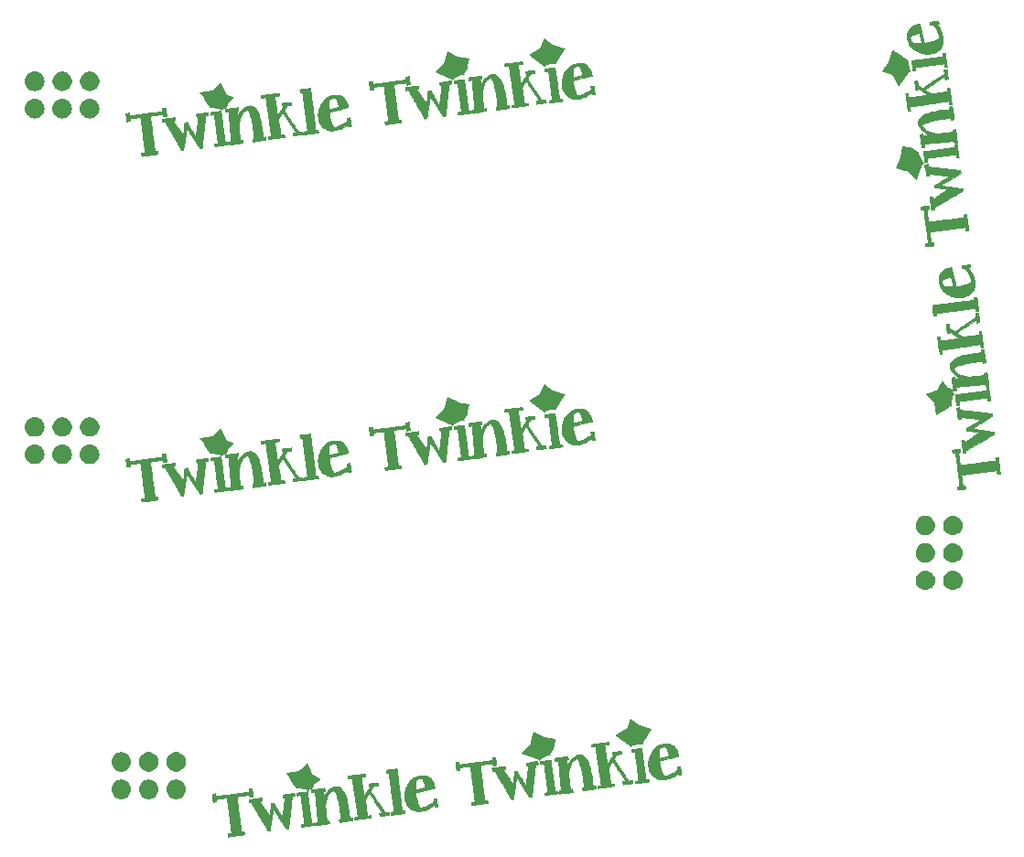
<source format=gts>
%MOIN*%
%OFA0B0*%
%FSLAX46Y46*%
%IPPOS*%
%LPD*%
%ADD10C,0.00039370078740157485*%
%ADD11C,0.0039370078740157488*%
%ADD22C,0.00039370078740157485*%
%ADD23C,0.0039370078740157488*%
%ADD24C,0.00039370078740157485*%
%ADD25C,0.0039370078740157488*%
%ADD26C,0.00039370078740157485*%
%ADD27C,0.0039370078740157488*%
D10*
G36*
X0002145229Y0003136194D02*
G01*
X0002146002Y0003135285D01*
X0002147160Y0003133886D01*
X0002148638Y0003132079D01*
X0002150368Y0003129943D01*
X0002152285Y0003127562D01*
X0002152940Y0003126744D01*
X0002160696Y0003117053D01*
X0002162370Y0003117053D01*
X0002163295Y0003117083D01*
X0002164899Y0003117168D01*
X0002167028Y0003117296D01*
X0002169528Y0003117457D01*
X0002172246Y0003117641D01*
X0002175030Y0003117837D01*
X0002177726Y0003118034D01*
X0002180181Y0003118221D01*
X0002182241Y0003118389D01*
X0002183714Y0003118523D01*
X0002185129Y0003118598D01*
X0002185956Y0003118498D01*
X0002186111Y0003118351D01*
X0002185890Y0003117912D01*
X0002185264Y0003116868D01*
X0002184291Y0003115308D01*
X0002183027Y0003113322D01*
X0002181528Y0003110999D01*
X0002179851Y0003108430D01*
X0002179269Y0003107545D01*
X0002172428Y0003097149D01*
X0002177211Y0003085382D01*
X0002178397Y0003082450D01*
X0002179467Y0003079776D01*
X0002180385Y0003077455D01*
X0002181112Y0003075582D01*
X0002181612Y0003074251D01*
X0002181848Y0003073558D01*
X0002181860Y0003073480D01*
X0002181440Y0003073552D01*
X0002180317Y0003073822D01*
X0002178589Y0003074262D01*
X0002176356Y0003074848D01*
X0002173719Y0003075554D01*
X0002170776Y0003076353D01*
X0002169656Y0003076659D01*
X0002166608Y0003077486D01*
X0002163812Y0003078226D01*
X0002161370Y0003078853D01*
X0002159387Y0003079341D01*
X0002157964Y0003079664D01*
X0002157206Y0003079797D01*
X0002157117Y0003079794D01*
X0002156690Y0003079488D01*
X0002155711Y0003078712D01*
X0002154263Y0003077533D01*
X0002152430Y0003076020D01*
X0002150294Y0003074242D01*
X0002147940Y0003072267D01*
X0002147215Y0003071656D01*
X0002144826Y0003069646D01*
X0002142645Y0003067823D01*
X0002140752Y0003066253D01*
X0002139229Y0003065002D01*
X0002138154Y0003064137D01*
X0002137610Y0003063723D01*
X0002137561Y0003063697D01*
X0002137453Y0003064080D01*
X0002137362Y0003065097D01*
X0002137307Y0003066546D01*
X0002137301Y0003066927D01*
X0002137267Y0003068310D01*
X0002137196Y0003070350D01*
X0002137095Y0003072873D01*
X0002136971Y0003075703D01*
X0002136832Y0003078667D01*
X0002136779Y0003079716D01*
X0002136299Y0003089275D01*
X0002125669Y0003095883D01*
X0002122999Y0003097551D01*
X0002120568Y0003099083D01*
X0002118464Y0003100425D01*
X0002116775Y0003101519D01*
X0002115589Y0003102308D01*
X0002114994Y0003102735D01*
X0002114941Y0003102790D01*
X0002115291Y0003103004D01*
X0002116329Y0003103467D01*
X0002117961Y0003104140D01*
X0002120090Y0003104985D01*
X0002122624Y0003105965D01*
X0002125467Y0003107041D01*
X0002126536Y0003107440D01*
X0002129605Y0003108599D01*
X0002132368Y0003109676D01*
X0002134734Y0003110633D01*
X0002136610Y0003111431D01*
X0002137905Y0003112032D01*
X0002138526Y0003112399D01*
X0002138563Y0003112442D01*
X0002138744Y0003113002D01*
X0002139092Y0003114264D01*
X0002139579Y0003116120D01*
X0002140178Y0003118462D01*
X0002140860Y0003121181D01*
X0002141597Y0003124170D01*
X0002141765Y0003124860D01*
X0002142504Y0003127849D01*
X0002143191Y0003130552D01*
X0002143800Y0003132869D01*
X0002144302Y0003134701D01*
X0002144673Y0003135948D01*
X0002144884Y0003136510D01*
X0002144910Y0003136531D01*
X0002145229Y0003136194D01*
X0002145229Y0003136194D01*
G37*
X0002145229Y0003136194D02*
X0002146002Y0003135285D01*
X0002147160Y0003133886D01*
X0002148638Y0003132079D01*
X0002150368Y0003129943D01*
X0002152285Y0003127562D01*
X0002152940Y0003126744D01*
X0002160696Y0003117053D01*
X0002162370Y0003117053D01*
X0002163295Y0003117083D01*
X0002164899Y0003117168D01*
X0002167028Y0003117296D01*
X0002169528Y0003117457D01*
X0002172246Y0003117641D01*
X0002175030Y0003117837D01*
X0002177726Y0003118034D01*
X0002180181Y0003118221D01*
X0002182241Y0003118389D01*
X0002183714Y0003118523D01*
X0002185129Y0003118598D01*
X0002185956Y0003118498D01*
X0002186111Y0003118351D01*
X0002185890Y0003117912D01*
X0002185264Y0003116868D01*
X0002184291Y0003115308D01*
X0002183027Y0003113322D01*
X0002181528Y0003110999D01*
X0002179851Y0003108430D01*
X0002179269Y0003107545D01*
X0002172428Y0003097149D01*
X0002177211Y0003085382D01*
X0002178397Y0003082450D01*
X0002179467Y0003079776D01*
X0002180385Y0003077455D01*
X0002181112Y0003075582D01*
X0002181612Y0003074251D01*
X0002181848Y0003073558D01*
X0002181860Y0003073480D01*
X0002181440Y0003073552D01*
X0002180317Y0003073822D01*
X0002178589Y0003074262D01*
X0002176356Y0003074848D01*
X0002173719Y0003075554D01*
X0002170776Y0003076353D01*
X0002169656Y0003076659D01*
X0002166608Y0003077486D01*
X0002163812Y0003078226D01*
X0002161370Y0003078853D01*
X0002159387Y0003079341D01*
X0002157964Y0003079664D01*
X0002157206Y0003079797D01*
X0002157117Y0003079794D01*
X0002156690Y0003079488D01*
X0002155711Y0003078712D01*
X0002154263Y0003077533D01*
X0002152430Y0003076020D01*
X0002150294Y0003074242D01*
X0002147940Y0003072267D01*
X0002147215Y0003071656D01*
X0002144826Y0003069646D01*
X0002142645Y0003067823D01*
X0002140752Y0003066253D01*
X0002139229Y0003065002D01*
X0002138154Y0003064137D01*
X0002137610Y0003063723D01*
X0002137561Y0003063697D01*
X0002137453Y0003064080D01*
X0002137362Y0003065097D01*
X0002137307Y0003066546D01*
X0002137301Y0003066927D01*
X0002137267Y0003068310D01*
X0002137196Y0003070350D01*
X0002137095Y0003072873D01*
X0002136971Y0003075703D01*
X0002136832Y0003078667D01*
X0002136779Y0003079716D01*
X0002136299Y0003089275D01*
X0002125669Y0003095883D01*
X0002122999Y0003097551D01*
X0002120568Y0003099083D01*
X0002118464Y0003100425D01*
X0002116775Y0003101519D01*
X0002115589Y0003102308D01*
X0002114994Y0003102735D01*
X0002114941Y0003102790D01*
X0002115291Y0003103004D01*
X0002116329Y0003103467D01*
X0002117961Y0003104140D01*
X0002120090Y0003104985D01*
X0002122624Y0003105965D01*
X0002125467Y0003107041D01*
X0002126536Y0003107440D01*
X0002129605Y0003108599D01*
X0002132368Y0003109676D01*
X0002134734Y0003110633D01*
X0002136610Y0003111431D01*
X0002137905Y0003112032D01*
X0002138526Y0003112399D01*
X0002138563Y0003112442D01*
X0002138744Y0003113002D01*
X0002139092Y0003114264D01*
X0002139579Y0003116120D01*
X0002140178Y0003118462D01*
X0002140860Y0003121181D01*
X0002141597Y0003124170D01*
X0002141765Y0003124860D01*
X0002142504Y0003127849D01*
X0002143191Y0003130552D01*
X0002143800Y0003132869D01*
X0002144302Y0003134701D01*
X0002144673Y0003135948D01*
X0002144884Y0003136510D01*
X0002144910Y0003136531D01*
X0002145229Y0003136194D01*
G36*
X0001805119Y0003080190D02*
G01*
X0001807603Y0003078242D01*
X0001809893Y0003076475D01*
X0001811903Y0003074951D01*
X0001813548Y0003073734D01*
X0001814742Y0003072889D01*
X0001815399Y0003072480D01*
X0001815484Y0003072451D01*
X0001816014Y0003072570D01*
X0001817235Y0003072907D01*
X0001819042Y0003073431D01*
X0001821330Y0003074111D01*
X0001823993Y0003074915D01*
X0001826927Y0003075814D01*
X0001827690Y0003076050D01*
X0001830652Y0003076957D01*
X0001833349Y0003077768D01*
X0001835681Y0003078452D01*
X0001837547Y0003078981D01*
X0001838847Y0003079326D01*
X0001839479Y0003079458D01*
X0001839522Y0003079454D01*
X0001839432Y0003079029D01*
X0001839084Y0003077920D01*
X0001838512Y0003076225D01*
X0001837748Y0003074041D01*
X0001836827Y0003071464D01*
X0001835782Y0003068592D01*
X0001835362Y0003067448D01*
X0001834129Y0003064101D01*
X0001833160Y0003061446D01*
X0001832429Y0003059394D01*
X0001831912Y0003057854D01*
X0001831584Y0003056738D01*
X0001831418Y0003055956D01*
X0001831391Y0003055417D01*
X0001831477Y0003055032D01*
X0001831651Y0003054712D01*
X0001831754Y0003054561D01*
X0001832188Y0003053941D01*
X0001833032Y0003052741D01*
X0001834214Y0003051062D01*
X0001835663Y0003049006D01*
X0001837308Y0003046674D01*
X0001839067Y0003044180D01*
X0001840781Y0003041734D01*
X0001842314Y0003039516D01*
X0001843608Y0003037613D01*
X0001844601Y0003036116D01*
X0001845234Y0003035112D01*
X0001845446Y0003034693D01*
X0001845444Y0003034687D01*
X0001844991Y0003034651D01*
X0001843828Y0003034654D01*
X0001842077Y0003034694D01*
X0001839860Y0003034767D01*
X0001837300Y0003034869D01*
X0001836130Y0003034922D01*
X0001833189Y0003035050D01*
X0001830286Y0003035163D01*
X0001827609Y0003035255D01*
X0001825349Y0003035318D01*
X0001823693Y0003035347D01*
X0001823452Y0003035348D01*
X0001819901Y0003035352D01*
X0001812414Y0003025348D01*
X0001810529Y0003022838D01*
X0001808803Y0003020559D01*
X0001807300Y0003018592D01*
X0001806084Y0003017019D01*
X0001805216Y0003015923D01*
X0001804761Y0003015385D01*
X0001804710Y0003015343D01*
X0001804547Y0003015729D01*
X0001804193Y0003016819D01*
X0001803675Y0003018515D01*
X0001803025Y0003020719D01*
X0001802270Y0003023331D01*
X0001801441Y0003026253D01*
X0001801159Y0003027258D01*
X0001800310Y0003030278D01*
X0001799527Y0003033037D01*
X0001798839Y0003035433D01*
X0001798276Y0003037365D01*
X0001797867Y0003038730D01*
X0001797643Y0003039425D01*
X0001797616Y0003039488D01*
X0001797183Y0003039697D01*
X0001796059Y0003040135D01*
X0001794341Y0003040769D01*
X0001792127Y0003041562D01*
X0001789517Y0003042478D01*
X0001786607Y0003043483D01*
X0001785423Y0003043888D01*
X0001782438Y0003044908D01*
X0001779725Y0003045840D01*
X0001777378Y0003046652D01*
X0001775495Y0003047310D01*
X0001774171Y0003047780D01*
X0001773502Y0003048029D01*
X0001773439Y0003048059D01*
X0001773773Y0003048302D01*
X0001774717Y0003048948D01*
X0001776189Y0003049942D01*
X0001778103Y0003051226D01*
X0001780376Y0003052743D01*
X0001782922Y0003054438D01*
X0001784058Y0003055192D01*
X0001794678Y0003062238D01*
X0001794739Y0003070783D01*
X0001794772Y0003073722D01*
X0001794827Y0003076703D01*
X0001794898Y0003079505D01*
X0001794979Y0003081907D01*
X0001795062Y0003083628D01*
X0001795323Y0003087928D01*
X0001805119Y0003080190D01*
X0001805119Y0003080190D01*
G37*
X0001805119Y0003080190D02*
X0001807603Y0003078242D01*
X0001809893Y0003076475D01*
X0001811903Y0003074951D01*
X0001813548Y0003073734D01*
X0001814742Y0003072889D01*
X0001815399Y0003072480D01*
X0001815484Y0003072451D01*
X0001816014Y0003072570D01*
X0001817235Y0003072907D01*
X0001819042Y0003073431D01*
X0001821330Y0003074111D01*
X0001823993Y0003074915D01*
X0001826927Y0003075814D01*
X0001827690Y0003076050D01*
X0001830652Y0003076957D01*
X0001833349Y0003077768D01*
X0001835681Y0003078452D01*
X0001837547Y0003078981D01*
X0001838847Y0003079326D01*
X0001839479Y0003079458D01*
X0001839522Y0003079454D01*
X0001839432Y0003079029D01*
X0001839084Y0003077920D01*
X0001838512Y0003076225D01*
X0001837748Y0003074041D01*
X0001836827Y0003071464D01*
X0001835782Y0003068592D01*
X0001835362Y0003067448D01*
X0001834129Y0003064101D01*
X0001833160Y0003061446D01*
X0001832429Y0003059394D01*
X0001831912Y0003057854D01*
X0001831584Y0003056738D01*
X0001831418Y0003055956D01*
X0001831391Y0003055417D01*
X0001831477Y0003055032D01*
X0001831651Y0003054712D01*
X0001831754Y0003054561D01*
X0001832188Y0003053941D01*
X0001833032Y0003052741D01*
X0001834214Y0003051062D01*
X0001835663Y0003049006D01*
X0001837308Y0003046674D01*
X0001839067Y0003044180D01*
X0001840781Y0003041734D01*
X0001842314Y0003039516D01*
X0001843608Y0003037613D01*
X0001844601Y0003036116D01*
X0001845234Y0003035112D01*
X0001845446Y0003034693D01*
X0001845444Y0003034687D01*
X0001844991Y0003034651D01*
X0001843828Y0003034654D01*
X0001842077Y0003034694D01*
X0001839860Y0003034767D01*
X0001837300Y0003034869D01*
X0001836130Y0003034922D01*
X0001833189Y0003035050D01*
X0001830286Y0003035163D01*
X0001827609Y0003035255D01*
X0001825349Y0003035318D01*
X0001823693Y0003035347D01*
X0001823452Y0003035348D01*
X0001819901Y0003035352D01*
X0001812414Y0003025348D01*
X0001810529Y0003022838D01*
X0001808803Y0003020559D01*
X0001807300Y0003018592D01*
X0001806084Y0003017019D01*
X0001805216Y0003015923D01*
X0001804761Y0003015385D01*
X0001804710Y0003015343D01*
X0001804547Y0003015729D01*
X0001804193Y0003016819D01*
X0001803675Y0003018515D01*
X0001803025Y0003020719D01*
X0001802270Y0003023331D01*
X0001801441Y0003026253D01*
X0001801159Y0003027258D01*
X0001800310Y0003030278D01*
X0001799527Y0003033037D01*
X0001798839Y0003035433D01*
X0001798276Y0003037365D01*
X0001797867Y0003038730D01*
X0001797643Y0003039425D01*
X0001797616Y0003039488D01*
X0001797183Y0003039697D01*
X0001796059Y0003040135D01*
X0001794341Y0003040769D01*
X0001792127Y0003041562D01*
X0001789517Y0003042478D01*
X0001786607Y0003043483D01*
X0001785423Y0003043888D01*
X0001782438Y0003044908D01*
X0001779725Y0003045840D01*
X0001777378Y0003046652D01*
X0001775495Y0003047310D01*
X0001774171Y0003047780D01*
X0001773502Y0003048029D01*
X0001773439Y0003048059D01*
X0001773773Y0003048302D01*
X0001774717Y0003048948D01*
X0001776189Y0003049942D01*
X0001778103Y0003051226D01*
X0001780376Y0003052743D01*
X0001782922Y0003054438D01*
X0001784058Y0003055192D01*
X0001794678Y0003062238D01*
X0001794739Y0003070783D01*
X0001794772Y0003073722D01*
X0001794827Y0003076703D01*
X0001794898Y0003079505D01*
X0001794979Y0003081907D01*
X0001795062Y0003083628D01*
X0001795323Y0003087928D01*
X0001805119Y0003080190D01*
G36*
X0002271042Y0003074463D02*
G01*
X0002274984Y0003074226D01*
X0002278512Y0003073759D01*
X0002280525Y0003073321D01*
X0002285574Y0003071605D01*
X0002290206Y0003069235D01*
X0002294434Y0003066197D01*
X0002298268Y0003062475D01*
X0002301721Y0003058056D01*
X0002304803Y0003052924D01*
X0002307527Y0003047067D01*
X0002309904Y0003040468D01*
X0002311634Y0003034372D01*
X0002312095Y0003032453D01*
X0002312435Y0003030836D01*
X0002312623Y0003029686D01*
X0002312627Y0003029168D01*
X0002312623Y0003029162D01*
X0002312187Y0003029023D01*
X0002311002Y0003028699D01*
X0002309126Y0003028205D01*
X0002306618Y0003027556D01*
X0002303538Y0003026768D01*
X0002299945Y0003025856D01*
X0002295899Y0003024834D01*
X0002291459Y0003023717D01*
X0002286684Y0003022522D01*
X0002281633Y0003021262D01*
X0002277893Y0003020332D01*
X0002243427Y0003011772D01*
X0002243466Y0003006784D01*
X0002243734Y0003002331D01*
X0002244464Y0002997269D01*
X0002245637Y0002991673D01*
X0002247237Y0002985617D01*
X0002249247Y0002979175D01*
X0002250732Y0002974910D01*
X0002251669Y0002972460D01*
X0002252756Y0002969846D01*
X0002253931Y0002967196D01*
X0002255133Y0002964635D01*
X0002256300Y0002962290D01*
X0002257370Y0002960288D01*
X0002258281Y0002958754D01*
X0002258971Y0002957816D01*
X0002259180Y0002957630D01*
X0002260332Y0002957274D01*
X0002262157Y0002957223D01*
X0002264560Y0002957461D01*
X0002267445Y0002957974D01*
X0002270715Y0002958747D01*
X0002274274Y0002959765D01*
X0002275523Y0002960161D01*
X0002280290Y0002961916D01*
X0002285243Y0002964117D01*
X0002290211Y0002966665D01*
X0002295021Y0002969461D01*
X0002299502Y0002972405D01*
X0002303482Y0002975398D01*
X0002306399Y0002977962D01*
X0002309946Y0002981371D01*
X0002309144Y0002985748D01*
X0002308828Y0002987549D01*
X0002308597Y0002989020D01*
X0002308477Y0002989984D01*
X0002308477Y0002990273D01*
X0002308965Y0002990417D01*
X0002310079Y0002990595D01*
X0002311616Y0002990787D01*
X0002313378Y0002990974D01*
X0002315165Y0002991136D01*
X0002316777Y0002991255D01*
X0002318014Y0002991310D01*
X0002318677Y0002991284D01*
X0002318731Y0002991261D01*
X0002318834Y0002990819D01*
X0002319038Y0002989665D01*
X0002319327Y0002987910D01*
X0002319684Y0002985669D01*
X0002320091Y0002983054D01*
X0002320532Y0002980177D01*
X0002320990Y0002977151D01*
X0002321447Y0002974088D01*
X0002321888Y0002971103D01*
X0002322295Y0002968307D01*
X0002322651Y0002965812D01*
X0002322939Y0002963733D01*
X0002323143Y0002962181D01*
X0002323245Y0002961269D01*
X0002323253Y0002961112D01*
X0002322869Y0002960964D01*
X0002321845Y0002960781D01*
X0002320374Y0002960581D01*
X0002318650Y0002960385D01*
X0002316863Y0002960211D01*
X0002315208Y0002960080D01*
X0002313877Y0002960010D01*
X0002313061Y0002960023D01*
X0002312918Y0002960058D01*
X0002312671Y0002960558D01*
X0002312370Y0002961663D01*
X0002312073Y0002963151D01*
X0002312025Y0002963440D01*
X0002311698Y0002965149D01*
X0002311387Y0002966084D01*
X0002311071Y0002966305D01*
X0002311028Y0002966285D01*
X0002310492Y0002965925D01*
X0002309451Y0002965204D01*
X0002308081Y0002964244D01*
X0002307203Y0002963623D01*
X0002300757Y0002959391D01*
X0002293959Y0002955547D01*
X0002286963Y0002952160D01*
X0002279923Y0002949302D01*
X0002272994Y0002947040D01*
X0002266978Y0002945571D01*
X0002263090Y0002944921D01*
X0002258929Y0002944457D01*
X0002254763Y0002944195D01*
X0002250854Y0002944152D01*
X0002247468Y0002944345D01*
X0002247387Y0002944353D01*
X0002241235Y0002945412D01*
X0002235409Y0002947218D01*
X0002229942Y0002949736D01*
X0002224869Y0002952932D01*
X0002220224Y0002956770D01*
X0002216041Y0002961217D01*
X0002212354Y0002966237D01*
X0002209199Y0002971796D01*
X0002206609Y0002977860D01*
X0002204618Y0002984394D01*
X0002203756Y0002988359D01*
X0002203409Y0002990887D01*
X0002203172Y0002994024D01*
X0002203044Y0002997554D01*
X0002203026Y0003001261D01*
X0002203117Y0003004928D01*
X0002203317Y0003008337D01*
X0002203627Y0003011274D01*
X0002203769Y0003012199D01*
X0002205531Y0003020352D01*
X0002207949Y0003028189D01*
X0002210774Y0003035122D01*
X0002241995Y0003035122D01*
X0002241995Y0003032067D01*
X0002242011Y0003029231D01*
X0002242041Y0003026737D01*
X0002242088Y0003024709D01*
X0002242150Y0003023268D01*
X0002242230Y0003022536D01*
X0002242230Y0003022534D01*
X0002242565Y0003021805D01*
X0002242854Y0003021596D01*
X0002243324Y0003021694D01*
X0002244519Y0003021974D01*
X0002246355Y0003022415D01*
X0002248748Y0003022998D01*
X0002251615Y0003023701D01*
X0002254871Y0003024504D01*
X0002258432Y0003025387D01*
X0002261042Y0003026036D01*
X0002264758Y0003026964D01*
X0002268217Y0003027831D01*
X0002271339Y0003028618D01*
X0002274040Y0003029302D01*
X0002276237Y0003029862D01*
X0002277848Y0003030279D01*
X0002278790Y0003030531D01*
X0002279008Y0003030598D01*
X0002278931Y0003031020D01*
X0002278606Y0003032124D01*
X0002278068Y0003033806D01*
X0002277355Y0003035963D01*
X0002276501Y0003038493D01*
X0002275542Y0003041294D01*
X0002274515Y0003044262D01*
X0002273455Y0003047294D01*
X0002272399Y0003050288D01*
X0002271382Y0003053142D01*
X0002270440Y0003055751D01*
X0002269609Y0003058015D01*
X0002268925Y0003059829D01*
X0002268423Y0003061091D01*
X0002268141Y0003061699D01*
X0002268136Y0003061707D01*
X0002266895Y0003062797D01*
X0002265046Y0003063441D01*
X0002262683Y0003063647D01*
X0002259895Y0003063424D01*
X0002256775Y0003062781D01*
X0002253414Y0003061725D01*
X0002249904Y0003060266D01*
X0002249262Y0003059960D01*
X0002246849Y0003058732D01*
X0002245099Y0003057663D01*
X0002243894Y0003056625D01*
X0002243114Y0003055487D01*
X0002242643Y0003054118D01*
X0002242360Y0003052388D01*
X0002242358Y0003052373D01*
X0002242271Y0003051210D01*
X0002242194Y0003049409D01*
X0002242129Y0003047092D01*
X0002242076Y0003044383D01*
X0002242036Y0003041403D01*
X0002242008Y0003038275D01*
X0002241995Y0003035122D01*
X0002210774Y0003035122D01*
X0002210990Y0003035652D01*
X0002214621Y0003042684D01*
X0002218809Y0003049228D01*
X0002223522Y0003055226D01*
X0002228725Y0003060620D01*
X0002234258Y0003065258D01*
X0002236748Y0003066828D01*
X0002239951Y0003068373D01*
X0002243745Y0003069850D01*
X0002248007Y0003071218D01*
X0002252618Y0003072435D01*
X0002257455Y0003073461D01*
X0002259058Y0003073746D01*
X0002262846Y0003074227D01*
X0002266918Y0003074465D01*
X0002271042Y0003074463D01*
X0002271042Y0003074463D01*
G37*
X0002271042Y0003074463D02*
X0002274984Y0003074226D01*
X0002278512Y0003073759D01*
X0002280525Y0003073321D01*
X0002285574Y0003071605D01*
X0002290206Y0003069235D01*
X0002294434Y0003066197D01*
X0002298268Y0003062475D01*
X0002301721Y0003058056D01*
X0002304803Y0003052924D01*
X0002307527Y0003047067D01*
X0002309904Y0003040468D01*
X0002311634Y0003034372D01*
X0002312095Y0003032453D01*
X0002312435Y0003030836D01*
X0002312623Y0003029686D01*
X0002312627Y0003029168D01*
X0002312623Y0003029162D01*
X0002312187Y0003029023D01*
X0002311002Y0003028699D01*
X0002309126Y0003028205D01*
X0002306618Y0003027556D01*
X0002303538Y0003026768D01*
X0002299945Y0003025856D01*
X0002295899Y0003024834D01*
X0002291459Y0003023717D01*
X0002286684Y0003022522D01*
X0002281633Y0003021262D01*
X0002277893Y0003020332D01*
X0002243427Y0003011772D01*
X0002243466Y0003006784D01*
X0002243734Y0003002331D01*
X0002244464Y0002997269D01*
X0002245637Y0002991673D01*
X0002247237Y0002985617D01*
X0002249247Y0002979175D01*
X0002250732Y0002974910D01*
X0002251669Y0002972460D01*
X0002252756Y0002969846D01*
X0002253931Y0002967196D01*
X0002255133Y0002964635D01*
X0002256300Y0002962290D01*
X0002257370Y0002960288D01*
X0002258281Y0002958754D01*
X0002258971Y0002957816D01*
X0002259180Y0002957630D01*
X0002260332Y0002957274D01*
X0002262157Y0002957223D01*
X0002264560Y0002957461D01*
X0002267445Y0002957974D01*
X0002270715Y0002958747D01*
X0002274274Y0002959765D01*
X0002275523Y0002960161D01*
X0002280290Y0002961916D01*
X0002285243Y0002964117D01*
X0002290211Y0002966665D01*
X0002295021Y0002969461D01*
X0002299502Y0002972405D01*
X0002303482Y0002975398D01*
X0002306399Y0002977962D01*
X0002309946Y0002981371D01*
X0002309144Y0002985748D01*
X0002308828Y0002987549D01*
X0002308597Y0002989020D01*
X0002308477Y0002989984D01*
X0002308477Y0002990273D01*
X0002308965Y0002990417D01*
X0002310079Y0002990595D01*
X0002311616Y0002990787D01*
X0002313378Y0002990974D01*
X0002315165Y0002991136D01*
X0002316777Y0002991255D01*
X0002318014Y0002991310D01*
X0002318677Y0002991284D01*
X0002318731Y0002991261D01*
X0002318834Y0002990819D01*
X0002319038Y0002989665D01*
X0002319327Y0002987910D01*
X0002319684Y0002985669D01*
X0002320091Y0002983054D01*
X0002320532Y0002980177D01*
X0002320990Y0002977151D01*
X0002321447Y0002974088D01*
X0002321888Y0002971103D01*
X0002322295Y0002968307D01*
X0002322651Y0002965812D01*
X0002322939Y0002963733D01*
X0002323143Y0002962181D01*
X0002323245Y0002961269D01*
X0002323253Y0002961112D01*
X0002322869Y0002960964D01*
X0002321845Y0002960781D01*
X0002320374Y0002960581D01*
X0002318650Y0002960385D01*
X0002316863Y0002960211D01*
X0002315208Y0002960080D01*
X0002313877Y0002960010D01*
X0002313061Y0002960023D01*
X0002312918Y0002960058D01*
X0002312671Y0002960558D01*
X0002312370Y0002961663D01*
X0002312073Y0002963151D01*
X0002312025Y0002963440D01*
X0002311698Y0002965149D01*
X0002311387Y0002966084D01*
X0002311071Y0002966305D01*
X0002311028Y0002966285D01*
X0002310492Y0002965925D01*
X0002309451Y0002965204D01*
X0002308081Y0002964244D01*
X0002307203Y0002963623D01*
X0002300757Y0002959391D01*
X0002293959Y0002955547D01*
X0002286963Y0002952160D01*
X0002279923Y0002949302D01*
X0002272994Y0002947040D01*
X0002266978Y0002945571D01*
X0002263090Y0002944921D01*
X0002258929Y0002944457D01*
X0002254763Y0002944195D01*
X0002250854Y0002944152D01*
X0002247468Y0002944345D01*
X0002247387Y0002944353D01*
X0002241235Y0002945412D01*
X0002235409Y0002947218D01*
X0002229942Y0002949736D01*
X0002224869Y0002952932D01*
X0002220224Y0002956770D01*
X0002216041Y0002961217D01*
X0002212354Y0002966237D01*
X0002209199Y0002971796D01*
X0002206609Y0002977860D01*
X0002204618Y0002984394D01*
X0002203756Y0002988359D01*
X0002203409Y0002990887D01*
X0002203172Y0002994024D01*
X0002203044Y0002997554D01*
X0002203026Y0003001261D01*
X0002203117Y0003004928D01*
X0002203317Y0003008337D01*
X0002203627Y0003011274D01*
X0002203769Y0003012199D01*
X0002205531Y0003020352D01*
X0002207949Y0003028189D01*
X0002210774Y0003035122D01*
X0002241995Y0003035122D01*
X0002241995Y0003032067D01*
X0002242011Y0003029231D01*
X0002242041Y0003026737D01*
X0002242088Y0003024709D01*
X0002242150Y0003023268D01*
X0002242230Y0003022536D01*
X0002242230Y0003022534D01*
X0002242565Y0003021805D01*
X0002242854Y0003021596D01*
X0002243324Y0003021694D01*
X0002244519Y0003021974D01*
X0002246355Y0003022415D01*
X0002248748Y0003022998D01*
X0002251615Y0003023701D01*
X0002254871Y0003024504D01*
X0002258432Y0003025387D01*
X0002261042Y0003026036D01*
X0002264758Y0003026964D01*
X0002268217Y0003027831D01*
X0002271339Y0003028618D01*
X0002274040Y0003029302D01*
X0002276237Y0003029862D01*
X0002277848Y0003030279D01*
X0002278790Y0003030531D01*
X0002279008Y0003030598D01*
X0002278931Y0003031020D01*
X0002278606Y0003032124D01*
X0002278068Y0003033806D01*
X0002277355Y0003035963D01*
X0002276501Y0003038493D01*
X0002275542Y0003041294D01*
X0002274515Y0003044262D01*
X0002273455Y0003047294D01*
X0002272399Y0003050288D01*
X0002271382Y0003053142D01*
X0002270440Y0003055751D01*
X0002269609Y0003058015D01*
X0002268925Y0003059829D01*
X0002268423Y0003061091D01*
X0002268141Y0003061699D01*
X0002268136Y0003061707D01*
X0002266895Y0003062797D01*
X0002265046Y0003063441D01*
X0002262683Y0003063647D01*
X0002259895Y0003063424D01*
X0002256775Y0003062781D01*
X0002253414Y0003061725D01*
X0002249904Y0003060266D01*
X0002249262Y0003059960D01*
X0002246849Y0003058732D01*
X0002245099Y0003057663D01*
X0002243894Y0003056625D01*
X0002243114Y0003055487D01*
X0002242643Y0003054118D01*
X0002242360Y0003052388D01*
X0002242358Y0003052373D01*
X0002242271Y0003051210D01*
X0002242194Y0003049409D01*
X0002242129Y0003047092D01*
X0002242076Y0003044383D01*
X0002242036Y0003041403D01*
X0002242008Y0003038275D01*
X0002241995Y0003035122D01*
X0002210774Y0003035122D01*
X0002210990Y0003035652D01*
X0002214621Y0003042684D01*
X0002218809Y0003049228D01*
X0002223522Y0003055226D01*
X0002228725Y0003060620D01*
X0002234258Y0003065258D01*
X0002236748Y0003066828D01*
X0002239951Y0003068373D01*
X0002243745Y0003069850D01*
X0002248007Y0003071218D01*
X0002252618Y0003072435D01*
X0002257455Y0003073461D01*
X0002259058Y0003073746D01*
X0002262846Y0003074227D01*
X0002266918Y0003074465D01*
X0002271042Y0003074463D01*
G36*
X0002185958Y0003001036D02*
G01*
X0002186860Y0002994211D01*
X0002187734Y0002987615D01*
X0002188574Y0002981293D01*
X0002189374Y0002975294D01*
X0002190127Y0002969665D01*
X0002190827Y0002964452D01*
X0002191467Y0002959702D01*
X0002192042Y0002955464D01*
X0002192545Y0002951784D01*
X0002192969Y0002948709D01*
X0002193308Y0002946286D01*
X0002193556Y0002944563D01*
X0002193706Y0002943587D01*
X0002193749Y0002943373D01*
X0002194214Y0002943378D01*
X0002195327Y0002943544D01*
X0002196927Y0002943844D01*
X0002198851Y0002944249D01*
X0002199019Y0002944286D01*
X0002200962Y0002944699D01*
X0002202592Y0002945011D01*
X0002203749Y0002945193D01*
X0002204269Y0002945216D01*
X0002204279Y0002945210D01*
X0002204456Y0002944701D01*
X0002204688Y0002943600D01*
X0002204943Y0002942123D01*
X0002205190Y0002940488D01*
X0002205395Y0002938913D01*
X0002205529Y0002937614D01*
X0002205559Y0002936810D01*
X0002205525Y0002936661D01*
X0002205083Y0002936563D01*
X0002203903Y0002936366D01*
X0002202076Y0002936083D01*
X0002199689Y0002935725D01*
X0002196831Y0002935306D01*
X0002193593Y0002934837D01*
X0002190062Y0002934332D01*
X0002186328Y0002933802D01*
X0002182480Y0002933261D01*
X0002178606Y0002932720D01*
X0002174797Y0002932192D01*
X0002171140Y0002931690D01*
X0002167724Y0002931226D01*
X0002164639Y0002930812D01*
X0002161974Y0002930461D01*
X0002159818Y0002930185D01*
X0002158259Y0002929998D01*
X0002157387Y0002929910D01*
X0002157285Y0002929906D01*
X0002156179Y0002929891D01*
X0002156011Y0002933955D01*
X0002155961Y0002935720D01*
X0002155965Y0002937161D01*
X0002156019Y0002938082D01*
X0002156075Y0002938304D01*
X0002156553Y0002938447D01*
X0002157703Y0002938642D01*
X0002159364Y0002938863D01*
X0002161378Y0002939090D01*
X0002161934Y0002939147D01*
X0002167562Y0002939705D01*
X0002167488Y0002940946D01*
X0002167418Y0002941651D01*
X0002167251Y0002943101D01*
X0002166994Y0002945236D01*
X0002166654Y0002947997D01*
X0002166241Y0002951323D01*
X0002165761Y0002955153D01*
X0002165223Y0002959428D01*
X0002164633Y0002964087D01*
X0002164000Y0002969070D01*
X0002163332Y0002974316D01*
X0002162636Y0002979766D01*
X0002161920Y0002985359D01*
X0002161191Y0002991034D01*
X0002160459Y0002996732D01*
X0002159729Y0003002392D01*
X0002159011Y0003007953D01*
X0002158311Y0003013356D01*
X0002157638Y0003018541D01*
X0002156999Y0003023446D01*
X0002156403Y0003028013D01*
X0002155856Y0003032179D01*
X0002155366Y0003035886D01*
X0002154942Y0003039072D01*
X0002154591Y0003041678D01*
X0002154321Y0003043644D01*
X0002154140Y0003044908D01*
X0002154054Y0003045411D01*
X0002154052Y0003045417D01*
X0002153574Y0003045459D01*
X0002152421Y0003045395D01*
X0002150743Y0003045238D01*
X0002148692Y0003045000D01*
X0002147621Y0003044862D01*
X0002145449Y0003044587D01*
X0002143584Y0003044376D01*
X0002142176Y0003044245D01*
X0002141374Y0003044209D01*
X0002141247Y0003044229D01*
X0002141155Y0003044679D01*
X0002141027Y0003045752D01*
X0002140880Y0003047239D01*
X0002140732Y0003048933D01*
X0002140600Y0003050624D01*
X0002140502Y0003052103D01*
X0002140454Y0003053163D01*
X0002140471Y0003053591D01*
X0002140882Y0003053663D01*
X0002142018Y0003053828D01*
X0002143778Y0003054072D01*
X0002146061Y0003054382D01*
X0002148763Y0003054744D01*
X0002151785Y0003055145D01*
X0002155025Y0003055572D01*
X0002158380Y0003056012D01*
X0002161749Y0003056451D01*
X0002165031Y0003056876D01*
X0002168124Y0003057274D01*
X0002170927Y0003057632D01*
X0002173337Y0003057936D01*
X0002175254Y0003058172D01*
X0002176575Y0003058328D01*
X0002177139Y0003058387D01*
X0002178379Y0003058486D01*
X0002185958Y0003001036D01*
X0002185958Y0003001036D01*
G37*
X0002185958Y0003001036D02*
X0002186860Y0002994211D01*
X0002187734Y0002987615D01*
X0002188574Y0002981293D01*
X0002189374Y0002975294D01*
X0002190127Y0002969665D01*
X0002190827Y0002964452D01*
X0002191467Y0002959702D01*
X0002192042Y0002955464D01*
X0002192545Y0002951784D01*
X0002192969Y0002948709D01*
X0002193308Y0002946286D01*
X0002193556Y0002944563D01*
X0002193706Y0002943587D01*
X0002193749Y0002943373D01*
X0002194214Y0002943378D01*
X0002195327Y0002943544D01*
X0002196927Y0002943844D01*
X0002198851Y0002944249D01*
X0002199019Y0002944286D01*
X0002200962Y0002944699D01*
X0002202592Y0002945011D01*
X0002203749Y0002945193D01*
X0002204269Y0002945216D01*
X0002204279Y0002945210D01*
X0002204456Y0002944701D01*
X0002204688Y0002943600D01*
X0002204943Y0002942123D01*
X0002205190Y0002940488D01*
X0002205395Y0002938913D01*
X0002205529Y0002937614D01*
X0002205559Y0002936810D01*
X0002205525Y0002936661D01*
X0002205083Y0002936563D01*
X0002203903Y0002936366D01*
X0002202076Y0002936083D01*
X0002199689Y0002935725D01*
X0002196831Y0002935306D01*
X0002193593Y0002934837D01*
X0002190062Y0002934332D01*
X0002186328Y0002933802D01*
X0002182480Y0002933261D01*
X0002178606Y0002932720D01*
X0002174797Y0002932192D01*
X0002171140Y0002931690D01*
X0002167724Y0002931226D01*
X0002164639Y0002930812D01*
X0002161974Y0002930461D01*
X0002159818Y0002930185D01*
X0002158259Y0002929998D01*
X0002157387Y0002929910D01*
X0002157285Y0002929906D01*
X0002156179Y0002929891D01*
X0002156011Y0002933955D01*
X0002155961Y0002935720D01*
X0002155965Y0002937161D01*
X0002156019Y0002938082D01*
X0002156075Y0002938304D01*
X0002156553Y0002938447D01*
X0002157703Y0002938642D01*
X0002159364Y0002938863D01*
X0002161378Y0002939090D01*
X0002161934Y0002939147D01*
X0002167562Y0002939705D01*
X0002167488Y0002940946D01*
X0002167418Y0002941651D01*
X0002167251Y0002943101D01*
X0002166994Y0002945236D01*
X0002166654Y0002947997D01*
X0002166241Y0002951323D01*
X0002165761Y0002955153D01*
X0002165223Y0002959428D01*
X0002164633Y0002964087D01*
X0002164000Y0002969070D01*
X0002163332Y0002974316D01*
X0002162636Y0002979766D01*
X0002161920Y0002985359D01*
X0002161191Y0002991034D01*
X0002160459Y0002996732D01*
X0002159729Y0003002392D01*
X0002159011Y0003007953D01*
X0002158311Y0003013356D01*
X0002157638Y0003018541D01*
X0002156999Y0003023446D01*
X0002156403Y0003028013D01*
X0002155856Y0003032179D01*
X0002155366Y0003035886D01*
X0002154942Y0003039072D01*
X0002154591Y0003041678D01*
X0002154321Y0003043644D01*
X0002154140Y0003044908D01*
X0002154054Y0003045411D01*
X0002154052Y0003045417D01*
X0002153574Y0003045459D01*
X0002152421Y0003045395D01*
X0002150743Y0003045238D01*
X0002148692Y0003045000D01*
X0002147621Y0003044862D01*
X0002145449Y0003044587D01*
X0002143584Y0003044376D01*
X0002142176Y0003044245D01*
X0002141374Y0003044209D01*
X0002141247Y0003044229D01*
X0002141155Y0003044679D01*
X0002141027Y0003045752D01*
X0002140880Y0003047239D01*
X0002140732Y0003048933D01*
X0002140600Y0003050624D01*
X0002140502Y0003052103D01*
X0002140454Y0003053163D01*
X0002140471Y0003053591D01*
X0002140882Y0003053663D01*
X0002142018Y0003053828D01*
X0002143778Y0003054072D01*
X0002146061Y0003054382D01*
X0002148763Y0003054744D01*
X0002151785Y0003055145D01*
X0002155025Y0003055572D01*
X0002158380Y0003056012D01*
X0002161749Y0003056451D01*
X0002165031Y0003056876D01*
X0002168124Y0003057274D01*
X0002170927Y0003057632D01*
X0002173337Y0003057936D01*
X0002175254Y0003058172D01*
X0002176575Y0003058328D01*
X0002177139Y0003058387D01*
X0002178379Y0003058486D01*
X0002185958Y0003001036D01*
G36*
X0002058242Y0003079684D02*
G01*
X0002058507Y0003078613D01*
X0002058820Y0003077167D01*
X0002059138Y0003075562D01*
X0002059421Y0003074012D01*
X0002059626Y0003072731D01*
X0002059713Y0003071935D01*
X0002059695Y0003071782D01*
X0002059245Y0003071675D01*
X0002058095Y0003071483D01*
X0002056373Y0003071224D01*
X0002054205Y0003070918D01*
X0002051719Y0003070584D01*
X0002051220Y0003070518D01*
X0002048696Y0003070186D01*
X0002046473Y0003069888D01*
X0002044675Y0003069641D01*
X0002043430Y0003069462D01*
X0002042861Y0003069369D01*
X0002042839Y0003069362D01*
X0002042891Y0003068954D01*
X0002043057Y0003067794D01*
X0002043327Y0003065954D01*
X0002043691Y0003063506D01*
X0002044136Y0003060522D01*
X0002044653Y0003057074D01*
X0002045230Y0003053234D01*
X0002045857Y0003049074D01*
X0002046522Y0003044667D01*
X0002047215Y0003040084D01*
X0002047925Y0003035397D01*
X0002048640Y0003030679D01*
X0002049351Y0003026002D01*
X0002050045Y0003021437D01*
X0002050713Y0003017057D01*
X0002051343Y0003012933D01*
X0002051924Y0003009138D01*
X0002052446Y0003005744D01*
X0002052897Y0003002823D01*
X0002053219Y0003000754D01*
X0002053333Y0003000623D01*
X0002053614Y0003000793D01*
X0002054097Y0003001312D01*
X0002054814Y0003002226D01*
X0002055800Y0003003583D01*
X0002057087Y0003005429D01*
X0002058710Y0003007811D01*
X0002060703Y0003010775D01*
X0002063098Y0003014370D01*
X0002064436Y0003016386D01*
X0002066658Y0003019738D01*
X0002068744Y0003022888D01*
X0002070649Y0003025765D01*
X0002072325Y0003028300D01*
X0002073727Y0003030422D01*
X0002074808Y0003032062D01*
X0002075522Y0003033148D01*
X0002075822Y0003033611D01*
X0002075823Y0003033613D01*
X0002075859Y0003033951D01*
X0002075326Y0003034070D01*
X0002074339Y0003034030D01*
X0002072522Y0003033893D01*
X0002072036Y0003036811D01*
X0002071756Y0003038714D01*
X0002071524Y0003040684D01*
X0002071410Y0003042006D01*
X0002071272Y0003044284D01*
X0002087288Y0003046068D01*
X0002090846Y0003046460D01*
X0002094139Y0003046813D01*
X0002097076Y0003047119D01*
X0002099565Y0003047368D01*
X0002101518Y0003047552D01*
X0002102842Y0003047661D01*
X0002103448Y0003047686D01*
X0002103476Y0003047680D01*
X0002103593Y0003047228D01*
X0002103782Y0003046152D01*
X0002104013Y0003044656D01*
X0002104258Y0003042943D01*
X0002104489Y0003041218D01*
X0002104676Y0003039683D01*
X0002104791Y0003038544D01*
X0002104814Y0003038152D01*
X0002104812Y0003037840D01*
X0002104726Y0003037596D01*
X0002104450Y0003037395D01*
X0002103882Y0003037214D01*
X0002102917Y0003037028D01*
X0002101452Y0003036814D01*
X0002099383Y0003036548D01*
X0002096606Y0003036206D01*
X0002096122Y0003036146D01*
X0002088458Y0003035205D01*
X0002086396Y0003032048D01*
X0002084837Y0003029578D01*
X0002083214Y0003026863D01*
X0002081648Y0003024115D01*
X0002080258Y0003021546D01*
X0002079163Y0003019368D01*
X0002078820Y0003018621D01*
X0002077784Y0003016270D01*
X0002104054Y0002977979D01*
X0002107538Y0002972903D01*
X0002110890Y0002968018D01*
X0002114083Y0002963370D01*
X0002117085Y0002959001D01*
X0002119865Y0002954956D01*
X0002122394Y0002951280D01*
X0002124642Y0002948015D01*
X0002126577Y0002945206D01*
X0002128170Y0002942898D01*
X0002129389Y0002941134D01*
X0002130206Y0002939958D01*
X0002130590Y0002939415D01*
X0002130614Y0002939383D01*
X0002131107Y0002939331D01*
X0002132276Y0002939386D01*
X0002133971Y0002939536D01*
X0002136045Y0002939770D01*
X0002137282Y0002939928D01*
X0002139518Y0002940212D01*
X0002141477Y0002940433D01*
X0002143002Y0002940578D01*
X0002143939Y0002940630D01*
X0002144144Y0002940615D01*
X0002144394Y0002940151D01*
X0002144692Y0002938995D01*
X0002145009Y0002937286D01*
X0002145281Y0002935404D01*
X0002145934Y0002930354D01*
X0002144451Y0002930121D01*
X0002143697Y0002930014D01*
X0002142222Y0002929816D01*
X0002140132Y0002929539D01*
X0002137534Y0002929199D01*
X0002134535Y0002928809D01*
X0002131239Y0002928383D01*
X0002128379Y0002928015D01*
X0002124929Y0002927570D01*
X0002121696Y0002927151D01*
X0002118784Y0002926771D01*
X0002116298Y0002926443D01*
X0002114343Y0002926182D01*
X0002113023Y0002926002D01*
X0002112484Y0002925922D01*
X0002111179Y0002925704D01*
X0002110723Y0002928944D01*
X0002110458Y0002930857D01*
X0002110201Y0002932774D01*
X0002110006Y0002934281D01*
X0002110005Y0002934294D01*
X0002109743Y0002936403D01*
X0002114476Y0002936964D01*
X0002116463Y0002937212D01*
X0002118218Y0002937452D01*
X0002119532Y0002937654D01*
X0002120140Y0002937773D01*
X0002120261Y0002937855D01*
X0002120291Y0002938042D01*
X0002120205Y0002938374D01*
X0002119977Y0002938888D01*
X0002119583Y0002939624D01*
X0002118998Y0002940620D01*
X0002118197Y0002941915D01*
X0002117155Y0002943547D01*
X0002115846Y0002945555D01*
X0002114246Y0002947977D01*
X0002112330Y0002950853D01*
X0002110073Y0002954221D01*
X0002107450Y0002958119D01*
X0002104436Y0002962587D01*
X0002101005Y0002967662D01*
X0002097134Y0002973384D01*
X0002096680Y0002974054D01*
X0002093344Y0002978982D01*
X0002090140Y0002983714D01*
X0002087099Y0002988204D01*
X0002084251Y0002992406D01*
X0002081629Y0002996276D01*
X0002079261Y0002999767D01*
X0002077180Y0003002835D01*
X0002075417Y0003005433D01*
X0002074001Y0003007517D01*
X0002072964Y0003009041D01*
X0002072337Y0003009959D01*
X0002072148Y0003010229D01*
X0002071887Y0003009948D01*
X0002071275Y0003009042D01*
X0002070368Y0003007609D01*
X0002069227Y0003005749D01*
X0002067909Y0003003563D01*
X0002066473Y0003001150D01*
X0002064977Y0002998610D01*
X0002063480Y0002996043D01*
X0002062039Y0002993548D01*
X0002060714Y0002991225D01*
X0002059563Y0002989175D01*
X0002058644Y0002987495D01*
X0002058016Y0002986288D01*
X0002057737Y0002985652D01*
X0002057728Y0002985600D01*
X0002057785Y0002984969D01*
X0002057945Y0002983612D01*
X0002058198Y0002981611D01*
X0002058533Y0002979048D01*
X0002058937Y0002976002D01*
X0002059401Y0002972555D01*
X0002059912Y0002968789D01*
X0002060460Y0002964783D01*
X0002061033Y0002960619D01*
X0002061619Y0002956378D01*
X0002062209Y0002952140D01*
X0002062790Y0002947988D01*
X0002063351Y0002944001D01*
X0002063881Y0002940261D01*
X0002064369Y0002936849D01*
X0002064804Y0002933846D01*
X0002065173Y0002931332D01*
X0002065467Y0002929389D01*
X0002065674Y0002928098D01*
X0002065782Y0002927539D01*
X0002065789Y0002927523D01*
X0002066275Y0002927480D01*
X0002067419Y0002927544D01*
X0002069053Y0002927701D01*
X0002071011Y0002927939D01*
X0002071156Y0002927958D01*
X0002073765Y0002928315D01*
X0002075664Y0002928549D01*
X0002076974Y0002928611D01*
X0002077814Y0002928451D01*
X0002078306Y0002928020D01*
X0002078569Y0002927268D01*
X0002078725Y0002926145D01*
X0002078871Y0002924785D01*
X0002079041Y0002923074D01*
X0002079120Y0002921687D01*
X0002079101Y0002920824D01*
X0002079049Y0002920648D01*
X0002078617Y0002920563D01*
X0002077438Y0002920381D01*
X0002075594Y0002920113D01*
X0002073165Y0002919770D01*
X0002070231Y0002919362D01*
X0002066873Y0002918901D01*
X0002063170Y0002918396D01*
X0002059205Y0002917859D01*
X0002055057Y0002917301D01*
X0002050806Y0002916732D01*
X0002046534Y0002916162D01*
X0002042320Y0002915603D01*
X0002038246Y0002915066D01*
X0002034391Y0002914561D01*
X0002030836Y0002914098D01*
X0002027662Y0002913690D01*
X0002024949Y0002913345D01*
X0002022777Y0002913076D01*
X0002021228Y0002912893D01*
X0002020381Y0002912806D01*
X0002020272Y0002912801D01*
X0002019885Y0002913152D01*
X0002019660Y0002913739D01*
X0002019493Y0002914661D01*
X0002019297Y0002916059D01*
X0002019163Y0002917178D01*
X0002018986Y0002918638D01*
X0002018810Y0002919825D01*
X0002018705Y0002920354D01*
X0002018694Y0002920689D01*
X0002018936Y0002920964D01*
X0002019537Y0002921205D01*
X0002020600Y0002921438D01*
X0002022231Y0002921690D01*
X0002024534Y0002921986D01*
X0002025966Y0002922158D01*
X0002027858Y0002922398D01*
X0002029427Y0002922626D01*
X0002030498Y0002922815D01*
X0002030893Y0002922930D01*
X0002030858Y0002923358D01*
X0002030707Y0002924559D01*
X0002030449Y0002926482D01*
X0002030091Y0002929075D01*
X0002029641Y0002932287D01*
X0002029106Y0002936065D01*
X0002028493Y0002940360D01*
X0002027811Y0002945118D01*
X0002027067Y0002950289D01*
X0002026267Y0002955821D01*
X0002025421Y0002961663D01*
X0002024536Y0002967763D01*
X0002023618Y0002974069D01*
X0002022676Y0002980530D01*
X0002021717Y0002987095D01*
X0002020748Y0002993713D01*
X0002019778Y0003000330D01*
X0002018813Y0003006897D01*
X0002017862Y0003013362D01*
X0002016932Y0003019672D01*
X0002016029Y0003025777D01*
X0002015163Y0003031625D01*
X0002014340Y0003037165D01*
X0002013568Y0003042345D01*
X0002012855Y0003047113D01*
X0002012208Y0003051418D01*
X0002011634Y0003055209D01*
X0002011141Y0003058434D01*
X0002010738Y0003061041D01*
X0002010430Y0003062980D01*
X0002010226Y0003064198D01*
X0002010135Y0003064643D01*
X0002009706Y0003064786D01*
X0002008644Y0003064794D01*
X0002006895Y0003064665D01*
X0002004408Y0003064396D01*
X0002002631Y0003064177D01*
X0002000245Y0003063878D01*
X0001998129Y0003063621D01*
X0001996431Y0003063423D01*
X0001995295Y0003063301D01*
X0001994886Y0003063270D01*
X0001994634Y0003063525D01*
X0001994472Y0003064343D01*
X0001994386Y0003065819D01*
X0001994365Y0003067638D01*
X0001994365Y0003071996D01*
X0001995719Y0003072230D01*
X0001996650Y0003072373D01*
X0001998277Y0003072602D01*
X0002000523Y0003072907D01*
X0002003310Y0003073278D01*
X0002006561Y0003073706D01*
X0002010197Y0003074181D01*
X0002014140Y0003074692D01*
X0002018312Y0003075230D01*
X0002022637Y0003075785D01*
X0002027035Y0003076347D01*
X0002031428Y0003076906D01*
X0002035740Y0003077451D01*
X0002039891Y0003077974D01*
X0002043805Y0003078465D01*
X0002047403Y0003078912D01*
X0002050607Y0003079307D01*
X0002053339Y0003079640D01*
X0002055522Y0003079900D01*
X0002057078Y0003080078D01*
X0002057928Y0003080163D01*
X0002058067Y0003080167D01*
X0002058242Y0003079684D01*
X0002058242Y0003079684D01*
G37*
X0002058242Y0003079684D02*
X0002058507Y0003078613D01*
X0002058820Y0003077167D01*
X0002059138Y0003075562D01*
X0002059421Y0003074012D01*
X0002059626Y0003072731D01*
X0002059713Y0003071935D01*
X0002059695Y0003071782D01*
X0002059245Y0003071675D01*
X0002058095Y0003071483D01*
X0002056373Y0003071224D01*
X0002054205Y0003070918D01*
X0002051719Y0003070584D01*
X0002051220Y0003070518D01*
X0002048696Y0003070186D01*
X0002046473Y0003069888D01*
X0002044675Y0003069641D01*
X0002043430Y0003069462D01*
X0002042861Y0003069369D01*
X0002042839Y0003069362D01*
X0002042891Y0003068954D01*
X0002043057Y0003067794D01*
X0002043327Y0003065954D01*
X0002043691Y0003063506D01*
X0002044136Y0003060522D01*
X0002044653Y0003057074D01*
X0002045230Y0003053234D01*
X0002045857Y0003049074D01*
X0002046522Y0003044667D01*
X0002047215Y0003040084D01*
X0002047925Y0003035397D01*
X0002048640Y0003030679D01*
X0002049351Y0003026002D01*
X0002050045Y0003021437D01*
X0002050713Y0003017057D01*
X0002051343Y0003012933D01*
X0002051924Y0003009138D01*
X0002052446Y0003005744D01*
X0002052897Y0003002823D01*
X0002053219Y0003000754D01*
X0002053333Y0003000623D01*
X0002053614Y0003000793D01*
X0002054097Y0003001312D01*
X0002054814Y0003002226D01*
X0002055800Y0003003583D01*
X0002057087Y0003005429D01*
X0002058710Y0003007811D01*
X0002060703Y0003010775D01*
X0002063098Y0003014370D01*
X0002064436Y0003016386D01*
X0002066658Y0003019738D01*
X0002068744Y0003022888D01*
X0002070649Y0003025765D01*
X0002072325Y0003028300D01*
X0002073727Y0003030422D01*
X0002074808Y0003032062D01*
X0002075522Y0003033148D01*
X0002075822Y0003033611D01*
X0002075823Y0003033613D01*
X0002075859Y0003033951D01*
X0002075326Y0003034070D01*
X0002074339Y0003034030D01*
X0002072522Y0003033893D01*
X0002072036Y0003036811D01*
X0002071756Y0003038714D01*
X0002071524Y0003040684D01*
X0002071410Y0003042006D01*
X0002071272Y0003044284D01*
X0002087288Y0003046068D01*
X0002090846Y0003046460D01*
X0002094139Y0003046813D01*
X0002097076Y0003047119D01*
X0002099565Y0003047368D01*
X0002101518Y0003047552D01*
X0002102842Y0003047661D01*
X0002103448Y0003047686D01*
X0002103476Y0003047680D01*
X0002103593Y0003047228D01*
X0002103782Y0003046152D01*
X0002104013Y0003044656D01*
X0002104258Y0003042943D01*
X0002104489Y0003041218D01*
X0002104676Y0003039683D01*
X0002104791Y0003038544D01*
X0002104814Y0003038152D01*
X0002104812Y0003037840D01*
X0002104726Y0003037596D01*
X0002104450Y0003037395D01*
X0002103882Y0003037214D01*
X0002102917Y0003037028D01*
X0002101452Y0003036814D01*
X0002099383Y0003036548D01*
X0002096606Y0003036206D01*
X0002096122Y0003036146D01*
X0002088458Y0003035205D01*
X0002086396Y0003032048D01*
X0002084837Y0003029578D01*
X0002083214Y0003026863D01*
X0002081648Y0003024115D01*
X0002080258Y0003021546D01*
X0002079163Y0003019368D01*
X0002078820Y0003018621D01*
X0002077784Y0003016270D01*
X0002104054Y0002977979D01*
X0002107538Y0002972903D01*
X0002110890Y0002968018D01*
X0002114083Y0002963370D01*
X0002117085Y0002959001D01*
X0002119865Y0002954956D01*
X0002122394Y0002951280D01*
X0002124642Y0002948015D01*
X0002126577Y0002945206D01*
X0002128170Y0002942898D01*
X0002129389Y0002941134D01*
X0002130206Y0002939958D01*
X0002130590Y0002939415D01*
X0002130614Y0002939383D01*
X0002131107Y0002939331D01*
X0002132276Y0002939386D01*
X0002133971Y0002939536D01*
X0002136045Y0002939770D01*
X0002137282Y0002939928D01*
X0002139518Y0002940212D01*
X0002141477Y0002940433D01*
X0002143002Y0002940578D01*
X0002143939Y0002940630D01*
X0002144144Y0002940615D01*
X0002144394Y0002940151D01*
X0002144692Y0002938995D01*
X0002145009Y0002937286D01*
X0002145281Y0002935404D01*
X0002145934Y0002930354D01*
X0002144451Y0002930121D01*
X0002143697Y0002930014D01*
X0002142222Y0002929816D01*
X0002140132Y0002929539D01*
X0002137534Y0002929199D01*
X0002134535Y0002928809D01*
X0002131239Y0002928383D01*
X0002128379Y0002928015D01*
X0002124929Y0002927570D01*
X0002121696Y0002927151D01*
X0002118784Y0002926771D01*
X0002116298Y0002926443D01*
X0002114343Y0002926182D01*
X0002113023Y0002926002D01*
X0002112484Y0002925922D01*
X0002111179Y0002925704D01*
X0002110723Y0002928944D01*
X0002110458Y0002930857D01*
X0002110201Y0002932774D01*
X0002110006Y0002934281D01*
X0002110005Y0002934294D01*
X0002109743Y0002936403D01*
X0002114476Y0002936964D01*
X0002116463Y0002937212D01*
X0002118218Y0002937452D01*
X0002119532Y0002937654D01*
X0002120140Y0002937773D01*
X0002120261Y0002937855D01*
X0002120291Y0002938042D01*
X0002120205Y0002938374D01*
X0002119977Y0002938888D01*
X0002119583Y0002939624D01*
X0002118998Y0002940620D01*
X0002118197Y0002941915D01*
X0002117155Y0002943547D01*
X0002115846Y0002945555D01*
X0002114246Y0002947977D01*
X0002112330Y0002950853D01*
X0002110073Y0002954221D01*
X0002107450Y0002958119D01*
X0002104436Y0002962587D01*
X0002101005Y0002967662D01*
X0002097134Y0002973384D01*
X0002096680Y0002974054D01*
X0002093344Y0002978982D01*
X0002090140Y0002983714D01*
X0002087099Y0002988204D01*
X0002084251Y0002992406D01*
X0002081629Y0002996276D01*
X0002079261Y0002999767D01*
X0002077180Y0003002835D01*
X0002075417Y0003005433D01*
X0002074001Y0003007517D01*
X0002072964Y0003009041D01*
X0002072337Y0003009959D01*
X0002072148Y0003010229D01*
X0002071887Y0003009948D01*
X0002071275Y0003009042D01*
X0002070368Y0003007609D01*
X0002069227Y0003005749D01*
X0002067909Y0003003563D01*
X0002066473Y0003001150D01*
X0002064977Y0002998610D01*
X0002063480Y0002996043D01*
X0002062039Y0002993548D01*
X0002060714Y0002991225D01*
X0002059563Y0002989175D01*
X0002058644Y0002987495D01*
X0002058016Y0002986288D01*
X0002057737Y0002985652D01*
X0002057728Y0002985600D01*
X0002057785Y0002984969D01*
X0002057945Y0002983612D01*
X0002058198Y0002981611D01*
X0002058533Y0002979048D01*
X0002058937Y0002976002D01*
X0002059401Y0002972555D01*
X0002059912Y0002968789D01*
X0002060460Y0002964783D01*
X0002061033Y0002960619D01*
X0002061619Y0002956378D01*
X0002062209Y0002952140D01*
X0002062790Y0002947988D01*
X0002063351Y0002944001D01*
X0002063881Y0002940261D01*
X0002064369Y0002936849D01*
X0002064804Y0002933846D01*
X0002065173Y0002931332D01*
X0002065467Y0002929389D01*
X0002065674Y0002928098D01*
X0002065782Y0002927539D01*
X0002065789Y0002927523D01*
X0002066275Y0002927480D01*
X0002067419Y0002927544D01*
X0002069053Y0002927701D01*
X0002071011Y0002927939D01*
X0002071156Y0002927958D01*
X0002073765Y0002928315D01*
X0002075664Y0002928549D01*
X0002076974Y0002928611D01*
X0002077814Y0002928451D01*
X0002078306Y0002928020D01*
X0002078569Y0002927268D01*
X0002078725Y0002926145D01*
X0002078871Y0002924785D01*
X0002079041Y0002923074D01*
X0002079120Y0002921687D01*
X0002079101Y0002920824D01*
X0002079049Y0002920648D01*
X0002078617Y0002920563D01*
X0002077438Y0002920381D01*
X0002075594Y0002920113D01*
X0002073165Y0002919770D01*
X0002070231Y0002919362D01*
X0002066873Y0002918901D01*
X0002063170Y0002918396D01*
X0002059205Y0002917859D01*
X0002055057Y0002917301D01*
X0002050806Y0002916732D01*
X0002046534Y0002916162D01*
X0002042320Y0002915603D01*
X0002038246Y0002915066D01*
X0002034391Y0002914561D01*
X0002030836Y0002914098D01*
X0002027662Y0002913690D01*
X0002024949Y0002913345D01*
X0002022777Y0002913076D01*
X0002021228Y0002912893D01*
X0002020381Y0002912806D01*
X0002020272Y0002912801D01*
X0002019885Y0002913152D01*
X0002019660Y0002913739D01*
X0002019493Y0002914661D01*
X0002019297Y0002916059D01*
X0002019163Y0002917178D01*
X0002018986Y0002918638D01*
X0002018810Y0002919825D01*
X0002018705Y0002920354D01*
X0002018694Y0002920689D01*
X0002018936Y0002920964D01*
X0002019537Y0002921205D01*
X0002020600Y0002921438D01*
X0002022231Y0002921690D01*
X0002024534Y0002921986D01*
X0002025966Y0002922158D01*
X0002027858Y0002922398D01*
X0002029427Y0002922626D01*
X0002030498Y0002922815D01*
X0002030893Y0002922930D01*
X0002030858Y0002923358D01*
X0002030707Y0002924559D01*
X0002030449Y0002926482D01*
X0002030091Y0002929075D01*
X0002029641Y0002932287D01*
X0002029106Y0002936065D01*
X0002028493Y0002940360D01*
X0002027811Y0002945118D01*
X0002027067Y0002950289D01*
X0002026267Y0002955821D01*
X0002025421Y0002961663D01*
X0002024536Y0002967763D01*
X0002023618Y0002974069D01*
X0002022676Y0002980530D01*
X0002021717Y0002987095D01*
X0002020748Y0002993713D01*
X0002019778Y0003000330D01*
X0002018813Y0003006897D01*
X0002017862Y0003013362D01*
X0002016932Y0003019672D01*
X0002016029Y0003025777D01*
X0002015163Y0003031625D01*
X0002014340Y0003037165D01*
X0002013568Y0003042345D01*
X0002012855Y0003047113D01*
X0002012208Y0003051418D01*
X0002011634Y0003055209D01*
X0002011141Y0003058434D01*
X0002010738Y0003061041D01*
X0002010430Y0003062980D01*
X0002010226Y0003064198D01*
X0002010135Y0003064643D01*
X0002009706Y0003064786D01*
X0002008644Y0003064794D01*
X0002006895Y0003064665D01*
X0002004408Y0003064396D01*
X0002002631Y0003064177D01*
X0002000245Y0003063878D01*
X0001998129Y0003063621D01*
X0001996431Y0003063423D01*
X0001995295Y0003063301D01*
X0001994886Y0003063270D01*
X0001994634Y0003063525D01*
X0001994472Y0003064343D01*
X0001994386Y0003065819D01*
X0001994365Y0003067638D01*
X0001994365Y0003071996D01*
X0001995719Y0003072230D01*
X0001996650Y0003072373D01*
X0001998277Y0003072602D01*
X0002000523Y0003072907D01*
X0002003310Y0003073278D01*
X0002006561Y0003073706D01*
X0002010197Y0003074181D01*
X0002014140Y0003074692D01*
X0002018312Y0003075230D01*
X0002022637Y0003075785D01*
X0002027035Y0003076347D01*
X0002031428Y0003076906D01*
X0002035740Y0003077451D01*
X0002039891Y0003077974D01*
X0002043805Y0003078465D01*
X0002047403Y0003078912D01*
X0002050607Y0003079307D01*
X0002053339Y0003079640D01*
X0002055522Y0003079900D01*
X0002057078Y0003080078D01*
X0002057928Y0003080163D01*
X0002058067Y0003080167D01*
X0002058242Y0003079684D01*
G36*
X0000955711Y0002976746D02*
G01*
X0000956061Y0002975588D01*
X0000956564Y0002973827D01*
X0000957191Y0002971565D01*
X0000957913Y0002968905D01*
X0000958702Y0002965948D01*
X0000958956Y0002964985D01*
X0000962105Y0002953026D01*
X0000974053Y0002948691D01*
X0000977014Y0002947605D01*
X0000979696Y0002946598D01*
X0000982005Y0002945707D01*
X0000983847Y0002944969D01*
X0000985129Y0002944421D01*
X0000985759Y0002944100D01*
X0000985806Y0002944042D01*
X0000985418Y0002943745D01*
X0000984417Y0002943058D01*
X0000982891Y0002942042D01*
X0000980931Y0002940754D01*
X0000978626Y0002939254D01*
X0000976065Y0002937602D01*
X0000975385Y0002937165D01*
X0000972774Y0002935483D01*
X0000970396Y0002933939D01*
X0000968340Y0002932593D01*
X0000966696Y0002931502D01*
X0000965554Y0002930727D01*
X0000965002Y0002930326D01*
X0000964967Y0002930291D01*
X0000964913Y0002929831D01*
X0000964836Y0002928664D01*
X0000964741Y0002926918D01*
X0000964632Y0002924718D01*
X0000964516Y0002922191D01*
X0000964398Y0002919463D01*
X0000964283Y0002916662D01*
X0000964176Y0002913914D01*
X0000964083Y0002911345D01*
X0000964009Y0002909081D01*
X0000963960Y0002907251D01*
X0000963941Y0002906027D01*
X0000963839Y0002905203D01*
X0000963623Y0002904903D01*
X0000963234Y0002905163D01*
X0000962285Y0002905890D01*
X0000960858Y0002907018D01*
X0000959036Y0002908481D01*
X0000956900Y0002910213D01*
X0000954533Y0002912148D01*
X0000953723Y0002912814D01*
X0000951302Y0002914801D01*
X0000949090Y0002916605D01*
X0000947169Y0002918160D01*
X0000945619Y0002919402D01*
X0000944523Y0002920265D01*
X0000943961Y0002920683D01*
X0000943907Y0002920712D01*
X0000943464Y0002920602D01*
X0000942321Y0002920286D01*
X0000940578Y0002919793D01*
X0000938336Y0002919151D01*
X0000935693Y0002918389D01*
X0000932750Y0002917536D01*
X0000931616Y0002917206D01*
X0000928595Y0002916331D01*
X0000925841Y0002915545D01*
X0000923454Y0002914875D01*
X0000921533Y0002914347D01*
X0000920176Y0002913991D01*
X0000919484Y0002913833D01*
X0000919415Y0002913830D01*
X0000919526Y0002914238D01*
X0000919906Y0002915326D01*
X0000920520Y0002916999D01*
X0000921332Y0002919161D01*
X0000922307Y0002921716D01*
X0000923408Y0002924570D01*
X0000923881Y0002925786D01*
X0000928485Y0002937603D01*
X0000925408Y0002942188D01*
X0000924049Y0002944209D01*
X0000922397Y0002946659D01*
X0000920627Y0002949279D01*
X0000918916Y0002951808D01*
X0000918286Y0002952737D01*
X0000916976Y0002954688D01*
X0000915861Y0002956389D01*
X0000915012Y0002957725D01*
X0000914503Y0002958583D01*
X0000914390Y0002958849D01*
X0000914824Y0002958862D01*
X0000915970Y0002958831D01*
X0000917708Y0002958762D01*
X0000919918Y0002958661D01*
X0000922481Y0002958534D01*
X0000925276Y0002958387D01*
X0000928184Y0002958228D01*
X0000931084Y0002958061D01*
X0000933857Y0002957893D01*
X0000936382Y0002957730D01*
X0000937159Y0002957678D01*
X0000939770Y0002957498D01*
X0000947524Y0002967476D01*
X0000949464Y0002969954D01*
X0000951244Y0002972192D01*
X0000952799Y0002974110D01*
X0000954066Y0002975632D01*
X0000954979Y0002976679D01*
X0000955475Y0002977173D01*
X0000955542Y0002977199D01*
X0000955711Y0002976746D01*
X0000955711Y0002976746D01*
G37*
X0000955711Y0002976746D02*
X0000956061Y0002975588D01*
X0000956564Y0002973827D01*
X0000957191Y0002971565D01*
X0000957913Y0002968905D01*
X0000958702Y0002965948D01*
X0000958956Y0002964985D01*
X0000962105Y0002953026D01*
X0000974053Y0002948691D01*
X0000977014Y0002947605D01*
X0000979696Y0002946598D01*
X0000982005Y0002945707D01*
X0000983847Y0002944969D01*
X0000985129Y0002944421D01*
X0000985759Y0002944100D01*
X0000985806Y0002944042D01*
X0000985418Y0002943745D01*
X0000984417Y0002943058D01*
X0000982891Y0002942042D01*
X0000980931Y0002940754D01*
X0000978626Y0002939254D01*
X0000976065Y0002937602D01*
X0000975385Y0002937165D01*
X0000972774Y0002935483D01*
X0000970396Y0002933939D01*
X0000968340Y0002932593D01*
X0000966696Y0002931502D01*
X0000965554Y0002930727D01*
X0000965002Y0002930326D01*
X0000964967Y0002930291D01*
X0000964913Y0002929831D01*
X0000964836Y0002928664D01*
X0000964741Y0002926918D01*
X0000964632Y0002924718D01*
X0000964516Y0002922191D01*
X0000964398Y0002919463D01*
X0000964283Y0002916662D01*
X0000964176Y0002913914D01*
X0000964083Y0002911345D01*
X0000964009Y0002909081D01*
X0000963960Y0002907251D01*
X0000963941Y0002906027D01*
X0000963839Y0002905203D01*
X0000963623Y0002904903D01*
X0000963234Y0002905163D01*
X0000962285Y0002905890D01*
X0000960858Y0002907018D01*
X0000959036Y0002908481D01*
X0000956900Y0002910213D01*
X0000954533Y0002912148D01*
X0000953723Y0002912814D01*
X0000951302Y0002914801D01*
X0000949090Y0002916605D01*
X0000947169Y0002918160D01*
X0000945619Y0002919402D01*
X0000944523Y0002920265D01*
X0000943961Y0002920683D01*
X0000943907Y0002920712D01*
X0000943464Y0002920602D01*
X0000942321Y0002920286D01*
X0000940578Y0002919793D01*
X0000938336Y0002919151D01*
X0000935693Y0002918389D01*
X0000932750Y0002917536D01*
X0000931616Y0002917206D01*
X0000928595Y0002916331D01*
X0000925841Y0002915545D01*
X0000923454Y0002914875D01*
X0000921533Y0002914347D01*
X0000920176Y0002913991D01*
X0000919484Y0002913833D01*
X0000919415Y0002913830D01*
X0000919526Y0002914238D01*
X0000919906Y0002915326D01*
X0000920520Y0002916999D01*
X0000921332Y0002919161D01*
X0000922307Y0002921716D01*
X0000923408Y0002924570D01*
X0000923881Y0002925786D01*
X0000928485Y0002937603D01*
X0000925408Y0002942188D01*
X0000924049Y0002944209D01*
X0000922397Y0002946659D01*
X0000920627Y0002949279D01*
X0000918916Y0002951808D01*
X0000918286Y0002952737D01*
X0000916976Y0002954688D01*
X0000915861Y0002956389D01*
X0000915012Y0002957725D01*
X0000914503Y0002958583D01*
X0000914390Y0002958849D01*
X0000914824Y0002958862D01*
X0000915970Y0002958831D01*
X0000917708Y0002958762D01*
X0000919918Y0002958661D01*
X0000922481Y0002958534D01*
X0000925276Y0002958387D01*
X0000928184Y0002958228D01*
X0000931084Y0002958061D01*
X0000933857Y0002957893D01*
X0000936382Y0002957730D01*
X0000937159Y0002957678D01*
X0000939770Y0002957498D01*
X0000947524Y0002967476D01*
X0000949464Y0002969954D01*
X0000951244Y0002972192D01*
X0000952799Y0002974110D01*
X0000954066Y0002975632D01*
X0000954979Y0002976679D01*
X0000955475Y0002977173D01*
X0000955542Y0002977199D01*
X0000955711Y0002976746D01*
G36*
X0001955194Y0003034479D02*
G01*
X0001956480Y0003034347D01*
X0001957728Y0003034065D01*
X0001959204Y0003033601D01*
X0001959839Y0003033385D01*
X0001964030Y0003031558D01*
X0001967973Y0003029047D01*
X0001971677Y0003025834D01*
X0001975152Y0003021906D01*
X0001978407Y0003017248D01*
X0001981452Y0003011845D01*
X0001984297Y0003005682D01*
X0001986950Y0002998743D01*
X0001989421Y0002991015D01*
X0001991371Y0002983872D01*
X0001993605Y0002974229D01*
X0001995596Y0002963829D01*
X0001997336Y0002952715D01*
X0001998821Y0002940930D01*
X0002000042Y0002928518D01*
X0002000248Y0002926035D01*
X0002000487Y0002923451D01*
X0002000731Y0002921529D01*
X0002000969Y0002920324D01*
X0002001195Y0002919895D01*
X0002001202Y0002919895D01*
X0002001792Y0002919958D01*
X0002002998Y0002920123D01*
X0002004616Y0002920360D01*
X0002005619Y0002920512D01*
X0002007377Y0002920777D01*
X0002008838Y0002920985D01*
X0002009797Y0002921109D01*
X0002010037Y0002921130D01*
X0002010235Y0002920750D01*
X0002010497Y0002919733D01*
X0002010793Y0002918270D01*
X0002011092Y0002916553D01*
X0002011365Y0002914771D01*
X0002011580Y0002913117D01*
X0002011709Y0002911782D01*
X0002011720Y0002910956D01*
X0002011672Y0002910795D01*
X0002011233Y0002910696D01*
X0002010060Y0002910495D01*
X0002008243Y0002910203D01*
X0002005871Y0002909833D01*
X0002003033Y0002909400D01*
X0001999819Y0002908915D01*
X0001996319Y0002908393D01*
X0001992621Y0002907845D01*
X0001988816Y0002907286D01*
X0001984992Y0002906728D01*
X0001981239Y0002906184D01*
X0001977647Y0002905667D01*
X0001974305Y0002905191D01*
X0001971303Y0002904769D01*
X0001968729Y0002904413D01*
X0001966674Y0002904137D01*
X0001965227Y0002903954D01*
X0001964477Y0002903876D01*
X0001964391Y0002903879D01*
X0001964253Y0002904350D01*
X0001964052Y0002905442D01*
X0001963817Y0002906946D01*
X0001963577Y0002908654D01*
X0001963362Y0002910358D01*
X0001963200Y0002911849D01*
X0001963120Y0002912919D01*
X0001963116Y0002913060D01*
X0001963145Y0002913776D01*
X0001963379Y0002914192D01*
X0001964011Y0002914427D01*
X0001965230Y0002914601D01*
X0001965665Y0002914650D01*
X0001968227Y0002914940D01*
X0001967942Y0002920979D01*
X0001967424Y0002929167D01*
X0001966640Y0002937692D01*
X0001965611Y0002946425D01*
X0001964361Y0002955238D01*
X0001962914Y0002964003D01*
X0001961290Y0002972593D01*
X0001959514Y0002980880D01*
X0001957609Y0002988736D01*
X0001955596Y0002996033D01*
X0001953500Y0003002643D01*
X0001953216Y0003003462D01*
X0001952068Y0003006512D01*
X0001950782Y0003009535D01*
X0001949415Y0003012430D01*
X0001948024Y0003015097D01*
X0001946665Y0003017437D01*
X0001945394Y0003019348D01*
X0001944269Y0003020732D01*
X0001943346Y0003021487D01*
X0001942954Y0003021598D01*
X0001942283Y0003021350D01*
X0001941105Y0003020669D01*
X0001939554Y0003019651D01*
X0001937766Y0003018394D01*
X0001935875Y0003016995D01*
X0001934016Y0003015553D01*
X0001932324Y0003014164D01*
X0001930934Y0003012927D01*
X0001930872Y0003012867D01*
X0001927985Y0003009917D01*
X0001925550Y0003006955D01*
X0001923377Y0003003719D01*
X0001921273Y0002999950D01*
X0001921044Y0002999504D01*
X0001918852Y0002994770D01*
X0001917026Y0002989846D01*
X0001915557Y0002984667D01*
X0001914442Y0002979167D01*
X0001913672Y0002973281D01*
X0001913241Y0002966946D01*
X0001913144Y0002960096D01*
X0001913374Y0002952666D01*
X0001913924Y0002944592D01*
X0001914789Y0002935808D01*
X0001914798Y0002935727D01*
X0001915077Y0002933327D01*
X0001915414Y0002930585D01*
X0001915794Y0002927610D01*
X0001916202Y0002924518D01*
X0001916621Y0002921418D01*
X0001917036Y0002918425D01*
X0001917432Y0002915649D01*
X0001917792Y0002913204D01*
X0001918101Y0002911202D01*
X0001918343Y0002909754D01*
X0001918503Y0002908974D01*
X0001918542Y0002908872D01*
X0001919001Y0002908860D01*
X0001920081Y0002908969D01*
X0001921583Y0002909176D01*
X0001922236Y0002909277D01*
X0001923847Y0002909516D01*
X0001925111Y0002909667D01*
X0001925830Y0002909707D01*
X0001925920Y0002909688D01*
X0001926047Y0002909225D01*
X0001926243Y0002908139D01*
X0001926479Y0002906638D01*
X0001926724Y0002904927D01*
X0001926951Y0002903213D01*
X0001927130Y0002901700D01*
X0001927232Y0002900596D01*
X0001927245Y0002900290D01*
X0001927253Y0002899242D01*
X0001904223Y0002895973D01*
X0001899906Y0002895360D01*
X0001895813Y0002894776D01*
X0001892022Y0002894234D01*
X0001888612Y0002893744D01*
X0001885663Y0002893318D01*
X0001883252Y0002892968D01*
X0001881460Y0002892705D01*
X0001880364Y0002892540D01*
X0001880066Y0002892492D01*
X0001879206Y0002892466D01*
X0001878810Y0002892951D01*
X0001878727Y0002893265D01*
X0001878501Y0002894535D01*
X0001878272Y0002896182D01*
X0001878061Y0002897994D01*
X0001877891Y0002899756D01*
X0001877782Y0002901254D01*
X0001877757Y0002902272D01*
X0001877792Y0002902568D01*
X0001878357Y0002902947D01*
X0001879706Y0002903257D01*
X0001881106Y0002903427D01*
X0001882665Y0002903602D01*
X0001883907Y0002903796D01*
X0001884590Y0002903968D01*
X0001884623Y0002903986D01*
X0001884628Y0002904418D01*
X0001884565Y0002905621D01*
X0001884437Y0002907535D01*
X0001884250Y0002910101D01*
X0001884009Y0002913260D01*
X0001883720Y0002916952D01*
X0001883386Y0002921119D01*
X0001883015Y0002925699D01*
X0001882610Y0002930634D01*
X0001882176Y0002935865D01*
X0001881719Y0002941332D01*
X0001881244Y0002946976D01*
X0001880755Y0002952737D01*
X0001880259Y0002958556D01*
X0001879760Y0002964373D01*
X0001879262Y0002970129D01*
X0001878772Y0002975765D01*
X0001878294Y0002981220D01*
X0001877834Y0002986437D01*
X0001877396Y0002991354D01*
X0001876985Y0002995914D01*
X0001876607Y0003000056D01*
X0001876267Y0003003721D01*
X0001875969Y0003006850D01*
X0001875719Y0003009382D01*
X0001875523Y0003011260D01*
X0001875384Y0003012422D01*
X0001875312Y0003012809D01*
X0001874861Y0003012822D01*
X0001873739Y0003012737D01*
X0001872101Y0003012568D01*
X0001870104Y0003012330D01*
X0001869487Y0003012251D01*
X0001867422Y0003011994D01*
X0001865678Y0003011797D01*
X0001864409Y0003011676D01*
X0001863768Y0003011647D01*
X0001863722Y0003011659D01*
X0001863617Y0003012122D01*
X0001863451Y0003013210D01*
X0001863246Y0003014726D01*
X0001863027Y0003016474D01*
X0001862816Y0003018258D01*
X0001862638Y0003019883D01*
X0001862515Y0003021153D01*
X0001862472Y0003021872D01*
X0001862483Y0003021962D01*
X0001862924Y0003022067D01*
X0001864101Y0003022267D01*
X0001865923Y0003022549D01*
X0001868300Y0003022901D01*
X0001871142Y0003023311D01*
X0001874359Y0003023766D01*
X0001877860Y0003024255D01*
X0001881555Y0003024765D01*
X0001885355Y0003025283D01*
X0001889168Y0003025799D01*
X0001892905Y0003026298D01*
X0001896476Y0003026770D01*
X0001899790Y0003027202D01*
X0001902757Y0003027582D01*
X0001905288Y0003027897D01*
X0001907291Y0003028135D01*
X0001908677Y0003028285D01*
X0001909356Y0003028333D01*
X0001909408Y0003028326D01*
X0001909574Y0003027824D01*
X0001909796Y0003026697D01*
X0001910047Y0003025149D01*
X0001910298Y0003023384D01*
X0001910523Y0003021605D01*
X0001910695Y0003020018D01*
X0001910786Y0003018826D01*
X0001910769Y0003018234D01*
X0001910761Y0003018217D01*
X0001910287Y0003018036D01*
X0001909210Y0003017831D01*
X0001907756Y0003017646D01*
X0001907663Y0003017636D01*
X0001906073Y0003017435D01*
X0001905163Y0003017197D01*
X0001904779Y0003016869D01*
X0001904736Y0003016656D01*
X0001904785Y0003016067D01*
X0001904928Y0003014772D01*
X0001905150Y0003012889D01*
X0001905438Y0003010538D01*
X0001905775Y0003007839D01*
X0001906077Y0003005471D01*
X0001907427Y0002994974D01*
X0001909749Y0002999427D01*
X0001913193Y0003005432D01*
X0001917054Y0003011083D01*
X0001921260Y0003016308D01*
X0001925741Y0003021035D01*
X0001930423Y0003025192D01*
X0001935235Y0003028707D01*
X0001940105Y0003031510D01*
X0001943237Y0003032902D01*
X0001944917Y0003033520D01*
X0001946383Y0003033931D01*
X0001947919Y0003034189D01*
X0001949810Y0003034347D01*
X0001951453Y0003034425D01*
X0001953607Y0003034494D01*
X0001955194Y0003034479D01*
X0001955194Y0003034479D01*
G37*
X0001955194Y0003034479D02*
X0001956480Y0003034347D01*
X0001957728Y0003034065D01*
X0001959204Y0003033601D01*
X0001959839Y0003033385D01*
X0001964030Y0003031558D01*
X0001967973Y0003029047D01*
X0001971677Y0003025834D01*
X0001975152Y0003021906D01*
X0001978407Y0003017248D01*
X0001981452Y0003011845D01*
X0001984297Y0003005682D01*
X0001986950Y0002998743D01*
X0001989421Y0002991015D01*
X0001991371Y0002983872D01*
X0001993605Y0002974229D01*
X0001995596Y0002963829D01*
X0001997336Y0002952715D01*
X0001998821Y0002940930D01*
X0002000042Y0002928518D01*
X0002000248Y0002926035D01*
X0002000487Y0002923451D01*
X0002000731Y0002921529D01*
X0002000969Y0002920324D01*
X0002001195Y0002919895D01*
X0002001202Y0002919895D01*
X0002001792Y0002919958D01*
X0002002998Y0002920123D01*
X0002004616Y0002920360D01*
X0002005619Y0002920512D01*
X0002007377Y0002920777D01*
X0002008838Y0002920985D01*
X0002009797Y0002921109D01*
X0002010037Y0002921130D01*
X0002010235Y0002920750D01*
X0002010497Y0002919733D01*
X0002010793Y0002918270D01*
X0002011092Y0002916553D01*
X0002011365Y0002914771D01*
X0002011580Y0002913117D01*
X0002011709Y0002911782D01*
X0002011720Y0002910956D01*
X0002011672Y0002910795D01*
X0002011233Y0002910696D01*
X0002010060Y0002910495D01*
X0002008243Y0002910203D01*
X0002005871Y0002909833D01*
X0002003033Y0002909400D01*
X0001999819Y0002908915D01*
X0001996319Y0002908393D01*
X0001992621Y0002907845D01*
X0001988816Y0002907286D01*
X0001984992Y0002906728D01*
X0001981239Y0002906184D01*
X0001977647Y0002905667D01*
X0001974305Y0002905191D01*
X0001971303Y0002904769D01*
X0001968729Y0002904413D01*
X0001966674Y0002904137D01*
X0001965227Y0002903954D01*
X0001964477Y0002903876D01*
X0001964391Y0002903879D01*
X0001964253Y0002904350D01*
X0001964052Y0002905442D01*
X0001963817Y0002906946D01*
X0001963577Y0002908654D01*
X0001963362Y0002910358D01*
X0001963200Y0002911849D01*
X0001963120Y0002912919D01*
X0001963116Y0002913060D01*
X0001963145Y0002913776D01*
X0001963379Y0002914192D01*
X0001964011Y0002914427D01*
X0001965230Y0002914601D01*
X0001965665Y0002914650D01*
X0001968227Y0002914940D01*
X0001967942Y0002920979D01*
X0001967424Y0002929167D01*
X0001966640Y0002937692D01*
X0001965611Y0002946425D01*
X0001964361Y0002955238D01*
X0001962914Y0002964003D01*
X0001961290Y0002972593D01*
X0001959514Y0002980880D01*
X0001957609Y0002988736D01*
X0001955596Y0002996033D01*
X0001953500Y0003002643D01*
X0001953216Y0003003462D01*
X0001952068Y0003006512D01*
X0001950782Y0003009535D01*
X0001949415Y0003012430D01*
X0001948024Y0003015097D01*
X0001946665Y0003017437D01*
X0001945394Y0003019348D01*
X0001944269Y0003020732D01*
X0001943346Y0003021487D01*
X0001942954Y0003021598D01*
X0001942283Y0003021350D01*
X0001941105Y0003020669D01*
X0001939554Y0003019651D01*
X0001937766Y0003018394D01*
X0001935875Y0003016995D01*
X0001934016Y0003015553D01*
X0001932324Y0003014164D01*
X0001930934Y0003012927D01*
X0001930872Y0003012867D01*
X0001927985Y0003009917D01*
X0001925550Y0003006955D01*
X0001923377Y0003003719D01*
X0001921273Y0002999950D01*
X0001921044Y0002999504D01*
X0001918852Y0002994770D01*
X0001917026Y0002989846D01*
X0001915557Y0002984667D01*
X0001914442Y0002979167D01*
X0001913672Y0002973281D01*
X0001913241Y0002966946D01*
X0001913144Y0002960096D01*
X0001913374Y0002952666D01*
X0001913924Y0002944592D01*
X0001914789Y0002935808D01*
X0001914798Y0002935727D01*
X0001915077Y0002933327D01*
X0001915414Y0002930585D01*
X0001915794Y0002927610D01*
X0001916202Y0002924518D01*
X0001916621Y0002921418D01*
X0001917036Y0002918425D01*
X0001917432Y0002915649D01*
X0001917792Y0002913204D01*
X0001918101Y0002911202D01*
X0001918343Y0002909754D01*
X0001918503Y0002908974D01*
X0001918542Y0002908872D01*
X0001919001Y0002908860D01*
X0001920081Y0002908969D01*
X0001921583Y0002909176D01*
X0001922236Y0002909277D01*
X0001923847Y0002909516D01*
X0001925111Y0002909667D01*
X0001925830Y0002909707D01*
X0001925920Y0002909688D01*
X0001926047Y0002909225D01*
X0001926243Y0002908139D01*
X0001926479Y0002906638D01*
X0001926724Y0002904927D01*
X0001926951Y0002903213D01*
X0001927130Y0002901700D01*
X0001927232Y0002900596D01*
X0001927245Y0002900290D01*
X0001927253Y0002899242D01*
X0001904223Y0002895973D01*
X0001899906Y0002895360D01*
X0001895813Y0002894776D01*
X0001892022Y0002894234D01*
X0001888612Y0002893744D01*
X0001885663Y0002893318D01*
X0001883252Y0002892968D01*
X0001881460Y0002892705D01*
X0001880364Y0002892540D01*
X0001880066Y0002892492D01*
X0001879206Y0002892466D01*
X0001878810Y0002892951D01*
X0001878727Y0002893265D01*
X0001878501Y0002894535D01*
X0001878272Y0002896182D01*
X0001878061Y0002897994D01*
X0001877891Y0002899756D01*
X0001877782Y0002901254D01*
X0001877757Y0002902272D01*
X0001877792Y0002902568D01*
X0001878357Y0002902947D01*
X0001879706Y0002903257D01*
X0001881106Y0002903427D01*
X0001882665Y0002903602D01*
X0001883907Y0002903796D01*
X0001884590Y0002903968D01*
X0001884623Y0002903986D01*
X0001884628Y0002904418D01*
X0001884565Y0002905621D01*
X0001884437Y0002907535D01*
X0001884250Y0002910101D01*
X0001884009Y0002913260D01*
X0001883720Y0002916952D01*
X0001883386Y0002921119D01*
X0001883015Y0002925699D01*
X0001882610Y0002930634D01*
X0001882176Y0002935865D01*
X0001881719Y0002941332D01*
X0001881244Y0002946976D01*
X0001880755Y0002952737D01*
X0001880259Y0002958556D01*
X0001879760Y0002964373D01*
X0001879262Y0002970129D01*
X0001878772Y0002975765D01*
X0001878294Y0002981220D01*
X0001877834Y0002986437D01*
X0001877396Y0002991354D01*
X0001876985Y0002995914D01*
X0001876607Y0003000056D01*
X0001876267Y0003003721D01*
X0001875969Y0003006850D01*
X0001875719Y0003009382D01*
X0001875523Y0003011260D01*
X0001875384Y0003012422D01*
X0001875312Y0003012809D01*
X0001874861Y0003012822D01*
X0001873739Y0003012737D01*
X0001872101Y0003012568D01*
X0001870104Y0003012330D01*
X0001869487Y0003012251D01*
X0001867422Y0003011994D01*
X0001865678Y0003011797D01*
X0001864409Y0003011676D01*
X0001863768Y0003011647D01*
X0001863722Y0003011659D01*
X0001863617Y0003012122D01*
X0001863451Y0003013210D01*
X0001863246Y0003014726D01*
X0001863027Y0003016474D01*
X0001862816Y0003018258D01*
X0001862638Y0003019883D01*
X0001862515Y0003021153D01*
X0001862472Y0003021872D01*
X0001862483Y0003021962D01*
X0001862924Y0003022067D01*
X0001864101Y0003022267D01*
X0001865923Y0003022549D01*
X0001868300Y0003022901D01*
X0001871142Y0003023311D01*
X0001874359Y0003023766D01*
X0001877860Y0003024255D01*
X0001881555Y0003024765D01*
X0001885355Y0003025283D01*
X0001889168Y0003025799D01*
X0001892905Y0003026298D01*
X0001896476Y0003026770D01*
X0001899790Y0003027202D01*
X0001902757Y0003027582D01*
X0001905288Y0003027897D01*
X0001907291Y0003028135D01*
X0001908677Y0003028285D01*
X0001909356Y0003028333D01*
X0001909408Y0003028326D01*
X0001909574Y0003027824D01*
X0001909796Y0003026697D01*
X0001910047Y0003025149D01*
X0001910298Y0003023384D01*
X0001910523Y0003021605D01*
X0001910695Y0003020018D01*
X0001910786Y0003018826D01*
X0001910769Y0003018234D01*
X0001910761Y0003018217D01*
X0001910287Y0003018036D01*
X0001909210Y0003017831D01*
X0001907756Y0003017646D01*
X0001907663Y0003017636D01*
X0001906073Y0003017435D01*
X0001905163Y0003017197D01*
X0001904779Y0003016869D01*
X0001904736Y0003016656D01*
X0001904785Y0003016067D01*
X0001904928Y0003014772D01*
X0001905150Y0003012889D01*
X0001905438Y0003010538D01*
X0001905775Y0003007839D01*
X0001906077Y0003005471D01*
X0001907427Y0002994974D01*
X0001909749Y0002999427D01*
X0001913193Y0003005432D01*
X0001917054Y0003011083D01*
X0001921260Y0003016308D01*
X0001925741Y0003021035D01*
X0001930423Y0003025192D01*
X0001935235Y0003028707D01*
X0001940105Y0003031510D01*
X0001943237Y0003032902D01*
X0001944917Y0003033520D01*
X0001946383Y0003033931D01*
X0001947919Y0003034189D01*
X0001949810Y0003034347D01*
X0001951453Y0003034425D01*
X0001953607Y0003034494D01*
X0001955194Y0003034479D01*
G36*
X0001847074Y0003015081D02*
G01*
X0001847152Y0003015037D01*
X0001847239Y0003014576D01*
X0001847427Y0003013336D01*
X0001847711Y0003011365D01*
X0001848083Y0003008710D01*
X0001848536Y0003005419D01*
X0001849066Y0003001540D01*
X0001849664Y0002997121D01*
X0001850325Y0002992209D01*
X0001851043Y0002986852D01*
X0001851810Y0002981097D01*
X0001852620Y0002974993D01*
X0001853467Y0002968587D01*
X0001854345Y0002961927D01*
X0001854893Y0002957749D01*
X0001855787Y0002950959D01*
X0001856654Y0002944394D01*
X0001857490Y0002938103D01*
X0001858287Y0002932133D01*
X0001859038Y0002926532D01*
X0001859738Y0002921348D01*
X0001860380Y0002916628D01*
X0001860957Y0002912419D01*
X0001861463Y0002908770D01*
X0001861892Y0002905728D01*
X0001862236Y0002903341D01*
X0001862490Y0002901656D01*
X0001862647Y0002900721D01*
X0001862692Y0002900539D01*
X0001863233Y0002900465D01*
X0001864460Y0002900589D01*
X0001866251Y0002900894D01*
X0001868106Y0002901280D01*
X0001870042Y0002901698D01*
X0001871657Y0002902026D01*
X0001872790Y0002902234D01*
X0001873285Y0002902291D01*
X0001873293Y0002902287D01*
X0001873444Y0002901794D01*
X0001873643Y0002900700D01*
X0001873862Y0002899222D01*
X0001874075Y0002897575D01*
X0001874255Y0002895974D01*
X0001874375Y0002894634D01*
X0001874409Y0002893771D01*
X0001874376Y0002893571D01*
X0001873924Y0002893468D01*
X0001872721Y0002893265D01*
X0001870841Y0002892972D01*
X0001868359Y0002892602D01*
X0001865349Y0002892164D01*
X0001861887Y0002891670D01*
X0001858046Y0002891131D01*
X0001853903Y0002890557D01*
X0001850763Y0002890127D01*
X0001846423Y0002889534D01*
X0001842314Y0002888970D01*
X0001838512Y0002888446D01*
X0001835094Y0002887972D01*
X0001832140Y0002887559D01*
X0001829725Y0002887218D01*
X0001827927Y0002886960D01*
X0001826824Y0002886795D01*
X0001826508Y0002886742D01*
X0001825715Y0002886702D01*
X0001825408Y0002886851D01*
X0001825315Y0002887377D01*
X0001825214Y0002888543D01*
X0001825120Y0002890152D01*
X0001825070Y0002891332D01*
X0001824919Y0002895500D01*
X0001830755Y0002896065D01*
X0001832853Y0002896271D01*
X0001834625Y0002896453D01*
X0001835919Y0002896594D01*
X0001836586Y0002896678D01*
X0001836644Y0002896691D01*
X0001836609Y0002897116D01*
X0001836474Y0002898307D01*
X0001836244Y0002900205D01*
X0001835929Y0002902750D01*
X0001835536Y0002905882D01*
X0001835073Y0002909541D01*
X0001834548Y0002913667D01*
X0001833968Y0002918201D01*
X0001833342Y0002923082D01*
X0001832676Y0002928251D01*
X0001831979Y0002933648D01*
X0001831259Y0002939212D01*
X0001830524Y0002944885D01*
X0001829780Y0002950606D01*
X0001829037Y0002956315D01*
X0001828301Y0002961952D01*
X0001827581Y0002967458D01*
X0001826884Y0002972772D01*
X0001826218Y0002977835D01*
X0001825591Y0002982587D01*
X0001825011Y0002986968D01*
X0001824485Y0002990918D01*
X0001824022Y0002994378D01*
X0001823629Y0002997287D01*
X0001823313Y0002999585D01*
X0001823083Y0003001213D01*
X0001822947Y0003002110D01*
X0001822913Y0003002274D01*
X0001822423Y0003002322D01*
X0001821260Y0003002268D01*
X0001819578Y0003002125D01*
X0001817531Y0003001904D01*
X0001816589Y0003001790D01*
X0001814428Y0003001542D01*
X0001812565Y0003001371D01*
X0001811153Y0003001288D01*
X0001810347Y0003001305D01*
X0001810226Y0003001344D01*
X0001810062Y0003001880D01*
X0001809899Y0003003023D01*
X0001809751Y0003004556D01*
X0001809631Y0003006259D01*
X0001809553Y0003007914D01*
X0001809532Y0003009302D01*
X0001809582Y0003010205D01*
X0001809647Y0003010419D01*
X0001810103Y0003010530D01*
X0001811302Y0003010734D01*
X0001813158Y0003011019D01*
X0001815589Y0003011372D01*
X0001818509Y0003011781D01*
X0001821835Y0003012235D01*
X0001825480Y0003012720D01*
X0001828390Y0003013101D01*
X0001833273Y0003013726D01*
X0001837363Y0003014231D01*
X0001840694Y0003014620D01*
X0001843298Y0003014896D01*
X0001845208Y0003015063D01*
X0001846456Y0003015123D01*
X0001847074Y0003015081D01*
X0001847074Y0003015081D01*
G37*
X0001847074Y0003015081D02*
X0001847152Y0003015037D01*
X0001847239Y0003014576D01*
X0001847427Y0003013336D01*
X0001847711Y0003011365D01*
X0001848083Y0003008710D01*
X0001848536Y0003005419D01*
X0001849066Y0003001540D01*
X0001849664Y0002997121D01*
X0001850325Y0002992209D01*
X0001851043Y0002986852D01*
X0001851810Y0002981097D01*
X0001852620Y0002974993D01*
X0001853467Y0002968587D01*
X0001854345Y0002961927D01*
X0001854893Y0002957749D01*
X0001855787Y0002950959D01*
X0001856654Y0002944394D01*
X0001857490Y0002938103D01*
X0001858287Y0002932133D01*
X0001859038Y0002926532D01*
X0001859738Y0002921348D01*
X0001860380Y0002916628D01*
X0001860957Y0002912419D01*
X0001861463Y0002908770D01*
X0001861892Y0002905728D01*
X0001862236Y0002903341D01*
X0001862490Y0002901656D01*
X0001862647Y0002900721D01*
X0001862692Y0002900539D01*
X0001863233Y0002900465D01*
X0001864460Y0002900589D01*
X0001866251Y0002900894D01*
X0001868106Y0002901280D01*
X0001870042Y0002901698D01*
X0001871657Y0002902026D01*
X0001872790Y0002902234D01*
X0001873285Y0002902291D01*
X0001873293Y0002902287D01*
X0001873444Y0002901794D01*
X0001873643Y0002900700D01*
X0001873862Y0002899222D01*
X0001874075Y0002897575D01*
X0001874255Y0002895974D01*
X0001874375Y0002894634D01*
X0001874409Y0002893771D01*
X0001874376Y0002893571D01*
X0001873924Y0002893468D01*
X0001872721Y0002893265D01*
X0001870841Y0002892972D01*
X0001868359Y0002892602D01*
X0001865349Y0002892164D01*
X0001861887Y0002891670D01*
X0001858046Y0002891131D01*
X0001853903Y0002890557D01*
X0001850763Y0002890127D01*
X0001846423Y0002889534D01*
X0001842314Y0002888970D01*
X0001838512Y0002888446D01*
X0001835094Y0002887972D01*
X0001832140Y0002887559D01*
X0001829725Y0002887218D01*
X0001827927Y0002886960D01*
X0001826824Y0002886795D01*
X0001826508Y0002886742D01*
X0001825715Y0002886702D01*
X0001825408Y0002886851D01*
X0001825315Y0002887377D01*
X0001825214Y0002888543D01*
X0001825120Y0002890152D01*
X0001825070Y0002891332D01*
X0001824919Y0002895500D01*
X0001830755Y0002896065D01*
X0001832853Y0002896271D01*
X0001834625Y0002896453D01*
X0001835919Y0002896594D01*
X0001836586Y0002896678D01*
X0001836644Y0002896691D01*
X0001836609Y0002897116D01*
X0001836474Y0002898307D01*
X0001836244Y0002900205D01*
X0001835929Y0002902750D01*
X0001835536Y0002905882D01*
X0001835073Y0002909541D01*
X0001834548Y0002913667D01*
X0001833968Y0002918201D01*
X0001833342Y0002923082D01*
X0001832676Y0002928251D01*
X0001831979Y0002933648D01*
X0001831259Y0002939212D01*
X0001830524Y0002944885D01*
X0001829780Y0002950606D01*
X0001829037Y0002956315D01*
X0001828301Y0002961952D01*
X0001827581Y0002967458D01*
X0001826884Y0002972772D01*
X0001826218Y0002977835D01*
X0001825591Y0002982587D01*
X0001825011Y0002986968D01*
X0001824485Y0002990918D01*
X0001824022Y0002994378D01*
X0001823629Y0002997287D01*
X0001823313Y0002999585D01*
X0001823083Y0003001213D01*
X0001822947Y0003002110D01*
X0001822913Y0003002274D01*
X0001822423Y0003002322D01*
X0001821260Y0003002268D01*
X0001819578Y0003002125D01*
X0001817531Y0003001904D01*
X0001816589Y0003001790D01*
X0001814428Y0003001542D01*
X0001812565Y0003001371D01*
X0001811153Y0003001288D01*
X0001810347Y0003001305D01*
X0001810226Y0003001344D01*
X0001810062Y0003001880D01*
X0001809899Y0003003023D01*
X0001809751Y0003004556D01*
X0001809631Y0003006259D01*
X0001809553Y0003007914D01*
X0001809532Y0003009302D01*
X0001809582Y0003010205D01*
X0001809647Y0003010419D01*
X0001810103Y0003010530D01*
X0001811302Y0003010734D01*
X0001813158Y0003011019D01*
X0001815589Y0003011372D01*
X0001818509Y0003011781D01*
X0001821835Y0003012235D01*
X0001825480Y0003012720D01*
X0001828390Y0003013101D01*
X0001833273Y0003013726D01*
X0001837363Y0003014231D01*
X0001840694Y0003014620D01*
X0001843298Y0003014896D01*
X0001845208Y0003015063D01*
X0001846456Y0003015123D01*
X0001847074Y0003015081D01*
G36*
X0001800072Y0003007023D02*
G01*
X0001800334Y0003005118D01*
X0001800591Y0003003199D01*
X0001800778Y0003001747D01*
X0001801043Y0002999614D01*
X0001799642Y0002999370D01*
X0001798558Y0002999195D01*
X0001796959Y0002998953D01*
X0001795156Y0002998691D01*
X0001794802Y0002998641D01*
X0001793234Y0002998391D01*
X0001792044Y0002998145D01*
X0001791422Y0002997944D01*
X0001791374Y0002997892D01*
X0001791332Y0002997434D01*
X0001791203Y0002996204D01*
X0001790995Y0002994262D01*
X0001790714Y0002991664D01*
X0001790367Y0002988468D01*
X0001789960Y0002984732D01*
X0001789498Y0002980514D01*
X0001788989Y0002975872D01*
X0001788439Y0002970863D01*
X0001787855Y0002965545D01*
X0001787242Y0002959975D01*
X0001786607Y0002954212D01*
X0001785956Y0002948313D01*
X0001785296Y0002942336D01*
X0001784634Y0002936338D01*
X0001783975Y0002930378D01*
X0001783326Y0002924512D01*
X0001782693Y0002918800D01*
X0001782083Y0002913298D01*
X0001781502Y0002908064D01*
X0001780956Y0002903156D01*
X0001780452Y0002898632D01*
X0001779996Y0002894549D01*
X0001779595Y0002890965D01*
X0001779255Y0002887938D01*
X0001778982Y0002885525D01*
X0001778783Y0002883785D01*
X0001778664Y0002882775D01*
X0001778632Y0002882536D01*
X0001778441Y0002882108D01*
X0001777964Y0002881764D01*
X0001777051Y0002881443D01*
X0001775554Y0002881087D01*
X0001774314Y0002880832D01*
X0001770172Y0002880006D01*
X0001746691Y0002916599D01*
X0001742597Y0002922971D01*
X0001738934Y0002928659D01*
X0001735686Y0002933682D01*
X0001732841Y0002938062D01*
X0001730385Y0002941819D01*
X0001728304Y0002944975D01*
X0001726584Y0002947549D01*
X0001725212Y0002949564D01*
X0001724174Y0002951038D01*
X0001723455Y0002951994D01*
X0001723043Y0002952452D01*
X0001722927Y0002952483D01*
X0001722825Y0002951974D01*
X0001722610Y0002950700D01*
X0001722291Y0002948722D01*
X0001721878Y0002946099D01*
X0001721379Y0002942891D01*
X0001720805Y0002939160D01*
X0001720164Y0002934963D01*
X0001719466Y0002930363D01*
X0001718719Y0002925418D01*
X0001717934Y0002920188D01*
X0001717172Y0002915093D01*
X0001716157Y0002908288D01*
X0001715258Y0002902260D01*
X0001714468Y0002896962D01*
X0001713777Y0002892347D01*
X0001713180Y0002888368D01*
X0001712666Y0002884978D01*
X0001712230Y0002882129D01*
X0001711862Y0002879774D01*
X0001711556Y0002877867D01*
X0001711302Y0002876360D01*
X0001711094Y0002875206D01*
X0001710923Y0002874358D01*
X0001710781Y0002873768D01*
X0001710661Y0002873390D01*
X0001710555Y0002873176D01*
X0001710454Y0002873079D01*
X0001710351Y0002873053D01*
X0001710239Y0002873049D01*
X0001710144Y0002873033D01*
X0001709387Y0002872891D01*
X0001708093Y0002872714D01*
X0001706686Y0002872557D01*
X0001703918Y0002872280D01*
X0001702364Y0002874929D01*
X0001701968Y0002875605D01*
X0001701177Y0002876956D01*
X0001700017Y0002878939D01*
X0001698513Y0002881509D01*
X0001696692Y0002884622D01*
X0001694580Y0002888233D01*
X0001692201Y0002892298D01*
X0001689583Y0002896774D01*
X0001686751Y0002901615D01*
X0001683731Y0002906779D01*
X0001680548Y0002912219D01*
X0001677229Y0002917893D01*
X0001673800Y0002923757D01*
X0001672040Y0002926765D01*
X0001668592Y0002932660D01*
X0001665257Y0002938357D01*
X0001662061Y0002943816D01*
X0001659027Y0002948995D01*
X0001656180Y0002953853D01*
X0001653545Y0002958347D01*
X0001651145Y0002962436D01*
X0001649006Y0002966079D01*
X0001647151Y0002969234D01*
X0001645605Y0002971859D01*
X0001644393Y0002973913D01*
X0001643539Y0002975354D01*
X0001643067Y0002976141D01*
X0001642978Y0002976281D01*
X0001642462Y0002976374D01*
X0001641322Y0002976347D01*
X0001639758Y0002976211D01*
X0001638872Y0002976103D01*
X0001637185Y0002975899D01*
X0001635837Y0002975777D01*
X0001635022Y0002975751D01*
X0001634872Y0002975781D01*
X0001634746Y0002976243D01*
X0001634555Y0002977329D01*
X0001634326Y0002978842D01*
X0001634084Y0002980585D01*
X0001633856Y0002982364D01*
X0001633666Y0002983981D01*
X0001633541Y0002985241D01*
X0001633507Y0002985947D01*
X0001633523Y0002986029D01*
X0001633951Y0002986113D01*
X0001635114Y0002986296D01*
X0001636921Y0002986566D01*
X0001639282Y0002986910D01*
X0001642104Y0002987315D01*
X0001645298Y0002987769D01*
X0001648773Y0002988260D01*
X0001652436Y0002988773D01*
X0001656198Y0002989298D01*
X0001659967Y0002989820D01*
X0001663653Y0002990328D01*
X0001667164Y0002990809D01*
X0001670409Y0002991250D01*
X0001673298Y0002991639D01*
X0001675739Y0002991963D01*
X0001677642Y0002992208D01*
X0001678915Y0002992364D01*
X0001679463Y0002992416D01*
X0001679832Y0002992350D01*
X0001680110Y0002992061D01*
X0001680339Y0002991413D01*
X0001680557Y0002990272D01*
X0001680804Y0002988501D01*
X0001680945Y0002987390D01*
X0001681165Y0002985441D01*
X0001681304Y0002983815D01*
X0001681351Y0002982677D01*
X0001681296Y0002982192D01*
X0001681292Y0002982189D01*
X0001680785Y0002982053D01*
X0001679644Y0002981827D01*
X0001678062Y0002981546D01*
X0001676900Y0002981354D01*
X0001675163Y0002981068D01*
X0001673773Y0002980828D01*
X0001672910Y0002980665D01*
X0001672715Y0002980615D01*
X0001672939Y0002980271D01*
X0001673611Y0002979300D01*
X0001674693Y0002977753D01*
X0001676151Y0002975681D01*
X0001677946Y0002973136D01*
X0001680044Y0002970168D01*
X0001682408Y0002966830D01*
X0001685001Y0002963173D01*
X0001687787Y0002959247D01*
X0001690730Y0002955106D01*
X0001691674Y0002953779D01*
X0001694658Y0002949588D01*
X0001697501Y0002945606D01*
X0001700166Y0002941882D01*
X0001702616Y0002938469D01*
X0001704815Y0002935416D01*
X0001706727Y0002932774D01*
X0001708314Y0002930594D01*
X0001709540Y0002928926D01*
X0001710369Y0002927821D01*
X0001710764Y0002927330D01*
X0001710793Y0002927310D01*
X0001710848Y0002927769D01*
X0001710975Y0002928979D01*
X0001711166Y0002930864D01*
X0001711414Y0002933345D01*
X0001711710Y0002936345D01*
X0001712046Y0002939785D01*
X0001712416Y0002943588D01*
X0001712811Y0002947676D01*
X0001712985Y0002949483D01*
X0001713394Y0002953697D01*
X0001713789Y0002957683D01*
X0001714161Y0002961360D01*
X0001714500Y0002964644D01*
X0001714800Y0002967456D01*
X0001715050Y0002969714D01*
X0001715243Y0002971337D01*
X0001715370Y0002972243D01*
X0001715400Y0002972385D01*
X0001715617Y0002972863D01*
X0001716035Y0002973219D01*
X0001716813Y0002973516D01*
X0001718110Y0002973816D01*
X0001719877Y0002974145D01*
X0001721818Y0002974472D01*
X0001723101Y0002974631D01*
X0001723884Y0002974627D01*
X0001724324Y0002974467D01*
X0001724479Y0002974311D01*
X0001724754Y0002973866D01*
X0001725415Y0002972757D01*
X0001726427Y0002971042D01*
X0001727759Y0002968777D01*
X0001729376Y0002966021D01*
X0001731244Y0002962829D01*
X0001733330Y0002959259D01*
X0001735601Y0002955369D01*
X0001738024Y0002951214D01*
X0001740564Y0002946854D01*
X0001740735Y0002946559D01*
X0001743700Y0002941470D01*
X0001746276Y0002937058D01*
X0001748490Y0002933278D01*
X0001750370Y0002930087D01*
X0001751943Y0002927439D01*
X0001753238Y0002925290D01*
X0001754282Y0002923595D01*
X0001755103Y0002922310D01*
X0001755728Y0002921390D01*
X0001756185Y0002920791D01*
X0001756501Y0002920468D01*
X0001756705Y0002920376D01*
X0001756824Y0002920470D01*
X0001756861Y0002920573D01*
X0001756964Y0002921200D01*
X0001757150Y0002922565D01*
X0001757411Y0002924597D01*
X0001757737Y0002927222D01*
X0001758120Y0002930370D01*
X0001758553Y0002933967D01*
X0001759026Y0002937943D01*
X0001759532Y0002942226D01*
X0001760062Y0002946743D01*
X0001760609Y0002951423D01*
X0001761162Y0002956194D01*
X0001761715Y0002960983D01*
X0001762259Y0002965719D01*
X0001762786Y0002970331D01*
X0001763287Y0002974745D01*
X0001763754Y0002978891D01*
X0001764179Y0002982695D01*
X0001764554Y0002986088D01*
X0001764869Y0002988995D01*
X0001765118Y0002991346D01*
X0001765291Y0002993069D01*
X0001765380Y0002994092D01*
X0001765386Y0002994357D01*
X0001764908Y0002994400D01*
X0001763834Y0002994331D01*
X0001762394Y0002994166D01*
X0001762335Y0002994158D01*
X0001760892Y0002993981D01*
X0001759816Y0002993888D01*
X0001759331Y0002993897D01*
X0001759327Y0002993900D01*
X0001759209Y0002994351D01*
X0001759032Y0002995428D01*
X0001758819Y0002996937D01*
X0001758594Y0002998683D01*
X0001758380Y0003000471D01*
X0001758202Y0003002108D01*
X0001758083Y0003003397D01*
X0001758047Y0003004145D01*
X0001758065Y0003004254D01*
X0001758497Y0003004336D01*
X0001759676Y0003004522D01*
X0001761522Y0003004798D01*
X0001763958Y0003005155D01*
X0001766905Y0003005580D01*
X0001770282Y0003006062D01*
X0001774013Y0003006589D01*
X0001778017Y0003007151D01*
X0001778927Y0003007278D01*
X0001799630Y0003010166D01*
X0001800072Y0003007023D01*
X0001800072Y0003007023D01*
G37*
X0001800072Y0003007023D02*
X0001800334Y0003005118D01*
X0001800591Y0003003199D01*
X0001800778Y0003001747D01*
X0001801043Y0002999614D01*
X0001799642Y0002999370D01*
X0001798558Y0002999195D01*
X0001796959Y0002998953D01*
X0001795156Y0002998691D01*
X0001794802Y0002998641D01*
X0001793234Y0002998391D01*
X0001792044Y0002998145D01*
X0001791422Y0002997944D01*
X0001791374Y0002997892D01*
X0001791332Y0002997434D01*
X0001791203Y0002996204D01*
X0001790995Y0002994262D01*
X0001790714Y0002991664D01*
X0001790367Y0002988468D01*
X0001789960Y0002984732D01*
X0001789498Y0002980514D01*
X0001788989Y0002975872D01*
X0001788439Y0002970863D01*
X0001787855Y0002965545D01*
X0001787242Y0002959975D01*
X0001786607Y0002954212D01*
X0001785956Y0002948313D01*
X0001785296Y0002942336D01*
X0001784634Y0002936338D01*
X0001783975Y0002930378D01*
X0001783326Y0002924512D01*
X0001782693Y0002918800D01*
X0001782083Y0002913298D01*
X0001781502Y0002908064D01*
X0001780956Y0002903156D01*
X0001780452Y0002898632D01*
X0001779996Y0002894549D01*
X0001779595Y0002890965D01*
X0001779255Y0002887938D01*
X0001778982Y0002885525D01*
X0001778783Y0002883785D01*
X0001778664Y0002882775D01*
X0001778632Y0002882536D01*
X0001778441Y0002882108D01*
X0001777964Y0002881764D01*
X0001777051Y0002881443D01*
X0001775554Y0002881087D01*
X0001774314Y0002880832D01*
X0001770172Y0002880006D01*
X0001746691Y0002916599D01*
X0001742597Y0002922971D01*
X0001738934Y0002928659D01*
X0001735686Y0002933682D01*
X0001732841Y0002938062D01*
X0001730385Y0002941819D01*
X0001728304Y0002944975D01*
X0001726584Y0002947549D01*
X0001725212Y0002949564D01*
X0001724174Y0002951038D01*
X0001723455Y0002951994D01*
X0001723043Y0002952452D01*
X0001722927Y0002952483D01*
X0001722825Y0002951974D01*
X0001722610Y0002950700D01*
X0001722291Y0002948722D01*
X0001721878Y0002946099D01*
X0001721379Y0002942891D01*
X0001720805Y0002939160D01*
X0001720164Y0002934963D01*
X0001719466Y0002930363D01*
X0001718719Y0002925418D01*
X0001717934Y0002920188D01*
X0001717172Y0002915093D01*
X0001716157Y0002908288D01*
X0001715258Y0002902260D01*
X0001714468Y0002896962D01*
X0001713777Y0002892347D01*
X0001713180Y0002888368D01*
X0001712666Y0002884978D01*
X0001712230Y0002882129D01*
X0001711862Y0002879774D01*
X0001711556Y0002877867D01*
X0001711302Y0002876360D01*
X0001711094Y0002875206D01*
X0001710923Y0002874358D01*
X0001710781Y0002873768D01*
X0001710661Y0002873390D01*
X0001710555Y0002873176D01*
X0001710454Y0002873079D01*
X0001710351Y0002873053D01*
X0001710239Y0002873049D01*
X0001710144Y0002873033D01*
X0001709387Y0002872891D01*
X0001708093Y0002872714D01*
X0001706686Y0002872557D01*
X0001703918Y0002872280D01*
X0001702364Y0002874929D01*
X0001701968Y0002875605D01*
X0001701177Y0002876956D01*
X0001700017Y0002878939D01*
X0001698513Y0002881509D01*
X0001696692Y0002884622D01*
X0001694580Y0002888233D01*
X0001692201Y0002892298D01*
X0001689583Y0002896774D01*
X0001686751Y0002901615D01*
X0001683731Y0002906779D01*
X0001680548Y0002912219D01*
X0001677229Y0002917893D01*
X0001673800Y0002923757D01*
X0001672040Y0002926765D01*
X0001668592Y0002932660D01*
X0001665257Y0002938357D01*
X0001662061Y0002943816D01*
X0001659027Y0002948995D01*
X0001656180Y0002953853D01*
X0001653545Y0002958347D01*
X0001651145Y0002962436D01*
X0001649006Y0002966079D01*
X0001647151Y0002969234D01*
X0001645605Y0002971859D01*
X0001644393Y0002973913D01*
X0001643539Y0002975354D01*
X0001643067Y0002976141D01*
X0001642978Y0002976281D01*
X0001642462Y0002976374D01*
X0001641322Y0002976347D01*
X0001639758Y0002976211D01*
X0001638872Y0002976103D01*
X0001637185Y0002975899D01*
X0001635837Y0002975777D01*
X0001635022Y0002975751D01*
X0001634872Y0002975781D01*
X0001634746Y0002976243D01*
X0001634555Y0002977329D01*
X0001634326Y0002978842D01*
X0001634084Y0002980585D01*
X0001633856Y0002982364D01*
X0001633666Y0002983981D01*
X0001633541Y0002985241D01*
X0001633507Y0002985947D01*
X0001633523Y0002986029D01*
X0001633951Y0002986113D01*
X0001635114Y0002986296D01*
X0001636921Y0002986566D01*
X0001639282Y0002986910D01*
X0001642104Y0002987315D01*
X0001645298Y0002987769D01*
X0001648773Y0002988260D01*
X0001652436Y0002988773D01*
X0001656198Y0002989298D01*
X0001659967Y0002989820D01*
X0001663653Y0002990328D01*
X0001667164Y0002990809D01*
X0001670409Y0002991250D01*
X0001673298Y0002991639D01*
X0001675739Y0002991963D01*
X0001677642Y0002992208D01*
X0001678915Y0002992364D01*
X0001679463Y0002992416D01*
X0001679832Y0002992350D01*
X0001680110Y0002992061D01*
X0001680339Y0002991413D01*
X0001680557Y0002990272D01*
X0001680804Y0002988501D01*
X0001680945Y0002987390D01*
X0001681165Y0002985441D01*
X0001681304Y0002983815D01*
X0001681351Y0002982677D01*
X0001681296Y0002982192D01*
X0001681292Y0002982189D01*
X0001680785Y0002982053D01*
X0001679644Y0002981827D01*
X0001678062Y0002981546D01*
X0001676900Y0002981354D01*
X0001675163Y0002981068D01*
X0001673773Y0002980828D01*
X0001672910Y0002980665D01*
X0001672715Y0002980615D01*
X0001672939Y0002980271D01*
X0001673611Y0002979300D01*
X0001674693Y0002977753D01*
X0001676151Y0002975681D01*
X0001677946Y0002973136D01*
X0001680044Y0002970168D01*
X0001682408Y0002966830D01*
X0001685001Y0002963173D01*
X0001687787Y0002959247D01*
X0001690730Y0002955106D01*
X0001691674Y0002953779D01*
X0001694658Y0002949588D01*
X0001697501Y0002945606D01*
X0001700166Y0002941882D01*
X0001702616Y0002938469D01*
X0001704815Y0002935416D01*
X0001706727Y0002932774D01*
X0001708314Y0002930594D01*
X0001709540Y0002928926D01*
X0001710369Y0002927821D01*
X0001710764Y0002927330D01*
X0001710793Y0002927310D01*
X0001710848Y0002927769D01*
X0001710975Y0002928979D01*
X0001711166Y0002930864D01*
X0001711414Y0002933345D01*
X0001711710Y0002936345D01*
X0001712046Y0002939785D01*
X0001712416Y0002943588D01*
X0001712811Y0002947676D01*
X0001712985Y0002949483D01*
X0001713394Y0002953697D01*
X0001713789Y0002957683D01*
X0001714161Y0002961360D01*
X0001714500Y0002964644D01*
X0001714800Y0002967456D01*
X0001715050Y0002969714D01*
X0001715243Y0002971337D01*
X0001715370Y0002972243D01*
X0001715400Y0002972385D01*
X0001715617Y0002972863D01*
X0001716035Y0002973219D01*
X0001716813Y0002973516D01*
X0001718110Y0002973816D01*
X0001719877Y0002974145D01*
X0001721818Y0002974472D01*
X0001723101Y0002974631D01*
X0001723884Y0002974627D01*
X0001724324Y0002974467D01*
X0001724479Y0002974311D01*
X0001724754Y0002973866D01*
X0001725415Y0002972757D01*
X0001726427Y0002971042D01*
X0001727759Y0002968777D01*
X0001729376Y0002966021D01*
X0001731244Y0002962829D01*
X0001733330Y0002959259D01*
X0001735601Y0002955369D01*
X0001738024Y0002951214D01*
X0001740564Y0002946854D01*
X0001740735Y0002946559D01*
X0001743700Y0002941470D01*
X0001746276Y0002937058D01*
X0001748490Y0002933278D01*
X0001750370Y0002930087D01*
X0001751943Y0002927439D01*
X0001753238Y0002925290D01*
X0001754282Y0002923595D01*
X0001755103Y0002922310D01*
X0001755728Y0002921390D01*
X0001756185Y0002920791D01*
X0001756501Y0002920468D01*
X0001756705Y0002920376D01*
X0001756824Y0002920470D01*
X0001756861Y0002920573D01*
X0001756964Y0002921200D01*
X0001757150Y0002922565D01*
X0001757411Y0002924597D01*
X0001757737Y0002927222D01*
X0001758120Y0002930370D01*
X0001758553Y0002933967D01*
X0001759026Y0002937943D01*
X0001759532Y0002942226D01*
X0001760062Y0002946743D01*
X0001760609Y0002951423D01*
X0001761162Y0002956194D01*
X0001761715Y0002960983D01*
X0001762259Y0002965719D01*
X0001762786Y0002970331D01*
X0001763287Y0002974745D01*
X0001763754Y0002978891D01*
X0001764179Y0002982695D01*
X0001764554Y0002986088D01*
X0001764869Y0002988995D01*
X0001765118Y0002991346D01*
X0001765291Y0002993069D01*
X0001765380Y0002994092D01*
X0001765386Y0002994357D01*
X0001764908Y0002994400D01*
X0001763834Y0002994331D01*
X0001762394Y0002994166D01*
X0001762335Y0002994158D01*
X0001760892Y0002993981D01*
X0001759816Y0002993888D01*
X0001759331Y0002993897D01*
X0001759327Y0002993900D01*
X0001759209Y0002994351D01*
X0001759032Y0002995428D01*
X0001758819Y0002996937D01*
X0001758594Y0002998683D01*
X0001758380Y0003000471D01*
X0001758202Y0003002108D01*
X0001758083Y0003003397D01*
X0001758047Y0003004145D01*
X0001758065Y0003004254D01*
X0001758497Y0003004336D01*
X0001759676Y0003004522D01*
X0001761522Y0003004798D01*
X0001763958Y0003005155D01*
X0001766905Y0003005580D01*
X0001770282Y0003006062D01*
X0001774013Y0003006589D01*
X0001778017Y0003007151D01*
X0001778927Y0003007278D01*
X0001799630Y0003010166D01*
X0001800072Y0003007023D01*
G36*
X0001645775Y0003026015D02*
G01*
X0001645847Y0003025599D01*
X0001646012Y0003024471D01*
X0001646254Y0003022746D01*
X0001646557Y0003020537D01*
X0001646907Y0003017960D01*
X0001647288Y0003015128D01*
X0001647685Y0003012157D01*
X0001648083Y0003009161D01*
X0001648467Y0003006254D01*
X0001648820Y0003003551D01*
X0001649129Y0003001167D01*
X0001649378Y0002999215D01*
X0001649551Y0002997811D01*
X0001649633Y0002997069D01*
X0001649638Y0002996993D01*
X0001649252Y0002996852D01*
X0001648216Y0002996651D01*
X0001646706Y0002996415D01*
X0001644901Y0002996165D01*
X0001642980Y0002995923D01*
X0001641120Y0002995712D01*
X0001639501Y0002995554D01*
X0001638300Y0002995470D01*
X0001637695Y0002995484D01*
X0001637662Y0002995500D01*
X0001637516Y0002995990D01*
X0001637318Y0002997110D01*
X0001637101Y0002998661D01*
X0001637001Y0002999492D01*
X0001636768Y0003001310D01*
X0001636546Y0003002443D01*
X0001636289Y0003003039D01*
X0001635951Y0003003247D01*
X0001635835Y0003003255D01*
X0001635249Y0003003203D01*
X0001633947Y0003003053D01*
X0001632020Y0003002819D01*
X0001629558Y0003002511D01*
X0001626653Y0003002142D01*
X0001623396Y0003001725D01*
X0001619879Y0003001270D01*
X0001616194Y0003000790D01*
X0001612430Y0003000297D01*
X0001608681Y0002999803D01*
X0001605037Y0002999320D01*
X0001601589Y0002998860D01*
X0001598429Y0002998435D01*
X0001595648Y0002998057D01*
X0001593338Y0002997738D01*
X0001591590Y0002997489D01*
X0001590495Y0002997324D01*
X0001590144Y0002997256D01*
X0001590182Y0002996838D01*
X0001590318Y0002995647D01*
X0001590546Y0002993737D01*
X0001590859Y0002991163D01*
X0001591249Y0002987978D01*
X0001591711Y0002984236D01*
X0001592237Y0002979992D01*
X0001592820Y0002975299D01*
X0001593454Y0002970212D01*
X0001594132Y0002964785D01*
X0001594847Y0002959072D01*
X0001595593Y0002953127D01*
X0001596361Y0002947003D01*
X0001597146Y0002940756D01*
X0001597941Y0002934439D01*
X0001598739Y0002928106D01*
X0001599533Y0002921812D01*
X0001600317Y0002915610D01*
X0001601083Y0002909555D01*
X0001601824Y0002903700D01*
X0001602535Y0002898100D01*
X0001603208Y0002892809D01*
X0001603836Y0002887880D01*
X0001604412Y0002883369D01*
X0001604930Y0002879329D01*
X0001605383Y0002875814D01*
X0001605764Y0002872878D01*
X0001606066Y0002870575D01*
X0001606282Y0002868960D01*
X0001606406Y0002868086D01*
X0001606433Y0002867941D01*
X0001606845Y0002867972D01*
X0001607919Y0002868094D01*
X0001609493Y0002868288D01*
X0001611392Y0002868532D01*
X0001613313Y0002868767D01*
X0001614908Y0002868934D01*
X0001616012Y0002869016D01*
X0001616454Y0002868998D01*
X0001616569Y0002868544D01*
X0001616748Y0002867465D01*
X0001616969Y0002865957D01*
X0001617205Y0002864215D01*
X0001617431Y0002862434D01*
X0001617622Y0002860810D01*
X0001617752Y0002859537D01*
X0001617797Y0002858811D01*
X0001617784Y0002858716D01*
X0001617365Y0002858645D01*
X0001616201Y0002858479D01*
X0001614371Y0002858227D01*
X0001611957Y0002857901D01*
X0001609039Y0002857509D01*
X0001605699Y0002857064D01*
X0001602017Y0002856576D01*
X0001598073Y0002856055D01*
X0001593949Y0002855513D01*
X0001589726Y0002854958D01*
X0001585484Y0002854403D01*
X0001581304Y0002853858D01*
X0001577266Y0002853333D01*
X0001573453Y0002852838D01*
X0001569944Y0002852386D01*
X0001566820Y0002851985D01*
X0001564163Y0002851647D01*
X0001562053Y0002851382D01*
X0001560570Y0002851201D01*
X0001559796Y0002851114D01*
X0001559709Y0002851108D01*
X0001559187Y0002851176D01*
X0001559136Y0002851213D01*
X0001559063Y0002851641D01*
X0001558901Y0002852733D01*
X0001558673Y0002854327D01*
X0001558401Y0002856261D01*
X0001558383Y0002856392D01*
X0001557678Y0002861467D01*
X0001558952Y0002861694D01*
X0001559845Y0002861832D01*
X0001561360Y0002862043D01*
X0001563293Y0002862301D01*
X0001565440Y0002862577D01*
X0001565644Y0002862603D01*
X0001567669Y0002862866D01*
X0001569372Y0002863103D01*
X0001570594Y0002863290D01*
X0001571178Y0002863404D01*
X0001571203Y0002863416D01*
X0001571171Y0002863839D01*
X0001571039Y0002865035D01*
X0001570812Y0002866950D01*
X0001570498Y0002869529D01*
X0001570105Y0002872718D01*
X0001569639Y0002876462D01*
X0001569107Y0002880709D01*
X0001568516Y0002885403D01*
X0001567872Y0002890491D01*
X0001567184Y0002895919D01*
X0001566457Y0002901631D01*
X0001565700Y0002907575D01*
X0001564918Y0002913696D01*
X0001564119Y0002919939D01*
X0001563309Y0002926251D01*
X0001562496Y0002932578D01*
X0001561687Y0002938865D01*
X0001560888Y0002945058D01*
X0001560107Y0002951104D01*
X0001559350Y0002956947D01*
X0001558624Y0002962534D01*
X0001557937Y0002967811D01*
X0001557295Y0002972724D01*
X0001556706Y0002977217D01*
X0001556175Y0002981238D01*
X0001555711Y0002984732D01*
X0001555320Y0002987646D01*
X0001555009Y0002989923D01*
X0001554785Y0002991512D01*
X0001554655Y0002992357D01*
X0001554627Y0002992485D01*
X0001554191Y0002992477D01*
X0001553028Y0002992373D01*
X0001551236Y0002992183D01*
X0001548914Y0002991922D01*
X0001546161Y0002991601D01*
X0001543076Y0002991232D01*
X0001539758Y0002990828D01*
X0001536305Y0002990401D01*
X0001532816Y0002989964D01*
X0001529391Y0002989528D01*
X0001526127Y0002989107D01*
X0001523125Y0002988713D01*
X0001520482Y0002988357D01*
X0001518298Y0002988053D01*
X0001516671Y0002987813D01*
X0001515701Y0002987649D01*
X0001515466Y0002987586D01*
X0001515447Y0002987141D01*
X0001515525Y0002986054D01*
X0001515684Y0002984514D01*
X0001515813Y0002983436D01*
X0001516009Y0002981701D01*
X0001516125Y0002980298D01*
X0001516147Y0002979417D01*
X0001516110Y0002979217D01*
X0001515603Y0002979056D01*
X0001514464Y0002978844D01*
X0001512878Y0002978603D01*
X0001511033Y0002978355D01*
X0001509116Y0002978124D01*
X0001507313Y0002977933D01*
X0001505813Y0002977804D01*
X0001504801Y0002977760D01*
X0001504471Y0002977801D01*
X0001504348Y0002978263D01*
X0001504139Y0002979436D01*
X0001503861Y0002981203D01*
X0001503528Y0002983449D01*
X0001503157Y0002986056D01*
X0001502762Y0002988909D01*
X0001502359Y0002991891D01*
X0001501964Y0002994885D01*
X0001501593Y0002997775D01*
X0001501260Y0003000444D01*
X0001500981Y0003002776D01*
X0001500773Y0003004655D01*
X0001500649Y0003005964D01*
X0001500626Y0003006587D01*
X0001500634Y0003006617D01*
X0001501087Y0003006767D01*
X0001502211Y0003006989D01*
X0001503853Y0003007258D01*
X0001505855Y0003007545D01*
X0001506486Y0003007629D01*
X0001508941Y0003007927D01*
X0001510673Y0003008084D01*
X0001511777Y0003008102D01*
X0001512353Y0003007987D01*
X0001512468Y0003007887D01*
X0001512636Y0003007294D01*
X0001512859Y0003006066D01*
X0001513103Y0003004397D01*
X0001513285Y0003002940D01*
X0001513506Y0003001114D01*
X0001513702Y0002999627D01*
X0001513850Y0002998654D01*
X0001513917Y0002998362D01*
X0001514339Y0002998397D01*
X0001515532Y0002998534D01*
X0001517440Y0002998766D01*
X0001520006Y0002999085D01*
X0001523175Y0002999484D01*
X0001526891Y0002999957D01*
X0001531098Y0003000495D01*
X0001535740Y0003001091D01*
X0001540761Y0003001737D01*
X0001546105Y0003002428D01*
X0001551717Y0003003155D01*
X0001557540Y0003003911D01*
X0001563518Y0003004688D01*
X0001569597Y0003005480D01*
X0001575718Y0003006280D01*
X0001581828Y0003007079D01*
X0001587869Y0003007870D01*
X0001593786Y0003008647D01*
X0001599523Y0003009401D01*
X0001605025Y0003010126D01*
X0001610234Y0003010815D01*
X0001615096Y0003011459D01*
X0001619553Y0003012052D01*
X0001623552Y0003012587D01*
X0001627035Y0003013055D01*
X0001629946Y0003013450D01*
X0001632230Y0003013765D01*
X0001633831Y0003013992D01*
X0001634692Y0003014124D01*
X0001634831Y0003014153D01*
X0001634863Y0003014626D01*
X0001634792Y0003015755D01*
X0001634632Y0003017370D01*
X0001634400Y0003019280D01*
X0001634166Y0003021209D01*
X0001634005Y0003022818D01*
X0001633933Y0003023939D01*
X0001633963Y0003024402D01*
X0001634422Y0003024525D01*
X0001635518Y0003024720D01*
X0001637071Y0003024963D01*
X0001638897Y0003025228D01*
X0001640815Y0003025490D01*
X0001642644Y0003025725D01*
X0001644201Y0003025908D01*
X0001645304Y0003026013D01*
X0001645772Y0003026017D01*
X0001645775Y0003026015D01*
X0001645775Y0003026015D01*
G37*
X0001645775Y0003026015D02*
X0001645847Y0003025599D01*
X0001646012Y0003024471D01*
X0001646254Y0003022746D01*
X0001646557Y0003020537D01*
X0001646907Y0003017960D01*
X0001647288Y0003015128D01*
X0001647685Y0003012157D01*
X0001648083Y0003009161D01*
X0001648467Y0003006254D01*
X0001648820Y0003003551D01*
X0001649129Y0003001167D01*
X0001649378Y0002999215D01*
X0001649551Y0002997811D01*
X0001649633Y0002997069D01*
X0001649638Y0002996993D01*
X0001649252Y0002996852D01*
X0001648216Y0002996651D01*
X0001646706Y0002996415D01*
X0001644901Y0002996165D01*
X0001642980Y0002995923D01*
X0001641120Y0002995712D01*
X0001639501Y0002995554D01*
X0001638300Y0002995470D01*
X0001637695Y0002995484D01*
X0001637662Y0002995500D01*
X0001637516Y0002995990D01*
X0001637318Y0002997110D01*
X0001637101Y0002998661D01*
X0001637001Y0002999492D01*
X0001636768Y0003001310D01*
X0001636546Y0003002443D01*
X0001636289Y0003003039D01*
X0001635951Y0003003247D01*
X0001635835Y0003003255D01*
X0001635249Y0003003203D01*
X0001633947Y0003003053D01*
X0001632020Y0003002819D01*
X0001629558Y0003002511D01*
X0001626653Y0003002142D01*
X0001623396Y0003001725D01*
X0001619879Y0003001270D01*
X0001616194Y0003000790D01*
X0001612430Y0003000297D01*
X0001608681Y0002999803D01*
X0001605037Y0002999320D01*
X0001601589Y0002998860D01*
X0001598429Y0002998435D01*
X0001595648Y0002998057D01*
X0001593338Y0002997738D01*
X0001591590Y0002997489D01*
X0001590495Y0002997324D01*
X0001590144Y0002997256D01*
X0001590182Y0002996838D01*
X0001590318Y0002995647D01*
X0001590546Y0002993737D01*
X0001590859Y0002991163D01*
X0001591249Y0002987978D01*
X0001591711Y0002984236D01*
X0001592237Y0002979992D01*
X0001592820Y0002975299D01*
X0001593454Y0002970212D01*
X0001594132Y0002964785D01*
X0001594847Y0002959072D01*
X0001595593Y0002953127D01*
X0001596361Y0002947003D01*
X0001597146Y0002940756D01*
X0001597941Y0002934439D01*
X0001598739Y0002928106D01*
X0001599533Y0002921812D01*
X0001600317Y0002915610D01*
X0001601083Y0002909555D01*
X0001601824Y0002903700D01*
X0001602535Y0002898100D01*
X0001603208Y0002892809D01*
X0001603836Y0002887880D01*
X0001604412Y0002883369D01*
X0001604930Y0002879329D01*
X0001605383Y0002875814D01*
X0001605764Y0002872878D01*
X0001606066Y0002870575D01*
X0001606282Y0002868960D01*
X0001606406Y0002868086D01*
X0001606433Y0002867941D01*
X0001606845Y0002867972D01*
X0001607919Y0002868094D01*
X0001609493Y0002868288D01*
X0001611392Y0002868532D01*
X0001613313Y0002868767D01*
X0001614908Y0002868934D01*
X0001616012Y0002869016D01*
X0001616454Y0002868998D01*
X0001616569Y0002868544D01*
X0001616748Y0002867465D01*
X0001616969Y0002865957D01*
X0001617205Y0002864215D01*
X0001617431Y0002862434D01*
X0001617622Y0002860810D01*
X0001617752Y0002859537D01*
X0001617797Y0002858811D01*
X0001617784Y0002858716D01*
X0001617365Y0002858645D01*
X0001616201Y0002858479D01*
X0001614371Y0002858227D01*
X0001611957Y0002857901D01*
X0001609039Y0002857509D01*
X0001605699Y0002857064D01*
X0001602017Y0002856576D01*
X0001598073Y0002856055D01*
X0001593949Y0002855513D01*
X0001589726Y0002854958D01*
X0001585484Y0002854403D01*
X0001581304Y0002853858D01*
X0001577266Y0002853333D01*
X0001573453Y0002852838D01*
X0001569944Y0002852386D01*
X0001566820Y0002851985D01*
X0001564163Y0002851647D01*
X0001562053Y0002851382D01*
X0001560570Y0002851201D01*
X0001559796Y0002851114D01*
X0001559709Y0002851108D01*
X0001559187Y0002851176D01*
X0001559136Y0002851213D01*
X0001559063Y0002851641D01*
X0001558901Y0002852733D01*
X0001558673Y0002854327D01*
X0001558401Y0002856261D01*
X0001558383Y0002856392D01*
X0001557678Y0002861467D01*
X0001558952Y0002861694D01*
X0001559845Y0002861832D01*
X0001561360Y0002862043D01*
X0001563293Y0002862301D01*
X0001565440Y0002862577D01*
X0001565644Y0002862603D01*
X0001567669Y0002862866D01*
X0001569372Y0002863103D01*
X0001570594Y0002863290D01*
X0001571178Y0002863404D01*
X0001571203Y0002863416D01*
X0001571171Y0002863839D01*
X0001571039Y0002865035D01*
X0001570812Y0002866950D01*
X0001570498Y0002869529D01*
X0001570105Y0002872718D01*
X0001569639Y0002876462D01*
X0001569107Y0002880709D01*
X0001568516Y0002885403D01*
X0001567872Y0002890491D01*
X0001567184Y0002895919D01*
X0001566457Y0002901631D01*
X0001565700Y0002907575D01*
X0001564918Y0002913696D01*
X0001564119Y0002919939D01*
X0001563309Y0002926251D01*
X0001562496Y0002932578D01*
X0001561687Y0002938865D01*
X0001560888Y0002945058D01*
X0001560107Y0002951104D01*
X0001559350Y0002956947D01*
X0001558624Y0002962534D01*
X0001557937Y0002967811D01*
X0001557295Y0002972724D01*
X0001556706Y0002977217D01*
X0001556175Y0002981238D01*
X0001555711Y0002984732D01*
X0001555320Y0002987646D01*
X0001555009Y0002989923D01*
X0001554785Y0002991512D01*
X0001554655Y0002992357D01*
X0001554627Y0002992485D01*
X0001554191Y0002992477D01*
X0001553028Y0002992373D01*
X0001551236Y0002992183D01*
X0001548914Y0002991922D01*
X0001546161Y0002991601D01*
X0001543076Y0002991232D01*
X0001539758Y0002990828D01*
X0001536305Y0002990401D01*
X0001532816Y0002989964D01*
X0001529391Y0002989528D01*
X0001526127Y0002989107D01*
X0001523125Y0002988713D01*
X0001520482Y0002988357D01*
X0001518298Y0002988053D01*
X0001516671Y0002987813D01*
X0001515701Y0002987649D01*
X0001515466Y0002987586D01*
X0001515447Y0002987141D01*
X0001515525Y0002986054D01*
X0001515684Y0002984514D01*
X0001515813Y0002983436D01*
X0001516009Y0002981701D01*
X0001516125Y0002980298D01*
X0001516147Y0002979417D01*
X0001516110Y0002979217D01*
X0001515603Y0002979056D01*
X0001514464Y0002978844D01*
X0001512878Y0002978603D01*
X0001511033Y0002978355D01*
X0001509116Y0002978124D01*
X0001507313Y0002977933D01*
X0001505813Y0002977804D01*
X0001504801Y0002977760D01*
X0001504471Y0002977801D01*
X0001504348Y0002978263D01*
X0001504139Y0002979436D01*
X0001503861Y0002981203D01*
X0001503528Y0002983449D01*
X0001503157Y0002986056D01*
X0001502762Y0002988909D01*
X0001502359Y0002991891D01*
X0001501964Y0002994885D01*
X0001501593Y0002997775D01*
X0001501260Y0003000444D01*
X0001500981Y0003002776D01*
X0001500773Y0003004655D01*
X0001500649Y0003005964D01*
X0001500626Y0003006587D01*
X0001500634Y0003006617D01*
X0001501087Y0003006767D01*
X0001502211Y0003006989D01*
X0001503853Y0003007258D01*
X0001505855Y0003007545D01*
X0001506486Y0003007629D01*
X0001508941Y0003007927D01*
X0001510673Y0003008084D01*
X0001511777Y0003008102D01*
X0001512353Y0003007987D01*
X0001512468Y0003007887D01*
X0001512636Y0003007294D01*
X0001512859Y0003006066D01*
X0001513103Y0003004397D01*
X0001513285Y0003002940D01*
X0001513506Y0003001114D01*
X0001513702Y0002999627D01*
X0001513850Y0002998654D01*
X0001513917Y0002998362D01*
X0001514339Y0002998397D01*
X0001515532Y0002998534D01*
X0001517440Y0002998766D01*
X0001520006Y0002999085D01*
X0001523175Y0002999484D01*
X0001526891Y0002999957D01*
X0001531098Y0003000495D01*
X0001535740Y0003001091D01*
X0001540761Y0003001737D01*
X0001546105Y0003002428D01*
X0001551717Y0003003155D01*
X0001557540Y0003003911D01*
X0001563518Y0003004688D01*
X0001569597Y0003005480D01*
X0001575718Y0003006280D01*
X0001581828Y0003007079D01*
X0001587869Y0003007870D01*
X0001593786Y0003008647D01*
X0001599523Y0003009401D01*
X0001605025Y0003010126D01*
X0001610234Y0003010815D01*
X0001615096Y0003011459D01*
X0001619553Y0003012052D01*
X0001623552Y0003012587D01*
X0001627035Y0003013055D01*
X0001629946Y0003013450D01*
X0001632230Y0003013765D01*
X0001633831Y0003013992D01*
X0001634692Y0003014124D01*
X0001634831Y0003014153D01*
X0001634863Y0003014626D01*
X0001634792Y0003015755D01*
X0001634632Y0003017370D01*
X0001634400Y0003019280D01*
X0001634166Y0003021209D01*
X0001634005Y0003022818D01*
X0001633933Y0003023939D01*
X0001633963Y0003024402D01*
X0001634422Y0003024525D01*
X0001635518Y0003024720D01*
X0001637071Y0003024963D01*
X0001638897Y0003025228D01*
X0001640815Y0003025490D01*
X0001642644Y0003025725D01*
X0001644201Y0003025908D01*
X0001645304Y0003026013D01*
X0001645772Y0003026017D01*
X0001645775Y0003026015D01*
G36*
X0001383378Y0002958964D02*
G01*
X0001383632Y0002958954D01*
X0001387850Y0002958655D01*
X0001391508Y0002958088D01*
X0001394853Y0002957198D01*
X0001398130Y0002955927D01*
X0001399325Y0002955374D01*
X0001403820Y0002952791D01*
X0001407905Y0002949551D01*
X0001411597Y0002945636D01*
X0001414911Y0002941024D01*
X0001417863Y0002935696D01*
X0001420467Y0002929630D01*
X0001421770Y0002925931D01*
X0001422610Y0002923262D01*
X0001423351Y0002920687D01*
X0001423966Y0002918332D01*
X0001424423Y0002916322D01*
X0001424694Y0002914784D01*
X0001424749Y0002913843D01*
X0001424677Y0002913626D01*
X0001424229Y0002913480D01*
X0001423032Y0002913151D01*
X0001421144Y0002912653D01*
X0001418626Y0002912001D01*
X0001415538Y0002911212D01*
X0001411939Y0002910299D01*
X0001407889Y0002909278D01*
X0001403447Y0002908165D01*
X0001398674Y0002906974D01*
X0001393630Y0002905720D01*
X0001390155Y0002904860D01*
X0001384963Y0002903572D01*
X0001380004Y0002902333D01*
X0001375337Y0002901159D01*
X0001371023Y0002900065D01*
X0001367120Y0002899067D01*
X0001363689Y0002898179D01*
X0001360790Y0002897417D01*
X0001358481Y0002896798D01*
X0001356823Y0002896335D01*
X0001355875Y0002896045D01*
X0001355667Y0002895956D01*
X0001355375Y0002894982D01*
X0001355283Y0002893313D01*
X0001355379Y0002891061D01*
X0001355650Y0002888335D01*
X0001356081Y0002885246D01*
X0001356659Y0002881906D01*
X0001357371Y0002878424D01*
X0001358203Y0002874911D01*
X0001358267Y0002874660D01*
X0001359345Y0002870715D01*
X0001360561Y0002866696D01*
X0001361878Y0002862692D01*
X0001363261Y0002858791D01*
X0001364674Y0002855084D01*
X0001366079Y0002851658D01*
X0001367440Y0002848604D01*
X0001368722Y0002846010D01*
X0001369887Y0002843966D01*
X0001370900Y0002842560D01*
X0001371618Y0002841931D01*
X0001372684Y0002841699D01*
X0001374404Y0002841730D01*
X0001376652Y0002841997D01*
X0001379301Y0002842473D01*
X0001382224Y0002843134D01*
X0001385293Y0002843951D01*
X0001388383Y0002844899D01*
X0001391364Y0002845950D01*
X0001391926Y0002846166D01*
X0001399873Y0002849710D01*
X0001407379Y0002853947D01*
X0001414405Y0002858856D01*
X0001418545Y0002862263D01*
X0001420066Y0002863625D01*
X0001421065Y0002864698D01*
X0001421614Y0002865702D01*
X0001421787Y0002866858D01*
X0001421655Y0002868384D01*
X0001421290Y0002870502D01*
X0001421274Y0002870587D01*
X0001420489Y0002874852D01*
X0001421787Y0002875059D01*
X0001423830Y0002875353D01*
X0001425897Y0002875595D01*
X0001427813Y0002875770D01*
X0001429401Y0002875865D01*
X0001430487Y0002875865D01*
X0001430882Y0002875783D01*
X0001430995Y0002875332D01*
X0001431209Y0002874169D01*
X0001431506Y0002872407D01*
X0001431869Y0002870161D01*
X0001432280Y0002867542D01*
X0001432724Y0002864666D01*
X0001433183Y0002861645D01*
X0001433640Y0002858593D01*
X0001434077Y0002855623D01*
X0001434479Y0002852849D01*
X0001434826Y0002850384D01*
X0001435104Y0002848342D01*
X0001435294Y0002846835D01*
X0001435379Y0002845978D01*
X0001435382Y0002845888D01*
X0001434997Y0002845624D01*
X0001433972Y0002845355D01*
X0001432497Y0002845101D01*
X0001430767Y0002844881D01*
X0001428973Y0002844716D01*
X0001427308Y0002844623D01*
X0001425964Y0002844623D01*
X0001425133Y0002844736D01*
X0001424973Y0002844835D01*
X0001424750Y0002845475D01*
X0001424456Y0002846679D01*
X0001424156Y0002848189D01*
X0001424152Y0002848214D01*
X0001423636Y0002851098D01*
X0001419817Y0002848442D01*
X0001412155Y0002843477D01*
X0001404428Y0002839185D01*
X0001396703Y0002835595D01*
X0001389042Y0002832734D01*
X0001381511Y0002830632D01*
X0001377441Y0002829808D01*
X0001375340Y0002829506D01*
X0001372798Y0002829237D01*
X0001370012Y0002829013D01*
X0001367177Y0002828845D01*
X0001364489Y0002828743D01*
X0001362143Y0002828717D01*
X0001360337Y0002828780D01*
X0001359725Y0002828843D01*
X0001353859Y0002829914D01*
X0001348609Y0002831399D01*
X0001343836Y0002833364D01*
X0001339398Y0002835876D01*
X0001335154Y0002839001D01*
X0001331652Y0002842135D01*
X0001327301Y0002846903D01*
X0001323590Y0002852197D01*
X0001320528Y0002857996D01*
X0001318122Y0002864282D01*
X0001316380Y0002871036D01*
X0001315310Y0002878239D01*
X0001315080Y0002881121D01*
X0001315030Y0002886805D01*
X0001315525Y0002892911D01*
X0001316527Y0002899265D01*
X0001317999Y0002905691D01*
X0001319902Y0002912016D01*
X0001322200Y0002918064D01*
X0001322319Y0002918325D01*
X0001354132Y0002918325D01*
X0001354142Y0002915342D01*
X0001354170Y0002912658D01*
X0001354215Y0002910406D01*
X0001354279Y0002908717D01*
X0001354361Y0002907724D01*
X0001354365Y0002907694D01*
X0001354592Y0002906691D01*
X0001354830Y0002906155D01*
X0001354882Y0002906127D01*
X0001355328Y0002906223D01*
X0001356500Y0002906498D01*
X0001358317Y0002906934D01*
X0001360694Y0002907509D01*
X0001363550Y0002908203D01*
X0001366802Y0002908997D01*
X0001370367Y0002909871D01*
X0001373168Y0002910560D01*
X0001376903Y0002911485D01*
X0001380376Y0002912360D01*
X0001383506Y0002913162D01*
X0001386212Y0002913869D01*
X0001388413Y0002914461D01*
X0001390027Y0002914916D01*
X0001390974Y0002915212D01*
X0001391197Y0002915317D01*
X0001391060Y0002915889D01*
X0001390675Y0002917134D01*
X0001390078Y0002918947D01*
X0001389308Y0002921224D01*
X0001388402Y0002923857D01*
X0001387397Y0002926743D01*
X0001386330Y0002929775D01*
X0001385239Y0002932847D01*
X0001384162Y0002935856D01*
X0001383135Y0002938694D01*
X0001382196Y0002941257D01*
X0001381384Y0002943440D01*
X0001380734Y0002945135D01*
X0001380284Y0002946240D01*
X0001380085Y0002946637D01*
X0001378833Y0002947469D01*
X0001376958Y0002947983D01*
X0001374620Y0002948144D01*
X0001373186Y0002948070D01*
X0001370124Y0002947573D01*
X0001366817Y0002946672D01*
X0001363495Y0002945457D01*
X0001360392Y0002944020D01*
X0001357738Y0002942454D01*
X0001356361Y0002941407D01*
X0001355606Y0002940710D01*
X0001355126Y0002940061D01*
X0001354832Y0002939227D01*
X0001354634Y0002937976D01*
X0001354487Y0002936548D01*
X0001354394Y0002935152D01*
X0001354314Y0002933134D01*
X0001354248Y0002930626D01*
X0001354196Y0002927759D01*
X0001354159Y0002924666D01*
X0001354138Y0002921477D01*
X0001354132Y0002918325D01*
X0001322319Y0002918325D01*
X0001323840Y0002921669D01*
X0001326383Y0002926425D01*
X0001329349Y0002931201D01*
X0001332604Y0002935812D01*
X0001336013Y0002940074D01*
X0001339443Y0002943804D01*
X0001341205Y0002945486D01*
X0001343953Y0002947882D01*
X0001346375Y0002949762D01*
X0001348678Y0002951254D01*
X0001351071Y0002952483D01*
X0001353762Y0002953573D01*
X0001355642Y0002954226D01*
X0001361083Y0002955929D01*
X0001365975Y0002957229D01*
X0001370485Y0002958154D01*
X0001374778Y0002958734D01*
X0001379021Y0002958994D01*
X0001383378Y0002958964D01*
X0001383378Y0002958964D01*
G37*
X0001383378Y0002958964D02*
X0001383632Y0002958954D01*
X0001387850Y0002958655D01*
X0001391508Y0002958088D01*
X0001394853Y0002957198D01*
X0001398130Y0002955927D01*
X0001399325Y0002955374D01*
X0001403820Y0002952791D01*
X0001407905Y0002949551D01*
X0001411597Y0002945636D01*
X0001414911Y0002941024D01*
X0001417863Y0002935696D01*
X0001420467Y0002929630D01*
X0001421770Y0002925931D01*
X0001422610Y0002923262D01*
X0001423351Y0002920687D01*
X0001423966Y0002918332D01*
X0001424423Y0002916322D01*
X0001424694Y0002914784D01*
X0001424749Y0002913843D01*
X0001424677Y0002913626D01*
X0001424229Y0002913480D01*
X0001423032Y0002913151D01*
X0001421144Y0002912653D01*
X0001418626Y0002912001D01*
X0001415538Y0002911212D01*
X0001411939Y0002910299D01*
X0001407889Y0002909278D01*
X0001403447Y0002908165D01*
X0001398674Y0002906974D01*
X0001393630Y0002905720D01*
X0001390155Y0002904860D01*
X0001384963Y0002903572D01*
X0001380004Y0002902333D01*
X0001375337Y0002901159D01*
X0001371023Y0002900065D01*
X0001367120Y0002899067D01*
X0001363689Y0002898179D01*
X0001360790Y0002897417D01*
X0001358481Y0002896798D01*
X0001356823Y0002896335D01*
X0001355875Y0002896045D01*
X0001355667Y0002895956D01*
X0001355375Y0002894982D01*
X0001355283Y0002893313D01*
X0001355379Y0002891061D01*
X0001355650Y0002888335D01*
X0001356081Y0002885246D01*
X0001356659Y0002881906D01*
X0001357371Y0002878424D01*
X0001358203Y0002874911D01*
X0001358267Y0002874660D01*
X0001359345Y0002870715D01*
X0001360561Y0002866696D01*
X0001361878Y0002862692D01*
X0001363261Y0002858791D01*
X0001364674Y0002855084D01*
X0001366079Y0002851658D01*
X0001367440Y0002848604D01*
X0001368722Y0002846010D01*
X0001369887Y0002843966D01*
X0001370900Y0002842560D01*
X0001371618Y0002841931D01*
X0001372684Y0002841699D01*
X0001374404Y0002841730D01*
X0001376652Y0002841997D01*
X0001379301Y0002842473D01*
X0001382224Y0002843134D01*
X0001385293Y0002843951D01*
X0001388383Y0002844899D01*
X0001391364Y0002845950D01*
X0001391926Y0002846166D01*
X0001399873Y0002849710D01*
X0001407379Y0002853947D01*
X0001414405Y0002858856D01*
X0001418545Y0002862263D01*
X0001420066Y0002863625D01*
X0001421065Y0002864698D01*
X0001421614Y0002865702D01*
X0001421787Y0002866858D01*
X0001421655Y0002868384D01*
X0001421290Y0002870502D01*
X0001421274Y0002870587D01*
X0001420489Y0002874852D01*
X0001421787Y0002875059D01*
X0001423830Y0002875353D01*
X0001425897Y0002875595D01*
X0001427813Y0002875770D01*
X0001429401Y0002875865D01*
X0001430487Y0002875865D01*
X0001430882Y0002875783D01*
X0001430995Y0002875332D01*
X0001431209Y0002874169D01*
X0001431506Y0002872407D01*
X0001431869Y0002870161D01*
X0001432280Y0002867542D01*
X0001432724Y0002864666D01*
X0001433183Y0002861645D01*
X0001433640Y0002858593D01*
X0001434077Y0002855623D01*
X0001434479Y0002852849D01*
X0001434826Y0002850384D01*
X0001435104Y0002848342D01*
X0001435294Y0002846835D01*
X0001435379Y0002845978D01*
X0001435382Y0002845888D01*
X0001434997Y0002845624D01*
X0001433972Y0002845355D01*
X0001432497Y0002845101D01*
X0001430767Y0002844881D01*
X0001428973Y0002844716D01*
X0001427308Y0002844623D01*
X0001425964Y0002844623D01*
X0001425133Y0002844736D01*
X0001424973Y0002844835D01*
X0001424750Y0002845475D01*
X0001424456Y0002846679D01*
X0001424156Y0002848189D01*
X0001424152Y0002848214D01*
X0001423636Y0002851098D01*
X0001419817Y0002848442D01*
X0001412155Y0002843477D01*
X0001404428Y0002839185D01*
X0001396703Y0002835595D01*
X0001389042Y0002832734D01*
X0001381511Y0002830632D01*
X0001377441Y0002829808D01*
X0001375340Y0002829506D01*
X0001372798Y0002829237D01*
X0001370012Y0002829013D01*
X0001367177Y0002828845D01*
X0001364489Y0002828743D01*
X0001362143Y0002828717D01*
X0001360337Y0002828780D01*
X0001359725Y0002828843D01*
X0001353859Y0002829914D01*
X0001348609Y0002831399D01*
X0001343836Y0002833364D01*
X0001339398Y0002835876D01*
X0001335154Y0002839001D01*
X0001331652Y0002842135D01*
X0001327301Y0002846903D01*
X0001323590Y0002852197D01*
X0001320528Y0002857996D01*
X0001318122Y0002864282D01*
X0001316380Y0002871036D01*
X0001315310Y0002878239D01*
X0001315080Y0002881121D01*
X0001315030Y0002886805D01*
X0001315525Y0002892911D01*
X0001316527Y0002899265D01*
X0001317999Y0002905691D01*
X0001319902Y0002912016D01*
X0001322200Y0002918064D01*
X0001322319Y0002918325D01*
X0001354132Y0002918325D01*
X0001354142Y0002915342D01*
X0001354170Y0002912658D01*
X0001354215Y0002910406D01*
X0001354279Y0002908717D01*
X0001354361Y0002907724D01*
X0001354365Y0002907694D01*
X0001354592Y0002906691D01*
X0001354830Y0002906155D01*
X0001354882Y0002906127D01*
X0001355328Y0002906223D01*
X0001356500Y0002906498D01*
X0001358317Y0002906934D01*
X0001360694Y0002907509D01*
X0001363550Y0002908203D01*
X0001366802Y0002908997D01*
X0001370367Y0002909871D01*
X0001373168Y0002910560D01*
X0001376903Y0002911485D01*
X0001380376Y0002912360D01*
X0001383506Y0002913162D01*
X0001386212Y0002913869D01*
X0001388413Y0002914461D01*
X0001390027Y0002914916D01*
X0001390974Y0002915212D01*
X0001391197Y0002915317D01*
X0001391060Y0002915889D01*
X0001390675Y0002917134D01*
X0001390078Y0002918947D01*
X0001389308Y0002921224D01*
X0001388402Y0002923857D01*
X0001387397Y0002926743D01*
X0001386330Y0002929775D01*
X0001385239Y0002932847D01*
X0001384162Y0002935856D01*
X0001383135Y0002938694D01*
X0001382196Y0002941257D01*
X0001381384Y0002943440D01*
X0001380734Y0002945135D01*
X0001380284Y0002946240D01*
X0001380085Y0002946637D01*
X0001378833Y0002947469D01*
X0001376958Y0002947983D01*
X0001374620Y0002948144D01*
X0001373186Y0002948070D01*
X0001370124Y0002947573D01*
X0001366817Y0002946672D01*
X0001363495Y0002945457D01*
X0001360392Y0002944020D01*
X0001357738Y0002942454D01*
X0001356361Y0002941407D01*
X0001355606Y0002940710D01*
X0001355126Y0002940061D01*
X0001354832Y0002939227D01*
X0001354634Y0002937976D01*
X0001354487Y0002936548D01*
X0001354394Y0002935152D01*
X0001354314Y0002933134D01*
X0001354248Y0002930626D01*
X0001354196Y0002927759D01*
X0001354159Y0002924666D01*
X0001354138Y0002921477D01*
X0001354132Y0002918325D01*
X0001322319Y0002918325D01*
X0001323840Y0002921669D01*
X0001326383Y0002926425D01*
X0001329349Y0002931201D01*
X0001332604Y0002935812D01*
X0001336013Y0002940074D01*
X0001339443Y0002943804D01*
X0001341205Y0002945486D01*
X0001343953Y0002947882D01*
X0001346375Y0002949762D01*
X0001348678Y0002951254D01*
X0001351071Y0002952483D01*
X0001353762Y0002953573D01*
X0001355642Y0002954226D01*
X0001361083Y0002955929D01*
X0001365975Y0002957229D01*
X0001370485Y0002958154D01*
X0001374778Y0002958734D01*
X0001379021Y0002958994D01*
X0001383378Y0002958964D01*
G36*
X0001286661Y0002983289D02*
G01*
X0001286741Y0002982854D01*
X0001286916Y0002981632D01*
X0001287180Y0002979665D01*
X0001287527Y0002976993D01*
X0001287954Y0002973658D01*
X0001288455Y0002969701D01*
X0001289024Y0002965162D01*
X0001289658Y0002960083D01*
X0001290349Y0002954504D01*
X0001291094Y0002948468D01*
X0001291888Y0002942014D01*
X0001292724Y0002935185D01*
X0001293599Y0002928021D01*
X0001294507Y0002920562D01*
X0001295442Y0002912851D01*
X0001296152Y0002906983D01*
X0001297105Y0002899113D01*
X0001298032Y0002891465D01*
X0001298928Y0002884082D01*
X0001299790Y0002877003D01*
X0001300611Y0002870271D01*
X0001301386Y0002863925D01*
X0001302111Y0002858008D01*
X0001302780Y0002852560D01*
X0001303389Y0002847622D01*
X0001303932Y0002843235D01*
X0001304405Y0002839440D01*
X0001304801Y0002836278D01*
X0001305117Y0002833791D01*
X0001305347Y0002832018D01*
X0001305487Y0002831002D01*
X0001305528Y0002830760D01*
X0001305994Y0002830730D01*
X0001307097Y0002830800D01*
X0001308650Y0002830953D01*
X0001309723Y0002831081D01*
X0001311468Y0002831271D01*
X0001312890Y0002831369D01*
X0001313797Y0002831365D01*
X0001314012Y0002831311D01*
X0001314171Y0002830812D01*
X0001314400Y0002829658D01*
X0001314666Y0002828020D01*
X0001314939Y0002826089D01*
X0001315588Y0002821142D01*
X0001314105Y0002820911D01*
X0001313419Y0002820815D01*
X0001311987Y0002820624D01*
X0001309891Y0002820349D01*
X0001307212Y0002819999D01*
X0001304032Y0002819586D01*
X0001300430Y0002819120D01*
X0001296490Y0002818612D01*
X0001292292Y0002818072D01*
X0001289904Y0002817765D01*
X0001285614Y0002817214D01*
X0001281548Y0002816690D01*
X0001277786Y0002816203D01*
X0001274408Y0002815764D01*
X0001271493Y0002815383D01*
X0001269121Y0002815071D01*
X0001267372Y0002814837D01*
X0001266325Y0002814694D01*
X0001266074Y0002814656D01*
X0001265330Y0002814614D01*
X0001264952Y0002814976D01*
X0001264733Y0002815952D01*
X0001264725Y0002816007D01*
X0001264448Y0002817917D01*
X0001264187Y0002819898D01*
X0001263962Y0002821775D01*
X0001263792Y0002823372D01*
X0001263698Y0002824511D01*
X0001263699Y0002825018D01*
X0001263705Y0002825026D01*
X0001264148Y0002825119D01*
X0001265272Y0002825293D01*
X0001266928Y0002825527D01*
X0001268972Y0002825799D01*
X0001270104Y0002825945D01*
X0001276357Y0002826739D01*
X0001276222Y0002827981D01*
X0001276153Y0002828524D01*
X0001275982Y0002829849D01*
X0001275714Y0002831913D01*
X0001275354Y0002834673D01*
X0001274909Y0002838085D01*
X0001274383Y0002842106D01*
X0001273783Y0002846691D01*
X0001273115Y0002851796D01*
X0001272383Y0002857380D01*
X0001271595Y0002863396D01*
X0001270755Y0002869803D01*
X0001269869Y0002876556D01*
X0001268943Y0002883612D01*
X0001267983Y0002890927D01*
X0001266995Y0002898457D01*
X0001266947Y0002898821D01*
X0001265959Y0002906343D01*
X0001265002Y0002913640D01*
X0001264079Y0002920671D01*
X0001263198Y0002927393D01*
X0001262363Y0002933762D01*
X0001261580Y0002939736D01*
X0001260855Y0002945272D01*
X0001260194Y0002950328D01*
X0001259601Y0002954859D01*
X0001259083Y0002958824D01*
X0001258645Y0002962180D01*
X0001258293Y0002964884D01*
X0001258033Y0002966893D01*
X0001257869Y0002968163D01*
X0001257808Y0002968654D01*
X0001257808Y0002968658D01*
X0001257423Y0002968727D01*
X0001256387Y0002968717D01*
X0001254878Y0002968635D01*
X0001253797Y0002968550D01*
X0001252065Y0002968417D01*
X0001250673Y0002968342D01*
X0001249811Y0002968333D01*
X0001249626Y0002968363D01*
X0001249479Y0002968856D01*
X0001249284Y0002969969D01*
X0001249066Y0002971505D01*
X0001248846Y0002973263D01*
X0001248648Y0002975045D01*
X0001248496Y0002976653D01*
X0001248411Y0002977888D01*
X0001248418Y0002978550D01*
X0001248439Y0002978606D01*
X0001248906Y0002978723D01*
X0001250099Y0002978921D01*
X0001251916Y0002979189D01*
X0001254256Y0002979512D01*
X0001257020Y0002979880D01*
X0001260106Y0002980279D01*
X0001263414Y0002980697D01*
X0001266842Y0002981123D01*
X0001270292Y0002981543D01*
X0001273661Y0002981946D01*
X0001276850Y0002982319D01*
X0001279758Y0002982650D01*
X0001282283Y0002982926D01*
X0001284327Y0002983135D01*
X0001285787Y0002983265D01*
X0001286563Y0002983303D01*
X0001286661Y0002983289D01*
X0001286661Y0002983289D01*
G37*
X0001286661Y0002983289D02*
X0001286741Y0002982854D01*
X0001286916Y0002981632D01*
X0001287180Y0002979665D01*
X0001287527Y0002976993D01*
X0001287954Y0002973658D01*
X0001288455Y0002969701D01*
X0001289024Y0002965162D01*
X0001289658Y0002960083D01*
X0001290349Y0002954504D01*
X0001291094Y0002948468D01*
X0001291888Y0002942014D01*
X0001292724Y0002935185D01*
X0001293599Y0002928021D01*
X0001294507Y0002920562D01*
X0001295442Y0002912851D01*
X0001296152Y0002906983D01*
X0001297105Y0002899113D01*
X0001298032Y0002891465D01*
X0001298928Y0002884082D01*
X0001299790Y0002877003D01*
X0001300611Y0002870271D01*
X0001301386Y0002863925D01*
X0001302111Y0002858008D01*
X0001302780Y0002852560D01*
X0001303389Y0002847622D01*
X0001303932Y0002843235D01*
X0001304405Y0002839440D01*
X0001304801Y0002836278D01*
X0001305117Y0002833791D01*
X0001305347Y0002832018D01*
X0001305487Y0002831002D01*
X0001305528Y0002830760D01*
X0001305994Y0002830730D01*
X0001307097Y0002830800D01*
X0001308650Y0002830953D01*
X0001309723Y0002831081D01*
X0001311468Y0002831271D01*
X0001312890Y0002831369D01*
X0001313797Y0002831365D01*
X0001314012Y0002831311D01*
X0001314171Y0002830812D01*
X0001314400Y0002829658D01*
X0001314666Y0002828020D01*
X0001314939Y0002826089D01*
X0001315588Y0002821142D01*
X0001314105Y0002820911D01*
X0001313419Y0002820815D01*
X0001311987Y0002820624D01*
X0001309891Y0002820349D01*
X0001307212Y0002819999D01*
X0001304032Y0002819586D01*
X0001300430Y0002819120D01*
X0001296490Y0002818612D01*
X0001292292Y0002818072D01*
X0001289904Y0002817765D01*
X0001285614Y0002817214D01*
X0001281548Y0002816690D01*
X0001277786Y0002816203D01*
X0001274408Y0002815764D01*
X0001271493Y0002815383D01*
X0001269121Y0002815071D01*
X0001267372Y0002814837D01*
X0001266325Y0002814694D01*
X0001266074Y0002814656D01*
X0001265330Y0002814614D01*
X0001264952Y0002814976D01*
X0001264733Y0002815952D01*
X0001264725Y0002816007D01*
X0001264448Y0002817917D01*
X0001264187Y0002819898D01*
X0001263962Y0002821775D01*
X0001263792Y0002823372D01*
X0001263698Y0002824511D01*
X0001263699Y0002825018D01*
X0001263705Y0002825026D01*
X0001264148Y0002825119D01*
X0001265272Y0002825293D01*
X0001266928Y0002825527D01*
X0001268972Y0002825799D01*
X0001270104Y0002825945D01*
X0001276357Y0002826739D01*
X0001276222Y0002827981D01*
X0001276153Y0002828524D01*
X0001275982Y0002829849D01*
X0001275714Y0002831913D01*
X0001275354Y0002834673D01*
X0001274909Y0002838085D01*
X0001274383Y0002842106D01*
X0001273783Y0002846691D01*
X0001273115Y0002851796D01*
X0001272383Y0002857380D01*
X0001271595Y0002863396D01*
X0001270755Y0002869803D01*
X0001269869Y0002876556D01*
X0001268943Y0002883612D01*
X0001267983Y0002890927D01*
X0001266995Y0002898457D01*
X0001266947Y0002898821D01*
X0001265959Y0002906343D01*
X0001265002Y0002913640D01*
X0001264079Y0002920671D01*
X0001263198Y0002927393D01*
X0001262363Y0002933762D01*
X0001261580Y0002939736D01*
X0001260855Y0002945272D01*
X0001260194Y0002950328D01*
X0001259601Y0002954859D01*
X0001259083Y0002958824D01*
X0001258645Y0002962180D01*
X0001258293Y0002964884D01*
X0001258033Y0002966893D01*
X0001257869Y0002968163D01*
X0001257808Y0002968654D01*
X0001257808Y0002968658D01*
X0001257423Y0002968727D01*
X0001256387Y0002968717D01*
X0001254878Y0002968635D01*
X0001253797Y0002968550D01*
X0001252065Y0002968417D01*
X0001250673Y0002968342D01*
X0001249811Y0002968333D01*
X0001249626Y0002968363D01*
X0001249479Y0002968856D01*
X0001249284Y0002969969D01*
X0001249066Y0002971505D01*
X0001248846Y0002973263D01*
X0001248648Y0002975045D01*
X0001248496Y0002976653D01*
X0001248411Y0002977888D01*
X0001248418Y0002978550D01*
X0001248439Y0002978606D01*
X0001248906Y0002978723D01*
X0001250099Y0002978921D01*
X0001251916Y0002979189D01*
X0001254256Y0002979512D01*
X0001257020Y0002979880D01*
X0001260106Y0002980279D01*
X0001263414Y0002980697D01*
X0001266842Y0002981123D01*
X0001270292Y0002981543D01*
X0001273661Y0002981946D01*
X0001276850Y0002982319D01*
X0001279758Y0002982650D01*
X0001282283Y0002982926D01*
X0001284327Y0002983135D01*
X0001285787Y0002983265D01*
X0001286563Y0002983303D01*
X0001286661Y0002983289D01*
G36*
X0001171230Y0002964853D02*
G01*
X0001171589Y0002964639D01*
X0001171877Y0002964096D01*
X0001172163Y0002963077D01*
X0001172512Y0002961436D01*
X0001172659Y0002960703D01*
X0001173045Y0002958585D01*
X0001173207Y0002957199D01*
X0001173151Y0002956478D01*
X0001173030Y0002956341D01*
X0001172487Y0002956239D01*
X0001171253Y0002956052D01*
X0001169467Y0002955799D01*
X0001167267Y0002955499D01*
X0001164788Y0002955173D01*
X0001164718Y0002955164D01*
X0001162252Y0002954833D01*
X0001160077Y0002954521D01*
X0001158326Y0002954247D01*
X0001157131Y0002954033D01*
X0001156625Y0002953899D01*
X0001156621Y0002953896D01*
X0001156646Y0002953460D01*
X0001156788Y0002952274D01*
X0001157034Y0002950413D01*
X0001157375Y0002947950D01*
X0001157798Y0002944962D01*
X0001158293Y0002941520D01*
X0001158849Y0002937701D01*
X0001159454Y0002933578D01*
X0001160097Y0002929226D01*
X0001160767Y0002924718D01*
X0001161453Y0002920129D01*
X0001162144Y0002915534D01*
X0001162829Y0002911007D01*
X0001163496Y0002906621D01*
X0001164135Y0002902452D01*
X0001164734Y0002898574D01*
X0001165282Y0002895060D01*
X0001165768Y0002891986D01*
X0001166181Y0002889425D01*
X0001166509Y0002887452D01*
X0001166742Y0002886141D01*
X0001166868Y0002885567D01*
X0001166869Y0002885565D01*
X0001167044Y0002885530D01*
X0001167429Y0002885859D01*
X0001168055Y0002886596D01*
X0001168955Y0002887785D01*
X0001170160Y0002889469D01*
X0001171700Y0002891692D01*
X0001173607Y0002894497D01*
X0001175913Y0002897929D01*
X0001177817Y0002900780D01*
X0001180016Y0002904080D01*
X0001182091Y0002907195D01*
X0001183992Y0002910051D01*
X0001185670Y0002912573D01*
X0001187076Y0002914686D01*
X0001188160Y0002916316D01*
X0001188872Y0002917389D01*
X0001189145Y0002917803D01*
X0001189824Y0002918845D01*
X0001185903Y0002918845D01*
X0001185305Y0002923735D01*
X0001185086Y0002925657D01*
X0001184934Y0002927256D01*
X0001184864Y0002928362D01*
X0001184888Y0002928806D01*
X0001185327Y0002928892D01*
X0001186484Y0002929055D01*
X0001188247Y0002929283D01*
X0001190506Y0002929561D01*
X0001193148Y0002929879D01*
X0001196064Y0002930223D01*
X0001199141Y0002930580D01*
X0001202268Y0002930937D01*
X0001205335Y0002931282D01*
X0001208229Y0002931602D01*
X0001210841Y0002931885D01*
X0001213058Y0002932117D01*
X0001214769Y0002932286D01*
X0001215864Y0002932378D01*
X0001216163Y0002932392D01*
X0001216619Y0002932365D01*
X0001216945Y0002932192D01*
X0001217186Y0002931737D01*
X0001217388Y0002930861D01*
X0001217597Y0002929429D01*
X0001217852Y0002927364D01*
X0001218062Y0002925413D01*
X0001218189Y0002923782D01*
X0001218222Y0002922638D01*
X0001218153Y0002922146D01*
X0001218148Y0002922143D01*
X0001217695Y0002922050D01*
X0001216571Y0002921870D01*
X0001214935Y0002921623D01*
X0001212941Y0002921332D01*
X0001210747Y0002921019D01*
X0001208510Y0002920706D01*
X0001206386Y0002920415D01*
X0001204531Y0002920168D01*
X0001203102Y0002919987D01*
X0001202255Y0002919895D01*
X0001202123Y0002919887D01*
X0001201751Y0002919538D01*
X0001201061Y0002918569D01*
X0001200120Y0002917100D01*
X0001198996Y0002915252D01*
X0001197757Y0002913143D01*
X0001196470Y0002910893D01*
X0001195202Y0002908622D01*
X0001194023Y0002906449D01*
X0001192998Y0002904494D01*
X0001192197Y0002902877D01*
X0001191686Y0002901717D01*
X0001191530Y0002901168D01*
X0001191761Y0002900764D01*
X0001192436Y0002899718D01*
X0001193522Y0002898074D01*
X0001194992Y0002895876D01*
X0001196815Y0002893168D01*
X0001198960Y0002889995D01*
X0001201398Y0002886401D01*
X0001204098Y0002882430D01*
X0001207032Y0002878127D01*
X0001210168Y0002873536D01*
X0001213477Y0002868700D01*
X0001216929Y0002863665D01*
X0001217839Y0002862339D01*
X0001221926Y0002856386D01*
X0001225569Y0002851084D01*
X0001228794Y0002846393D01*
X0001231630Y0002842278D01*
X0001234102Y0002838701D01*
X0001236239Y0002835623D01*
X0001238066Y0002833008D01*
X0001239611Y0002830818D01*
X0001240902Y0002829015D01*
X0001241965Y0002827562D01*
X0001242827Y0002826421D01*
X0001243515Y0002825555D01*
X0001244057Y0002824926D01*
X0001244479Y0002824497D01*
X0001244809Y0002824231D01*
X0001245073Y0002824088D01*
X0001245299Y0002824033D01*
X0001245455Y0002824026D01*
X0001246354Y0002824087D01*
X0001247876Y0002824242D01*
X0001249820Y0002824471D01*
X0001251983Y0002824749D01*
X0001252302Y0002824792D01*
X0001254348Y0002825052D01*
X0001256077Y0002825235D01*
X0001257332Y0002825327D01*
X0001257957Y0002825316D01*
X0001257996Y0002825296D01*
X0001258118Y0002824799D01*
X0001258308Y0002823691D01*
X0001258540Y0002822167D01*
X0001258788Y0002820421D01*
X0001259025Y0002818649D01*
X0001259224Y0002817045D01*
X0001259359Y0002815804D01*
X0001259404Y0002815121D01*
X0001259392Y0002815048D01*
X0001258962Y0002814968D01*
X0001257812Y0002814798D01*
X0001256046Y0002814553D01*
X0001253772Y0002814246D01*
X0001251096Y0002813890D01*
X0001248123Y0002813500D01*
X0001244960Y0002813088D01*
X0001241714Y0002812669D01*
X0001238490Y0002812257D01*
X0001235395Y0002811864D01*
X0001232535Y0002811506D01*
X0001230016Y0002811194D01*
X0001227944Y0002810944D01*
X0001226426Y0002810769D01*
X0001225568Y0002810682D01*
X0001225440Y0002810675D01*
X0001225074Y0002810742D01*
X0001224798Y0002811033D01*
X0001224573Y0002811684D01*
X0001224359Y0002812829D01*
X0001224117Y0002814603D01*
X0001223980Y0002815721D01*
X0001223731Y0002817907D01*
X0001223607Y0002819399D01*
X0001223607Y0002820324D01*
X0001223728Y0002820812D01*
X0001223913Y0002820975D01*
X0001224518Y0002821108D01*
X0001225770Y0002821318D01*
X0001227489Y0002821577D01*
X0001229495Y0002821856D01*
X0001229594Y0002821869D01*
X0001234732Y0002822555D01*
X0001210318Y0002858696D01*
X0001206982Y0002863631D01*
X0001203776Y0002868367D01*
X0001200732Y0002872860D01*
X0001197879Y0002877064D01*
X0001195250Y0002880933D01*
X0001192874Y0002884423D01*
X0001190783Y0002887487D01*
X0001189007Y0002890082D01*
X0001187578Y0002892161D01*
X0001186526Y0002893679D01*
X0001185881Y0002894591D01*
X0001185676Y0002894856D01*
X0001185417Y0002894517D01*
X0001184783Y0002893543D01*
X0001183826Y0002892017D01*
X0001182597Y0002890022D01*
X0001181147Y0002887642D01*
X0001179527Y0002884958D01*
X0001178273Y0002882865D01*
X0001171095Y0002870853D01*
X0001175107Y0002841493D01*
X0001175770Y0002836647D01*
X0001176402Y0002832048D01*
X0001176993Y0002827761D01*
X0001177533Y0002823853D01*
X0001178015Y0002820389D01*
X0001178428Y0002817436D01*
X0001178764Y0002815058D01*
X0001179013Y0002813323D01*
X0001179166Y0002812296D01*
X0001179212Y0002812028D01*
X0001179636Y0002812043D01*
X0001180737Y0002812155D01*
X0001182368Y0002812347D01*
X0001184381Y0002812603D01*
X0001185314Y0002812726D01*
X0001187466Y0002812991D01*
X0001189322Y0002813177D01*
X0001190726Y0002813271D01*
X0001191524Y0002813260D01*
X0001191639Y0002813223D01*
X0001191871Y0002812648D01*
X0001192111Y0002811501D01*
X0001192333Y0002810014D01*
X0001192512Y0002808418D01*
X0001192621Y0002806946D01*
X0001192635Y0002805830D01*
X0001192527Y0002805302D01*
X0001192527Y0002805301D01*
X0001192061Y0002805195D01*
X0001190836Y0002804995D01*
X0001188919Y0002804709D01*
X0001186380Y0002804347D01*
X0001183286Y0002803919D01*
X0001179705Y0002803433D01*
X0001175705Y0002802900D01*
X0001171355Y0002802328D01*
X0001166721Y0002801727D01*
X0001163810Y0002801353D01*
X0001159022Y0002800739D01*
X0001154461Y0002800152D01*
X0001150199Y0002799602D01*
X0001146304Y0002799096D01*
X0001142846Y0002798645D01*
X0001139895Y0002798258D01*
X0001137522Y0002797943D01*
X0001135795Y0002797710D01*
X0001134784Y0002797567D01*
X0001134553Y0002797530D01*
X0001133753Y0002797501D01*
X0001133439Y0002797659D01*
X0001133256Y0002798282D01*
X0001133041Y0002799480D01*
X0001132823Y0002801008D01*
X0001132633Y0002802620D01*
X0001132500Y0002804069D01*
X0001132455Y0002805112D01*
X0001132490Y0002805464D01*
X0001132996Y0002805784D01*
X0001134284Y0002806118D01*
X0001136367Y0002806469D01*
X0001139259Y0002806840D01*
X0001142253Y0002807162D01*
X0001143695Y0002807344D01*
X0001144460Y0002807561D01*
X0001144705Y0002807876D01*
X0001144675Y0002808112D01*
X0001144594Y0002808592D01*
X0001144399Y0002809854D01*
X0001144097Y0002811856D01*
X0001143693Y0002814554D01*
X0001143194Y0002817906D01*
X0001142606Y0002821868D01*
X0001141935Y0002826399D01*
X0001141189Y0002831455D01*
X0001140373Y0002836994D01*
X0001139493Y0002842972D01*
X0001138556Y0002849347D01*
X0001137568Y0002856077D01*
X0001136535Y0002863117D01*
X0001135465Y0002870426D01*
X0001134362Y0002877960D01*
X0001134174Y0002879245D01*
X0001133069Y0002886803D01*
X0001131995Y0002894136D01*
X0001130961Y0002901202D01*
X0001129971Y0002907959D01*
X0001129032Y0002914364D01*
X0001128151Y0002920375D01*
X0001127332Y0002925950D01*
X0001126584Y0002931046D01*
X0001125911Y0002935622D01*
X0001125321Y0002939634D01*
X0001124818Y0002943040D01*
X0001124411Y0002945799D01*
X0001124104Y0002947868D01*
X0001123904Y0002949203D01*
X0001123817Y0002949764D01*
X0001123813Y0002949780D01*
X0001123403Y0002949757D01*
X0001122295Y0002949639D01*
X0001120620Y0002949441D01*
X0001118507Y0002949180D01*
X0001116087Y0002948869D01*
X0001116072Y0002948867D01*
X0001113649Y0002948556D01*
X0001111533Y0002948293D01*
X0001109854Y0002948093D01*
X0001108740Y0002947972D01*
X0001108323Y0002947945D01*
X0001108323Y0002947945D01*
X0001108282Y0002948367D01*
X0001108224Y0002949446D01*
X0001108156Y0002951005D01*
X0001108105Y0002952393D01*
X0001107954Y0002956762D01*
X0001138800Y0002960812D01*
X0001143801Y0002961467D01*
X0001148579Y0002962089D01*
X0001153067Y0002962671D01*
X0001157199Y0002963204D01*
X0001160906Y0002963678D01*
X0001164122Y0002964087D01*
X0001166780Y0002964420D01*
X0001168813Y0002964669D01*
X0001170153Y0002964827D01*
X0001170733Y0002964884D01*
X0001171230Y0002964853D01*
X0001171230Y0002964853D01*
G37*
X0001171230Y0002964853D02*
X0001171589Y0002964639D01*
X0001171877Y0002964096D01*
X0001172163Y0002963077D01*
X0001172512Y0002961436D01*
X0001172659Y0002960703D01*
X0001173045Y0002958585D01*
X0001173207Y0002957199D01*
X0001173151Y0002956478D01*
X0001173030Y0002956341D01*
X0001172487Y0002956239D01*
X0001171253Y0002956052D01*
X0001169467Y0002955799D01*
X0001167267Y0002955499D01*
X0001164788Y0002955173D01*
X0001164718Y0002955164D01*
X0001162252Y0002954833D01*
X0001160077Y0002954521D01*
X0001158326Y0002954247D01*
X0001157131Y0002954033D01*
X0001156625Y0002953899D01*
X0001156621Y0002953896D01*
X0001156646Y0002953460D01*
X0001156788Y0002952274D01*
X0001157034Y0002950413D01*
X0001157375Y0002947950D01*
X0001157798Y0002944962D01*
X0001158293Y0002941520D01*
X0001158849Y0002937701D01*
X0001159454Y0002933578D01*
X0001160097Y0002929226D01*
X0001160767Y0002924718D01*
X0001161453Y0002920129D01*
X0001162144Y0002915534D01*
X0001162829Y0002911007D01*
X0001163496Y0002906621D01*
X0001164135Y0002902452D01*
X0001164734Y0002898574D01*
X0001165282Y0002895060D01*
X0001165768Y0002891986D01*
X0001166181Y0002889425D01*
X0001166509Y0002887452D01*
X0001166742Y0002886141D01*
X0001166868Y0002885567D01*
X0001166869Y0002885565D01*
X0001167044Y0002885530D01*
X0001167429Y0002885859D01*
X0001168055Y0002886596D01*
X0001168955Y0002887785D01*
X0001170160Y0002889469D01*
X0001171700Y0002891692D01*
X0001173607Y0002894497D01*
X0001175913Y0002897929D01*
X0001177817Y0002900780D01*
X0001180016Y0002904080D01*
X0001182091Y0002907195D01*
X0001183992Y0002910051D01*
X0001185670Y0002912573D01*
X0001187076Y0002914686D01*
X0001188160Y0002916316D01*
X0001188872Y0002917389D01*
X0001189145Y0002917803D01*
X0001189824Y0002918845D01*
X0001185903Y0002918845D01*
X0001185305Y0002923735D01*
X0001185086Y0002925657D01*
X0001184934Y0002927256D01*
X0001184864Y0002928362D01*
X0001184888Y0002928806D01*
X0001185327Y0002928892D01*
X0001186484Y0002929055D01*
X0001188247Y0002929283D01*
X0001190506Y0002929561D01*
X0001193148Y0002929879D01*
X0001196064Y0002930223D01*
X0001199141Y0002930580D01*
X0001202268Y0002930937D01*
X0001205335Y0002931282D01*
X0001208229Y0002931602D01*
X0001210841Y0002931885D01*
X0001213058Y0002932117D01*
X0001214769Y0002932286D01*
X0001215864Y0002932378D01*
X0001216163Y0002932392D01*
X0001216619Y0002932365D01*
X0001216945Y0002932192D01*
X0001217186Y0002931737D01*
X0001217388Y0002930861D01*
X0001217597Y0002929429D01*
X0001217852Y0002927364D01*
X0001218062Y0002925413D01*
X0001218189Y0002923782D01*
X0001218222Y0002922638D01*
X0001218153Y0002922146D01*
X0001218148Y0002922143D01*
X0001217695Y0002922050D01*
X0001216571Y0002921870D01*
X0001214935Y0002921623D01*
X0001212941Y0002921332D01*
X0001210747Y0002921019D01*
X0001208510Y0002920706D01*
X0001206386Y0002920415D01*
X0001204531Y0002920168D01*
X0001203102Y0002919987D01*
X0001202255Y0002919895D01*
X0001202123Y0002919887D01*
X0001201751Y0002919538D01*
X0001201061Y0002918569D01*
X0001200120Y0002917100D01*
X0001198996Y0002915252D01*
X0001197757Y0002913143D01*
X0001196470Y0002910893D01*
X0001195202Y0002908622D01*
X0001194023Y0002906449D01*
X0001192998Y0002904494D01*
X0001192197Y0002902877D01*
X0001191686Y0002901717D01*
X0001191530Y0002901168D01*
X0001191761Y0002900764D01*
X0001192436Y0002899718D01*
X0001193522Y0002898074D01*
X0001194992Y0002895876D01*
X0001196815Y0002893168D01*
X0001198960Y0002889995D01*
X0001201398Y0002886401D01*
X0001204098Y0002882430D01*
X0001207032Y0002878127D01*
X0001210168Y0002873536D01*
X0001213477Y0002868700D01*
X0001216929Y0002863665D01*
X0001217839Y0002862339D01*
X0001221926Y0002856386D01*
X0001225569Y0002851084D01*
X0001228794Y0002846393D01*
X0001231630Y0002842278D01*
X0001234102Y0002838701D01*
X0001236239Y0002835623D01*
X0001238066Y0002833008D01*
X0001239611Y0002830818D01*
X0001240902Y0002829015D01*
X0001241965Y0002827562D01*
X0001242827Y0002826421D01*
X0001243515Y0002825555D01*
X0001244057Y0002824926D01*
X0001244479Y0002824497D01*
X0001244809Y0002824231D01*
X0001245073Y0002824088D01*
X0001245299Y0002824033D01*
X0001245455Y0002824026D01*
X0001246354Y0002824087D01*
X0001247876Y0002824242D01*
X0001249820Y0002824471D01*
X0001251983Y0002824749D01*
X0001252302Y0002824792D01*
X0001254348Y0002825052D01*
X0001256077Y0002825235D01*
X0001257332Y0002825327D01*
X0001257957Y0002825316D01*
X0001257996Y0002825296D01*
X0001258118Y0002824799D01*
X0001258308Y0002823691D01*
X0001258540Y0002822167D01*
X0001258788Y0002820421D01*
X0001259025Y0002818649D01*
X0001259224Y0002817045D01*
X0001259359Y0002815804D01*
X0001259404Y0002815121D01*
X0001259392Y0002815048D01*
X0001258962Y0002814968D01*
X0001257812Y0002814798D01*
X0001256046Y0002814553D01*
X0001253772Y0002814246D01*
X0001251096Y0002813890D01*
X0001248123Y0002813500D01*
X0001244960Y0002813088D01*
X0001241714Y0002812669D01*
X0001238490Y0002812257D01*
X0001235395Y0002811864D01*
X0001232535Y0002811506D01*
X0001230016Y0002811194D01*
X0001227944Y0002810944D01*
X0001226426Y0002810769D01*
X0001225568Y0002810682D01*
X0001225440Y0002810675D01*
X0001225074Y0002810742D01*
X0001224798Y0002811033D01*
X0001224573Y0002811684D01*
X0001224359Y0002812829D01*
X0001224117Y0002814603D01*
X0001223980Y0002815721D01*
X0001223731Y0002817907D01*
X0001223607Y0002819399D01*
X0001223607Y0002820324D01*
X0001223728Y0002820812D01*
X0001223913Y0002820975D01*
X0001224518Y0002821108D01*
X0001225770Y0002821318D01*
X0001227489Y0002821577D01*
X0001229495Y0002821856D01*
X0001229594Y0002821869D01*
X0001234732Y0002822555D01*
X0001210318Y0002858696D01*
X0001206982Y0002863631D01*
X0001203776Y0002868367D01*
X0001200732Y0002872860D01*
X0001197879Y0002877064D01*
X0001195250Y0002880933D01*
X0001192874Y0002884423D01*
X0001190783Y0002887487D01*
X0001189007Y0002890082D01*
X0001187578Y0002892161D01*
X0001186526Y0002893679D01*
X0001185881Y0002894591D01*
X0001185676Y0002894856D01*
X0001185417Y0002894517D01*
X0001184783Y0002893543D01*
X0001183826Y0002892017D01*
X0001182597Y0002890022D01*
X0001181147Y0002887642D01*
X0001179527Y0002884958D01*
X0001178273Y0002882865D01*
X0001171095Y0002870853D01*
X0001175107Y0002841493D01*
X0001175770Y0002836647D01*
X0001176402Y0002832048D01*
X0001176993Y0002827761D01*
X0001177533Y0002823853D01*
X0001178015Y0002820389D01*
X0001178428Y0002817436D01*
X0001178764Y0002815058D01*
X0001179013Y0002813323D01*
X0001179166Y0002812296D01*
X0001179212Y0002812028D01*
X0001179636Y0002812043D01*
X0001180737Y0002812155D01*
X0001182368Y0002812347D01*
X0001184381Y0002812603D01*
X0001185314Y0002812726D01*
X0001187466Y0002812991D01*
X0001189322Y0002813177D01*
X0001190726Y0002813271D01*
X0001191524Y0002813260D01*
X0001191639Y0002813223D01*
X0001191871Y0002812648D01*
X0001192111Y0002811501D01*
X0001192333Y0002810014D01*
X0001192512Y0002808418D01*
X0001192621Y0002806946D01*
X0001192635Y0002805830D01*
X0001192527Y0002805302D01*
X0001192527Y0002805301D01*
X0001192061Y0002805195D01*
X0001190836Y0002804995D01*
X0001188919Y0002804709D01*
X0001186380Y0002804347D01*
X0001183286Y0002803919D01*
X0001179705Y0002803433D01*
X0001175705Y0002802900D01*
X0001171355Y0002802328D01*
X0001166721Y0002801727D01*
X0001163810Y0002801353D01*
X0001159022Y0002800739D01*
X0001154461Y0002800152D01*
X0001150199Y0002799602D01*
X0001146304Y0002799096D01*
X0001142846Y0002798645D01*
X0001139895Y0002798258D01*
X0001137522Y0002797943D01*
X0001135795Y0002797710D01*
X0001134784Y0002797567D01*
X0001134553Y0002797530D01*
X0001133753Y0002797501D01*
X0001133439Y0002797659D01*
X0001133256Y0002798282D01*
X0001133041Y0002799480D01*
X0001132823Y0002801008D01*
X0001132633Y0002802620D01*
X0001132500Y0002804069D01*
X0001132455Y0002805112D01*
X0001132490Y0002805464D01*
X0001132996Y0002805784D01*
X0001134284Y0002806118D01*
X0001136367Y0002806469D01*
X0001139259Y0002806840D01*
X0001142253Y0002807162D01*
X0001143695Y0002807344D01*
X0001144460Y0002807561D01*
X0001144705Y0002807876D01*
X0001144675Y0002808112D01*
X0001144594Y0002808592D01*
X0001144399Y0002809854D01*
X0001144097Y0002811856D01*
X0001143693Y0002814554D01*
X0001143194Y0002817906D01*
X0001142606Y0002821868D01*
X0001141935Y0002826399D01*
X0001141189Y0002831455D01*
X0001140373Y0002836994D01*
X0001139493Y0002842972D01*
X0001138556Y0002849347D01*
X0001137568Y0002856077D01*
X0001136535Y0002863117D01*
X0001135465Y0002870426D01*
X0001134362Y0002877960D01*
X0001134174Y0002879245D01*
X0001133069Y0002886803D01*
X0001131995Y0002894136D01*
X0001130961Y0002901202D01*
X0001129971Y0002907959D01*
X0001129032Y0002914364D01*
X0001128151Y0002920375D01*
X0001127332Y0002925950D01*
X0001126584Y0002931046D01*
X0001125911Y0002935622D01*
X0001125321Y0002939634D01*
X0001124818Y0002943040D01*
X0001124411Y0002945799D01*
X0001124104Y0002947868D01*
X0001123904Y0002949203D01*
X0001123817Y0002949764D01*
X0001123813Y0002949780D01*
X0001123403Y0002949757D01*
X0001122295Y0002949639D01*
X0001120620Y0002949441D01*
X0001118507Y0002949180D01*
X0001116087Y0002948869D01*
X0001116072Y0002948867D01*
X0001113649Y0002948556D01*
X0001111533Y0002948293D01*
X0001109854Y0002948093D01*
X0001108740Y0002947972D01*
X0001108323Y0002947945D01*
X0001108323Y0002947945D01*
X0001108282Y0002948367D01*
X0001108224Y0002949446D01*
X0001108156Y0002951005D01*
X0001108105Y0002952393D01*
X0001107954Y0002956762D01*
X0001138800Y0002960812D01*
X0001143801Y0002961467D01*
X0001148579Y0002962089D01*
X0001153067Y0002962671D01*
X0001157199Y0002963204D01*
X0001160906Y0002963678D01*
X0001164122Y0002964087D01*
X0001166780Y0002964420D01*
X0001168813Y0002964669D01*
X0001170153Y0002964827D01*
X0001170733Y0002964884D01*
X0001171230Y0002964853D01*
G36*
X0001069076Y0002919079D02*
G01*
X0001071848Y0002918641D01*
X0001074465Y0002917807D01*
X0001077218Y0002916493D01*
X0001078734Y0002915634D01*
X0001082694Y0002912843D01*
X0001086433Y0002909264D01*
X0001089953Y0002904898D01*
X0001093253Y0002899741D01*
X0001096335Y0002893792D01*
X0001099199Y0002887051D01*
X0001101845Y0002879514D01*
X0001104274Y0002871182D01*
X0001106487Y0002862052D01*
X0001108483Y0002852122D01*
X0001110264Y0002841392D01*
X0001111830Y0002829860D01*
X0001113182Y0002817524D01*
X0001113546Y0002813657D01*
X0001113791Y0002811030D01*
X0001114018Y0002808699D01*
X0001114215Y0002806787D01*
X0001114370Y0002805415D01*
X0001114469Y0002804705D01*
X0001114489Y0002804635D01*
X0001114929Y0002804646D01*
X0001116022Y0002804768D01*
X0001117598Y0002804980D01*
X0001119294Y0002805232D01*
X0001123966Y0002805953D01*
X0001124175Y0002804875D01*
X0001124361Y0002803747D01*
X0001124571Y0002802215D01*
X0001124783Y0002800479D01*
X0001124975Y0002798739D01*
X0001125124Y0002797196D01*
X0001125210Y0002796049D01*
X0001125210Y0002795498D01*
X0001125202Y0002795480D01*
X0001124761Y0002795380D01*
X0001123587Y0002795178D01*
X0001121768Y0002794887D01*
X0001119395Y0002794518D01*
X0001116557Y0002794087D01*
X0001113343Y0002793604D01*
X0001109843Y0002793085D01*
X0001106146Y0002792540D01*
X0001102342Y0002791985D01*
X0001098521Y0002791430D01*
X0001094772Y0002790891D01*
X0001091184Y0002790378D01*
X0001087847Y0002789907D01*
X0001084850Y0002789489D01*
X0001082283Y0002789137D01*
X0001080236Y0002788865D01*
X0001078798Y0002788686D01*
X0001078058Y0002788612D01*
X0001077978Y0002788615D01*
X0001077839Y0002789090D01*
X0001077637Y0002790185D01*
X0001077398Y0002791704D01*
X0001077149Y0002793451D01*
X0001076916Y0002795227D01*
X0001076726Y0002796838D01*
X0001076606Y0002798085D01*
X0001076581Y0002798772D01*
X0001076599Y0002798843D01*
X0001077075Y0002798984D01*
X0001078129Y0002799171D01*
X0001079220Y0002799323D01*
X0001081666Y0002799629D01*
X0001081562Y0002803380D01*
X0001081215Y0002810759D01*
X0001080577Y0002818713D01*
X0001079676Y0002827081D01*
X0001078537Y0002835703D01*
X0001077187Y0002844419D01*
X0001075651Y0002853069D01*
X0001073956Y0002861492D01*
X0001072129Y0002869529D01*
X0001070195Y0002877019D01*
X0001068632Y0002882371D01*
X0001067058Y0002887142D01*
X0001065397Y0002891597D01*
X0001063695Y0002895638D01*
X0001061995Y0002899169D01*
X0001060341Y0002902092D01*
X0001058779Y0002904310D01*
X0001058491Y0002904649D01*
X0001056798Y0002906573D01*
X0001054864Y0002905459D01*
X0001049320Y0002901807D01*
X0001044384Y0002897587D01*
X0001040055Y0002892800D01*
X0001036333Y0002887443D01*
X0001033216Y0002881515D01*
X0001030705Y0002875015D01*
X0001028798Y0002867941D01*
X0001027494Y0002860293D01*
X0001027492Y0002860279D01*
X0001027011Y0002855014D01*
X0001026796Y0002849011D01*
X0001026844Y0002842325D01*
X0001027152Y0002835006D01*
X0001027717Y0002827106D01*
X0001028535Y0002818679D01*
X0001029604Y0002809776D01*
X0001030920Y0002800449D01*
X0001031293Y0002798015D01*
X0001032001Y0002793483D01*
X0001033920Y0002793723D01*
X0001035637Y0002793946D01*
X0001037426Y0002794191D01*
X0001037741Y0002794236D01*
X0001039642Y0002794510D01*
X0001040315Y0002789361D01*
X0001040562Y0002787395D01*
X0001040751Y0002785758D01*
X0001040863Y0002784609D01*
X0001040882Y0002784110D01*
X0001040878Y0002784102D01*
X0001040451Y0002784018D01*
X0001039288Y0002783832D01*
X0001037478Y0002783557D01*
X0001035109Y0002783205D01*
X0001032272Y0002782789D01*
X0001029055Y0002782321D01*
X0001025548Y0002781816D01*
X0001021840Y0002781284D01*
X0001018020Y0002780739D01*
X0001014178Y0002780193D01*
X0001010402Y0002779660D01*
X0001006783Y0002779151D01*
X0001003408Y0002778681D01*
X0001000368Y0002778260D01*
X0000997752Y0002777902D01*
X0000995649Y0002777620D01*
X0000994148Y0002777427D01*
X0000993339Y0002777334D01*
X0000993239Y0002777328D01*
X0000992494Y0002777520D01*
X0000992272Y0002777849D01*
X0000992212Y0002778463D01*
X0000992055Y0002779698D01*
X0000991830Y0002781351D01*
X0000991660Y0002782538D01*
X0000991404Y0002784343D01*
X0000991199Y0002785853D01*
X0000991071Y0002786869D01*
X0000991043Y0002787168D01*
X0000991426Y0002787437D01*
X0000992489Y0002787741D01*
X0000994080Y0002788040D01*
X0000994781Y0002788143D01*
X0000996632Y0002788447D01*
X0000997912Y0002788766D01*
X0000998505Y0002789068D01*
X0000998532Y0002789140D01*
X0000998496Y0002789675D01*
X0000998391Y0002790973D01*
X0000998223Y0002792973D01*
X0000997996Y0002795617D01*
X0000997716Y0002798844D01*
X0000997389Y0002802596D01*
X0000997020Y0002806813D01*
X0000996614Y0002811436D01*
X0000996175Y0002816404D01*
X0000995711Y0002821660D01*
X0000995225Y0002827143D01*
X0000994724Y0002832794D01*
X0000994212Y0002838553D01*
X0000993695Y0002844361D01*
X0000993178Y0002850159D01*
X0000992666Y0002855887D01*
X0000992165Y0002861487D01*
X0000991680Y0002866897D01*
X0000991216Y0002872059D01*
X0000990779Y0002876914D01*
X0000990374Y0002881402D01*
X0000990005Y0002885464D01*
X0000989679Y0002889040D01*
X0000989401Y0002892071D01*
X0000989176Y0002894498D01*
X0000989009Y0002896260D01*
X0000988906Y0002897299D01*
X0000988872Y0002897569D01*
X0000988433Y0002897561D01*
X0000987322Y0002897459D01*
X0000985694Y0002897278D01*
X0000983704Y0002897036D01*
X0000983110Y0002896961D01*
X0000981049Y0002896704D01*
X0000979309Y0002896501D01*
X0000978044Y0002896370D01*
X0000977409Y0002896328D01*
X0000977365Y0002896334D01*
X0000977250Y0002896776D01*
X0000977072Y0002897846D01*
X0000976856Y0002899351D01*
X0000976625Y0002901096D01*
X0000976404Y0002902887D01*
X0000976218Y0002904529D01*
X0000976091Y0002905828D01*
X0000976047Y0002906590D01*
X0000976063Y0002906708D01*
X0000976513Y0002906807D01*
X0000977697Y0002907001D01*
X0000979524Y0002907277D01*
X0000981904Y0002907624D01*
X0000984749Y0002908029D01*
X0000987966Y0002908480D01*
X0000991468Y0002908966D01*
X0000995163Y0002909473D01*
X0000998961Y0002909990D01*
X0001002773Y0002910504D01*
X0001006508Y0002911003D01*
X0001010077Y0002911476D01*
X0001013390Y0002911910D01*
X0001016355Y0002912292D01*
X0001018885Y0002912611D01*
X0001020887Y0002912854D01*
X0001022274Y0002913009D01*
X0001022953Y0002913065D01*
X0001023007Y0002913060D01*
X0001023144Y0002912584D01*
X0001023354Y0002911452D01*
X0001023609Y0002909837D01*
X0001023868Y0002907990D01*
X0001024136Y0002905822D01*
X0001024266Y0002904345D01*
X0001024259Y0002903429D01*
X0001024119Y0002902943D01*
X0001023988Y0002902814D01*
X0001023313Y0002902599D01*
X0001022099Y0002902375D01*
X0001020933Y0002902226D01*
X0001019577Y0002902064D01*
X0001018601Y0002901910D01*
X0001018253Y0002901814D01*
X0001018265Y0002901382D01*
X0001018371Y0002900259D01*
X0001018554Y0002898580D01*
X0001018798Y0002896480D01*
X0001019085Y0002894094D01*
X0001019399Y0002891556D01*
X0001019722Y0002889002D01*
X0001020039Y0002886568D01*
X0001020331Y0002884387D01*
X0001020582Y0002882594D01*
X0001020775Y0002881326D01*
X0001020893Y0002880719D01*
X0001021152Y0002880800D01*
X0001021706Y0002881518D01*
X0001022480Y0002882766D01*
X0001023198Y0002884054D01*
X0001026875Y0002890325D01*
X0001030947Y0002896185D01*
X0001035345Y0002901560D01*
X0001039998Y0002906376D01*
X0001044838Y0002910559D01*
X0001049794Y0002914035D01*
X0001053390Y0002916056D01*
X0001056257Y0002917403D01*
X0001058740Y0002918319D01*
X0001061123Y0002918876D01*
X0001063686Y0002919145D01*
X0001065853Y0002919201D01*
X0001069076Y0002919079D01*
X0001069076Y0002919079D01*
G37*
X0001069076Y0002919079D02*
X0001071848Y0002918641D01*
X0001074465Y0002917807D01*
X0001077218Y0002916493D01*
X0001078734Y0002915634D01*
X0001082694Y0002912843D01*
X0001086433Y0002909264D01*
X0001089953Y0002904898D01*
X0001093253Y0002899741D01*
X0001096335Y0002893792D01*
X0001099199Y0002887051D01*
X0001101845Y0002879514D01*
X0001104274Y0002871182D01*
X0001106487Y0002862052D01*
X0001108483Y0002852122D01*
X0001110264Y0002841392D01*
X0001111830Y0002829860D01*
X0001113182Y0002817524D01*
X0001113546Y0002813657D01*
X0001113791Y0002811030D01*
X0001114018Y0002808699D01*
X0001114215Y0002806787D01*
X0001114370Y0002805415D01*
X0001114469Y0002804705D01*
X0001114489Y0002804635D01*
X0001114929Y0002804646D01*
X0001116022Y0002804768D01*
X0001117598Y0002804980D01*
X0001119294Y0002805232D01*
X0001123966Y0002805953D01*
X0001124175Y0002804875D01*
X0001124361Y0002803747D01*
X0001124571Y0002802215D01*
X0001124783Y0002800479D01*
X0001124975Y0002798739D01*
X0001125124Y0002797196D01*
X0001125210Y0002796049D01*
X0001125210Y0002795498D01*
X0001125202Y0002795480D01*
X0001124761Y0002795380D01*
X0001123587Y0002795178D01*
X0001121768Y0002794887D01*
X0001119395Y0002794518D01*
X0001116557Y0002794087D01*
X0001113343Y0002793604D01*
X0001109843Y0002793085D01*
X0001106146Y0002792540D01*
X0001102342Y0002791985D01*
X0001098521Y0002791430D01*
X0001094772Y0002790891D01*
X0001091184Y0002790378D01*
X0001087847Y0002789907D01*
X0001084850Y0002789489D01*
X0001082283Y0002789137D01*
X0001080236Y0002788865D01*
X0001078798Y0002788686D01*
X0001078058Y0002788612D01*
X0001077978Y0002788615D01*
X0001077839Y0002789090D01*
X0001077637Y0002790185D01*
X0001077398Y0002791704D01*
X0001077149Y0002793451D01*
X0001076916Y0002795227D01*
X0001076726Y0002796838D01*
X0001076606Y0002798085D01*
X0001076581Y0002798772D01*
X0001076599Y0002798843D01*
X0001077075Y0002798984D01*
X0001078129Y0002799171D01*
X0001079220Y0002799323D01*
X0001081666Y0002799629D01*
X0001081562Y0002803380D01*
X0001081215Y0002810759D01*
X0001080577Y0002818713D01*
X0001079676Y0002827081D01*
X0001078537Y0002835703D01*
X0001077187Y0002844419D01*
X0001075651Y0002853069D01*
X0001073956Y0002861492D01*
X0001072129Y0002869529D01*
X0001070195Y0002877019D01*
X0001068632Y0002882371D01*
X0001067058Y0002887142D01*
X0001065397Y0002891597D01*
X0001063695Y0002895638D01*
X0001061995Y0002899169D01*
X0001060341Y0002902092D01*
X0001058779Y0002904310D01*
X0001058491Y0002904649D01*
X0001056798Y0002906573D01*
X0001054864Y0002905459D01*
X0001049320Y0002901807D01*
X0001044384Y0002897587D01*
X0001040055Y0002892800D01*
X0001036333Y0002887443D01*
X0001033216Y0002881515D01*
X0001030705Y0002875015D01*
X0001028798Y0002867941D01*
X0001027494Y0002860293D01*
X0001027492Y0002860279D01*
X0001027011Y0002855014D01*
X0001026796Y0002849011D01*
X0001026844Y0002842325D01*
X0001027152Y0002835006D01*
X0001027717Y0002827106D01*
X0001028535Y0002818679D01*
X0001029604Y0002809776D01*
X0001030920Y0002800449D01*
X0001031293Y0002798015D01*
X0001032001Y0002793483D01*
X0001033920Y0002793723D01*
X0001035637Y0002793946D01*
X0001037426Y0002794191D01*
X0001037741Y0002794236D01*
X0001039642Y0002794510D01*
X0001040315Y0002789361D01*
X0001040562Y0002787395D01*
X0001040751Y0002785758D01*
X0001040863Y0002784609D01*
X0001040882Y0002784110D01*
X0001040878Y0002784102D01*
X0001040451Y0002784018D01*
X0001039288Y0002783832D01*
X0001037478Y0002783557D01*
X0001035109Y0002783205D01*
X0001032272Y0002782789D01*
X0001029055Y0002782321D01*
X0001025548Y0002781816D01*
X0001021840Y0002781284D01*
X0001018020Y0002780739D01*
X0001014178Y0002780193D01*
X0001010402Y0002779660D01*
X0001006783Y0002779151D01*
X0001003408Y0002778681D01*
X0001000368Y0002778260D01*
X0000997752Y0002777902D01*
X0000995649Y0002777620D01*
X0000994148Y0002777427D01*
X0000993339Y0002777334D01*
X0000993239Y0002777328D01*
X0000992494Y0002777520D01*
X0000992272Y0002777849D01*
X0000992212Y0002778463D01*
X0000992055Y0002779698D01*
X0000991830Y0002781351D01*
X0000991660Y0002782538D01*
X0000991404Y0002784343D01*
X0000991199Y0002785853D01*
X0000991071Y0002786869D01*
X0000991043Y0002787168D01*
X0000991426Y0002787437D01*
X0000992489Y0002787741D01*
X0000994080Y0002788040D01*
X0000994781Y0002788143D01*
X0000996632Y0002788447D01*
X0000997912Y0002788766D01*
X0000998505Y0002789068D01*
X0000998532Y0002789140D01*
X0000998496Y0002789675D01*
X0000998391Y0002790973D01*
X0000998223Y0002792973D01*
X0000997996Y0002795617D01*
X0000997716Y0002798844D01*
X0000997389Y0002802596D01*
X0000997020Y0002806813D01*
X0000996614Y0002811436D01*
X0000996175Y0002816404D01*
X0000995711Y0002821660D01*
X0000995225Y0002827143D01*
X0000994724Y0002832794D01*
X0000994212Y0002838553D01*
X0000993695Y0002844361D01*
X0000993178Y0002850159D01*
X0000992666Y0002855887D01*
X0000992165Y0002861487D01*
X0000991680Y0002866897D01*
X0000991216Y0002872059D01*
X0000990779Y0002876914D01*
X0000990374Y0002881402D01*
X0000990005Y0002885464D01*
X0000989679Y0002889040D01*
X0000989401Y0002892071D01*
X0000989176Y0002894498D01*
X0000989009Y0002896260D01*
X0000988906Y0002897299D01*
X0000988872Y0002897569D01*
X0000988433Y0002897561D01*
X0000987322Y0002897459D01*
X0000985694Y0002897278D01*
X0000983704Y0002897036D01*
X0000983110Y0002896961D01*
X0000981049Y0002896704D01*
X0000979309Y0002896501D01*
X0000978044Y0002896370D01*
X0000977409Y0002896328D01*
X0000977365Y0002896334D01*
X0000977250Y0002896776D01*
X0000977072Y0002897846D01*
X0000976856Y0002899351D01*
X0000976625Y0002901096D01*
X0000976404Y0002902887D01*
X0000976218Y0002904529D01*
X0000976091Y0002905828D01*
X0000976047Y0002906590D01*
X0000976063Y0002906708D01*
X0000976513Y0002906807D01*
X0000977697Y0002907001D01*
X0000979524Y0002907277D01*
X0000981904Y0002907624D01*
X0000984749Y0002908029D01*
X0000987966Y0002908480D01*
X0000991468Y0002908966D01*
X0000995163Y0002909473D01*
X0000998961Y0002909990D01*
X0001002773Y0002910504D01*
X0001006508Y0002911003D01*
X0001010077Y0002911476D01*
X0001013390Y0002911910D01*
X0001016355Y0002912292D01*
X0001018885Y0002912611D01*
X0001020887Y0002912854D01*
X0001022274Y0002913009D01*
X0001022953Y0002913065D01*
X0001023007Y0002913060D01*
X0001023144Y0002912584D01*
X0001023354Y0002911452D01*
X0001023609Y0002909837D01*
X0001023868Y0002907990D01*
X0001024136Y0002905822D01*
X0001024266Y0002904345D01*
X0001024259Y0002903429D01*
X0001024119Y0002902943D01*
X0001023988Y0002902814D01*
X0001023313Y0002902599D01*
X0001022099Y0002902375D01*
X0001020933Y0002902226D01*
X0001019577Y0002902064D01*
X0001018601Y0002901910D01*
X0001018253Y0002901814D01*
X0001018265Y0002901382D01*
X0001018371Y0002900259D01*
X0001018554Y0002898580D01*
X0001018798Y0002896480D01*
X0001019085Y0002894094D01*
X0001019399Y0002891556D01*
X0001019722Y0002889002D01*
X0001020039Y0002886568D01*
X0001020331Y0002884387D01*
X0001020582Y0002882594D01*
X0001020775Y0002881326D01*
X0001020893Y0002880719D01*
X0001021152Y0002880800D01*
X0001021706Y0002881518D01*
X0001022480Y0002882766D01*
X0001023198Y0002884054D01*
X0001026875Y0002890325D01*
X0001030947Y0002896185D01*
X0001035345Y0002901560D01*
X0001039998Y0002906376D01*
X0001044838Y0002910559D01*
X0001049794Y0002914035D01*
X0001053390Y0002916056D01*
X0001056257Y0002917403D01*
X0001058740Y0002918319D01*
X0001061123Y0002918876D01*
X0001063686Y0002919145D01*
X0001065853Y0002919201D01*
X0001069076Y0002919079D01*
G36*
X0000960667Y0002899946D02*
G01*
X0000960753Y0002899507D01*
X0000960941Y0002898289D01*
X0000961224Y0002896339D01*
X0000961596Y0002893704D01*
X0000962050Y0002890432D01*
X0000962580Y0002886570D01*
X0000963179Y0002882165D01*
X0000963842Y0002877264D01*
X0000964561Y0002871915D01*
X0000965331Y0002866165D01*
X0000966144Y0002860062D01*
X0000966995Y0002853653D01*
X0000967876Y0002846984D01*
X0000968482Y0002842390D01*
X0000969380Y0002835577D01*
X0000970250Y0002828992D01*
X0000971085Y0002822683D01*
X0000971880Y0002816696D01*
X0000972628Y0002811080D01*
X0000973323Y0002805881D01*
X0000973957Y0002801146D01*
X0000974526Y0002796923D01*
X0000975023Y0002793259D01*
X0000975440Y0002790201D01*
X0000975773Y0002787796D01*
X0000976014Y0002786092D01*
X0000976158Y0002785135D01*
X0000976196Y0002784936D01*
X0000976646Y0002784955D01*
X0000977747Y0002785133D01*
X0000979338Y0002785441D01*
X0000981260Y0002785849D01*
X0000981454Y0002785892D01*
X0000983806Y0002786386D01*
X0000985435Y0002786654D01*
X0000986417Y0002786705D01*
X0000986828Y0002786552D01*
X0000987027Y0002785927D01*
X0000987266Y0002784748D01*
X0000987514Y0002783237D01*
X0000987739Y0002781617D01*
X0000987913Y0002780110D01*
X0000988004Y0002778938D01*
X0000987981Y0002778324D01*
X0000987962Y0002778290D01*
X0000987529Y0002778200D01*
X0000986358Y0002778009D01*
X0000984538Y0002777731D01*
X0000982159Y0002777377D01*
X0000979310Y0002776960D01*
X0000976078Y0002776493D01*
X0000972554Y0002775988D01*
X0000968825Y0002775457D01*
X0000964981Y0002774914D01*
X0000961110Y0002774370D01*
X0000957301Y0002773838D01*
X0000953643Y0002773331D01*
X0000950226Y0002772861D01*
X0000947136Y0002772440D01*
X0000944465Y0002772082D01*
X0000942299Y0002771798D01*
X0000940729Y0002771601D01*
X0000939842Y0002771504D01*
X0000939706Y0002771496D01*
X0000939108Y0002771882D01*
X0000938768Y0002772795D01*
X0000938637Y0002773870D01*
X0000938544Y0002775440D01*
X0000938508Y0002777165D01*
X0000938508Y0002777171D01*
X0000938534Y0002778772D01*
X0000938640Y0002779710D01*
X0000938864Y0002780155D01*
X0000939237Y0002780277D01*
X0000939923Y0002780329D01*
X0000941246Y0002780447D01*
X0000943014Y0002780614D01*
X0000944969Y0002780805D01*
X0000949971Y0002781303D01*
X0000949925Y0002782754D01*
X0000949869Y0002783299D01*
X0000949716Y0002784601D01*
X0000949473Y0002786602D01*
X0000949149Y0002789239D01*
X0000948750Y0002792454D01*
X0000948284Y0002796186D01*
X0000947759Y0002800374D01*
X0000947183Y0002804959D01*
X0000946563Y0002809880D01*
X0000945907Y0002815076D01*
X0000945223Y0002820489D01*
X0000944518Y0002826056D01*
X0000943800Y0002831718D01*
X0000943076Y0002837415D01*
X0000942355Y0002843087D01*
X0000941644Y0002848673D01*
X0000940950Y0002854112D01*
X0000940281Y0002859346D01*
X0000939645Y0002864312D01*
X0000939050Y0002868952D01*
X0000938503Y0002873205D01*
X0000938011Y0002877010D01*
X0000937583Y0002880307D01*
X0000937227Y0002883037D01*
X0000936949Y0002885138D01*
X0000936757Y0002886551D01*
X0000936660Y0002887215D01*
X0000936650Y0002887259D01*
X0000936237Y0002887239D01*
X0000935140Y0002887123D01*
X0000933503Y0002886928D01*
X0000931468Y0002886670D01*
X0000930207Y0002886504D01*
X0000928003Y0002886221D01*
X0000926109Y0002885999D01*
X0000924670Y0002885851D01*
X0000923832Y0002885794D01*
X0000923678Y0002885807D01*
X0000923594Y0002886259D01*
X0000923480Y0002887370D01*
X0000923353Y0002888964D01*
X0000923245Y0002890596D01*
X0000922963Y0002895233D01*
X0000924379Y0002895482D01*
X0000925670Y0002895689D01*
X0000927564Y0002895962D01*
X0000929960Y0002896291D01*
X0000932754Y0002896662D01*
X0000935846Y0002897062D01*
X0000939134Y0002897480D01*
X0000942514Y0002897903D01*
X0000945886Y0002898318D01*
X0000949146Y0002898712D01*
X0000952194Y0002899074D01*
X0000954926Y0002899389D01*
X0000957242Y0002899647D01*
X0000959039Y0002899834D01*
X0000960214Y0002899938D01*
X0000960666Y0002899947D01*
X0000960667Y0002899946D01*
X0000960667Y0002899946D01*
G37*
X0000960667Y0002899946D02*
X0000960753Y0002899507D01*
X0000960941Y0002898289D01*
X0000961224Y0002896339D01*
X0000961596Y0002893704D01*
X0000962050Y0002890432D01*
X0000962580Y0002886570D01*
X0000963179Y0002882165D01*
X0000963842Y0002877264D01*
X0000964561Y0002871915D01*
X0000965331Y0002866165D01*
X0000966144Y0002860062D01*
X0000966995Y0002853653D01*
X0000967876Y0002846984D01*
X0000968482Y0002842390D01*
X0000969380Y0002835577D01*
X0000970250Y0002828992D01*
X0000971085Y0002822683D01*
X0000971880Y0002816696D01*
X0000972628Y0002811080D01*
X0000973323Y0002805881D01*
X0000973957Y0002801146D01*
X0000974526Y0002796923D01*
X0000975023Y0002793259D01*
X0000975440Y0002790201D01*
X0000975773Y0002787796D01*
X0000976014Y0002786092D01*
X0000976158Y0002785135D01*
X0000976196Y0002784936D01*
X0000976646Y0002784955D01*
X0000977747Y0002785133D01*
X0000979338Y0002785441D01*
X0000981260Y0002785849D01*
X0000981454Y0002785892D01*
X0000983806Y0002786386D01*
X0000985435Y0002786654D01*
X0000986417Y0002786705D01*
X0000986828Y0002786552D01*
X0000987027Y0002785927D01*
X0000987266Y0002784748D01*
X0000987514Y0002783237D01*
X0000987739Y0002781617D01*
X0000987913Y0002780110D01*
X0000988004Y0002778938D01*
X0000987981Y0002778324D01*
X0000987962Y0002778290D01*
X0000987529Y0002778200D01*
X0000986358Y0002778009D01*
X0000984538Y0002777731D01*
X0000982159Y0002777377D01*
X0000979310Y0002776960D01*
X0000976078Y0002776493D01*
X0000972554Y0002775988D01*
X0000968825Y0002775457D01*
X0000964981Y0002774914D01*
X0000961110Y0002774370D01*
X0000957301Y0002773838D01*
X0000953643Y0002773331D01*
X0000950226Y0002772861D01*
X0000947136Y0002772440D01*
X0000944465Y0002772082D01*
X0000942299Y0002771798D01*
X0000940729Y0002771601D01*
X0000939842Y0002771504D01*
X0000939706Y0002771496D01*
X0000939108Y0002771882D01*
X0000938768Y0002772795D01*
X0000938637Y0002773870D01*
X0000938544Y0002775440D01*
X0000938508Y0002777165D01*
X0000938508Y0002777171D01*
X0000938534Y0002778772D01*
X0000938640Y0002779710D01*
X0000938864Y0002780155D01*
X0000939237Y0002780277D01*
X0000939923Y0002780329D01*
X0000941246Y0002780447D01*
X0000943014Y0002780614D01*
X0000944969Y0002780805D01*
X0000949971Y0002781303D01*
X0000949925Y0002782754D01*
X0000949869Y0002783299D01*
X0000949716Y0002784601D01*
X0000949473Y0002786602D01*
X0000949149Y0002789239D01*
X0000948750Y0002792454D01*
X0000948284Y0002796186D01*
X0000947759Y0002800374D01*
X0000947183Y0002804959D01*
X0000946563Y0002809880D01*
X0000945907Y0002815076D01*
X0000945223Y0002820489D01*
X0000944518Y0002826056D01*
X0000943800Y0002831718D01*
X0000943076Y0002837415D01*
X0000942355Y0002843087D01*
X0000941644Y0002848673D01*
X0000940950Y0002854112D01*
X0000940281Y0002859346D01*
X0000939645Y0002864312D01*
X0000939050Y0002868952D01*
X0000938503Y0002873205D01*
X0000938011Y0002877010D01*
X0000937583Y0002880307D01*
X0000937227Y0002883037D01*
X0000936949Y0002885138D01*
X0000936757Y0002886551D01*
X0000936660Y0002887215D01*
X0000936650Y0002887259D01*
X0000936237Y0002887239D01*
X0000935140Y0002887123D01*
X0000933503Y0002886928D01*
X0000931468Y0002886670D01*
X0000930207Y0002886504D01*
X0000928003Y0002886221D01*
X0000926109Y0002885999D01*
X0000924670Y0002885851D01*
X0000923832Y0002885794D01*
X0000923678Y0002885807D01*
X0000923594Y0002886259D01*
X0000923480Y0002887370D01*
X0000923353Y0002888964D01*
X0000923245Y0002890596D01*
X0000922963Y0002895233D01*
X0000924379Y0002895482D01*
X0000925670Y0002895689D01*
X0000927564Y0002895962D01*
X0000929960Y0002896291D01*
X0000932754Y0002896662D01*
X0000935846Y0002897062D01*
X0000939134Y0002897480D01*
X0000942514Y0002897903D01*
X0000945886Y0002898318D01*
X0000949146Y0002898712D01*
X0000952194Y0002899074D01*
X0000954926Y0002899389D01*
X0000957242Y0002899647D01*
X0000959039Y0002899834D01*
X0000960214Y0002899938D01*
X0000960666Y0002899947D01*
X0000960667Y0002899946D01*
G36*
X0000913106Y0002894652D02*
G01*
X0000913249Y0002894201D01*
X0000913448Y0002893090D01*
X0000913676Y0002891490D01*
X0000913894Y0002889690D01*
X0000914110Y0002887766D01*
X0000914294Y0002886151D01*
X0000914426Y0002885023D01*
X0000914485Y0002884565D01*
X0000914123Y0002884380D01*
X0000913099Y0002884124D01*
X0000911579Y0002883831D01*
X0000910043Y0002883585D01*
X0000908183Y0002883283D01*
X0000906632Y0002882977D01*
X0000905575Y0002882707D01*
X0000905208Y0002882543D01*
X0000905124Y0002882091D01*
X0000904954Y0002880857D01*
X0000904705Y0002878890D01*
X0000904382Y0002876236D01*
X0000903990Y0002872942D01*
X0000903536Y0002869058D01*
X0000903024Y0002864628D01*
X0000902460Y0002859702D01*
X0000901849Y0002854327D01*
X0000901198Y0002848549D01*
X0000900510Y0002842417D01*
X0000899793Y0002835978D01*
X0000899050Y0002829279D01*
X0000898516Y0002824431D01*
X0000897761Y0002817582D01*
X0000897029Y0002810962D01*
X0000896327Y0002804619D01*
X0000895658Y0002798599D01*
X0000895029Y0002792950D01*
X0000894444Y0002787719D01*
X0000893909Y0002782952D01*
X0000893429Y0002778699D01*
X0000893010Y0002775004D01*
X0000892657Y0002771916D01*
X0000892375Y0002769482D01*
X0000892169Y0002767748D01*
X0000892045Y0002766763D01*
X0000892010Y0002766543D01*
X0000891569Y0002766400D01*
X0000890531Y0002766145D01*
X0000889117Y0002765825D01*
X0000887547Y0002765486D01*
X0000886044Y0002765178D01*
X0000884826Y0002764947D01*
X0000884117Y0002764841D01*
X0000884084Y0002764839D01*
X0000883803Y0002765180D01*
X0000883103Y0002766178D01*
X0000882014Y0002767786D01*
X0000880567Y0002769959D01*
X0000878791Y0002772650D01*
X0000876717Y0002775814D01*
X0000874374Y0002779404D01*
X0000871794Y0002783374D01*
X0000869005Y0002787680D01*
X0000866037Y0002792273D01*
X0000862922Y0002797109D01*
X0000860116Y0002801477D01*
X0000856903Y0002806479D01*
X0000853818Y0002811274D01*
X0000850891Y0002815817D01*
X0000848150Y0002820061D01*
X0000845627Y0002823963D01*
X0000843349Y0002827476D01*
X0000841347Y0002830554D01*
X0000839649Y0002833152D01*
X0000838287Y0002835226D01*
X0000837289Y0002836728D01*
X0000836685Y0002837613D01*
X0000836502Y0002837847D01*
X0000836429Y0002837402D01*
X0000836241Y0002836191D01*
X0000835947Y0002834269D01*
X0000835555Y0002831695D01*
X0000835075Y0002828526D01*
X0000834514Y0002824819D01*
X0000833882Y0002820631D01*
X0000833187Y0002816020D01*
X0000832438Y0002811043D01*
X0000831643Y0002805758D01*
X0000830812Y0002800221D01*
X0000830566Y0002798587D01*
X0000829723Y0002792972D01*
X0000828912Y0002787581D01*
X0000828142Y0002782473D01*
X0000827422Y0002777705D01*
X0000826760Y0002773337D01*
X0000826166Y0002769426D01*
X0000825649Y0002766032D01*
X0000825217Y0002763212D01*
X0000824879Y0002761026D01*
X0000824645Y0002759531D01*
X0000824523Y0002758787D01*
X0000824510Y0002758722D01*
X0000824183Y0002758126D01*
X0000823411Y0002757760D01*
X0000822318Y0002757555D01*
X0000820806Y0002757334D01*
X0000819403Y0002757115D01*
X0000819033Y0002757054D01*
X0000818029Y0002757022D01*
X0000817321Y0002757488D01*
X0000816921Y0002758012D01*
X0000816618Y0002758507D01*
X0000815920Y0002759680D01*
X0000814850Y0002761489D01*
X0000813433Y0002763894D01*
X0000811695Y0002766851D01*
X0000809658Y0002770319D01*
X0000807349Y0002774257D01*
X0000804790Y0002778623D01*
X0000802008Y0002783375D01*
X0000799026Y0002788471D01*
X0000795868Y0002793869D01*
X0000792560Y0002799528D01*
X0000789126Y0002805406D01*
X0000786334Y0002810186D01*
X0000756557Y0002861177D01*
X0000753431Y0002860875D01*
X0000751295Y0002860651D01*
X0000749835Y0002860545D01*
X0000748903Y0002860675D01*
X0000748354Y0002861160D01*
X0000748041Y0002862118D01*
X0000747818Y0002863666D01*
X0000747580Y0002865605D01*
X0000747307Y0002867734D01*
X0000747147Y0002869177D01*
X0000747105Y0002870076D01*
X0000747188Y0002870570D01*
X0000747399Y0002870801D01*
X0000747745Y0002870909D01*
X0000747775Y0002870916D01*
X0000748632Y0002871072D01*
X0000750174Y0002871313D01*
X0000752308Y0002871629D01*
X0000754944Y0002872007D01*
X0000757991Y0002872434D01*
X0000761357Y0002872898D01*
X0000764952Y0002873388D01*
X0000768683Y0002873891D01*
X0000772460Y0002874395D01*
X0000776192Y0002874888D01*
X0000779788Y0002875357D01*
X0000783155Y0002875792D01*
X0000786205Y0002876178D01*
X0000788844Y0002876506D01*
X0000790981Y0002876761D01*
X0000792527Y0002876933D01*
X0000793389Y0002877009D01*
X0000793539Y0002877004D01*
X0000793690Y0002876532D01*
X0000793917Y0002875434D01*
X0000794191Y0002873913D01*
X0000794477Y0002872170D01*
X0000794744Y0002870407D01*
X0000794959Y0002868825D01*
X0000795090Y0002867626D01*
X0000795115Y0002867162D01*
X0000794720Y0002866887D01*
X0000793614Y0002866569D01*
X0000791917Y0002866237D01*
X0000790842Y0002866070D01*
X0000788713Y0002865722D01*
X0000787363Y0002865401D01*
X0000786738Y0002865091D01*
X0000786682Y0002864927D01*
X0000786935Y0002864508D01*
X0000787624Y0002863482D01*
X0000788705Y0002861911D01*
X0000790132Y0002859859D01*
X0000791861Y0002857387D01*
X0000793848Y0002854560D01*
X0000796047Y0002851440D01*
X0000798415Y0002848090D01*
X0000800905Y0002844573D01*
X0000803474Y0002840951D01*
X0000806077Y0002837287D01*
X0000808670Y0002833645D01*
X0000811207Y0002830087D01*
X0000813643Y0002826676D01*
X0000815935Y0002823475D01*
X0000818038Y0002820546D01*
X0000819906Y0002817954D01*
X0000821495Y0002815759D01*
X0000822761Y0002814026D01*
X0000823658Y0002812818D01*
X0000824142Y0002812196D01*
X0000824216Y0002812125D01*
X0000824284Y0002812556D01*
X0000824426Y0002813740D01*
X0000824634Y0002815602D01*
X0000824900Y0002818067D01*
X0000825217Y0002821058D01*
X0000825575Y0002824499D01*
X0000825967Y0002828315D01*
X0000826385Y0002832430D01*
X0000826635Y0002834914D01*
X0000827067Y0002839173D01*
X0000827483Y0002843181D01*
X0000827874Y0002846862D01*
X0000828232Y0002850140D01*
X0000828548Y0002852937D01*
X0000828814Y0002855178D01*
X0000829020Y0002856786D01*
X0000829159Y0002857685D01*
X0000829205Y0002857850D01*
X0000829704Y0002858032D01*
X0000830794Y0002858291D01*
X0000832261Y0002858590D01*
X0000833891Y0002858888D01*
X0000835473Y0002859150D01*
X0000836792Y0002859337D01*
X0000837636Y0002859411D01*
X0000837825Y0002859386D01*
X0000838054Y0002859010D01*
X0000838667Y0002857973D01*
X0000839630Y0002856335D01*
X0000840908Y0002854157D01*
X0000842465Y0002851498D01*
X0000844266Y0002848418D01*
X0000846277Y0002844977D01*
X0000848462Y0002841234D01*
X0000850786Y0002837250D01*
X0000851820Y0002835477D01*
X0000854269Y0002831277D01*
X0000856651Y0002827191D01*
X0000858925Y0002823294D01*
X0000861046Y0002819658D01*
X0000862972Y0002816357D01*
X0000864661Y0002813464D01*
X0000866070Y0002811052D01*
X0000867155Y0002809195D01*
X0000867874Y0002807966D01*
X0000867997Y0002807757D01*
X0000870322Y0002803797D01*
X0000874576Y0002840062D01*
X0000875215Y0002845503D01*
X0000875829Y0002850731D01*
X0000876410Y0002855681D01*
X0000876953Y0002860293D01*
X0000877448Y0002864503D01*
X0000877889Y0002868248D01*
X0000878269Y0002871468D01*
X0000878580Y0002874098D01*
X0000878815Y0002876076D01*
X0000878966Y0002877341D01*
X0000879022Y0002877803D01*
X0000879214Y0002879278D01*
X0000876121Y0002878898D01*
X0000874616Y0002878734D01*
X0000873472Y0002878651D01*
X0000872904Y0002878661D01*
X0000872881Y0002878673D01*
X0000872770Y0002879125D01*
X0000872595Y0002880202D01*
X0000872379Y0002881708D01*
X0000872147Y0002883449D01*
X0000871925Y0002885228D01*
X0000871737Y0002886851D01*
X0000871608Y0002888123D01*
X0000871564Y0002888848D01*
X0000871576Y0002888942D01*
X0000872012Y0002889033D01*
X0000873177Y0002889221D01*
X0000874977Y0002889492D01*
X0000877316Y0002889834D01*
X0000880097Y0002890232D01*
X0000883224Y0002890674D01*
X0000886602Y0002891147D01*
X0000890135Y0002891637D01*
X0000893727Y0002892131D01*
X0000897282Y0002892616D01*
X0000900704Y0002893079D01*
X0000903897Y0002893507D01*
X0000906766Y0002893887D01*
X0000909214Y0002894204D01*
X0000911146Y0002894447D01*
X0000912465Y0002894602D01*
X0000913076Y0002894655D01*
X0000913106Y0002894652D01*
X0000913106Y0002894652D01*
G37*
X0000913106Y0002894652D02*
X0000913249Y0002894201D01*
X0000913448Y0002893090D01*
X0000913676Y0002891490D01*
X0000913894Y0002889690D01*
X0000914110Y0002887766D01*
X0000914294Y0002886151D01*
X0000914426Y0002885023D01*
X0000914485Y0002884565D01*
X0000914123Y0002884380D01*
X0000913099Y0002884124D01*
X0000911579Y0002883831D01*
X0000910043Y0002883585D01*
X0000908183Y0002883283D01*
X0000906632Y0002882977D01*
X0000905575Y0002882707D01*
X0000905208Y0002882543D01*
X0000905124Y0002882091D01*
X0000904954Y0002880857D01*
X0000904705Y0002878890D01*
X0000904382Y0002876236D01*
X0000903990Y0002872942D01*
X0000903536Y0002869058D01*
X0000903024Y0002864628D01*
X0000902460Y0002859702D01*
X0000901849Y0002854327D01*
X0000901198Y0002848549D01*
X0000900510Y0002842417D01*
X0000899793Y0002835978D01*
X0000899050Y0002829279D01*
X0000898516Y0002824431D01*
X0000897761Y0002817582D01*
X0000897029Y0002810962D01*
X0000896327Y0002804619D01*
X0000895658Y0002798599D01*
X0000895029Y0002792950D01*
X0000894444Y0002787719D01*
X0000893909Y0002782952D01*
X0000893429Y0002778699D01*
X0000893010Y0002775004D01*
X0000892657Y0002771916D01*
X0000892375Y0002769482D01*
X0000892169Y0002767748D01*
X0000892045Y0002766763D01*
X0000892010Y0002766543D01*
X0000891569Y0002766400D01*
X0000890531Y0002766145D01*
X0000889117Y0002765825D01*
X0000887547Y0002765486D01*
X0000886044Y0002765178D01*
X0000884826Y0002764947D01*
X0000884117Y0002764841D01*
X0000884084Y0002764839D01*
X0000883803Y0002765180D01*
X0000883103Y0002766178D01*
X0000882014Y0002767786D01*
X0000880567Y0002769959D01*
X0000878791Y0002772650D01*
X0000876717Y0002775814D01*
X0000874374Y0002779404D01*
X0000871794Y0002783374D01*
X0000869005Y0002787680D01*
X0000866037Y0002792273D01*
X0000862922Y0002797109D01*
X0000860116Y0002801477D01*
X0000856903Y0002806479D01*
X0000853818Y0002811274D01*
X0000850891Y0002815817D01*
X0000848150Y0002820061D01*
X0000845627Y0002823963D01*
X0000843349Y0002827476D01*
X0000841347Y0002830554D01*
X0000839649Y0002833152D01*
X0000838287Y0002835226D01*
X0000837289Y0002836728D01*
X0000836685Y0002837613D01*
X0000836502Y0002837847D01*
X0000836429Y0002837402D01*
X0000836241Y0002836191D01*
X0000835947Y0002834269D01*
X0000835555Y0002831695D01*
X0000835075Y0002828526D01*
X0000834514Y0002824819D01*
X0000833882Y0002820631D01*
X0000833187Y0002816020D01*
X0000832438Y0002811043D01*
X0000831643Y0002805758D01*
X0000830812Y0002800221D01*
X0000830566Y0002798587D01*
X0000829723Y0002792972D01*
X0000828912Y0002787581D01*
X0000828142Y0002782473D01*
X0000827422Y0002777705D01*
X0000826760Y0002773337D01*
X0000826166Y0002769426D01*
X0000825649Y0002766032D01*
X0000825217Y0002763212D01*
X0000824879Y0002761026D01*
X0000824645Y0002759531D01*
X0000824523Y0002758787D01*
X0000824510Y0002758722D01*
X0000824183Y0002758126D01*
X0000823411Y0002757760D01*
X0000822318Y0002757555D01*
X0000820806Y0002757334D01*
X0000819403Y0002757115D01*
X0000819033Y0002757054D01*
X0000818029Y0002757022D01*
X0000817321Y0002757488D01*
X0000816921Y0002758012D01*
X0000816618Y0002758507D01*
X0000815920Y0002759680D01*
X0000814850Y0002761489D01*
X0000813433Y0002763894D01*
X0000811695Y0002766851D01*
X0000809658Y0002770319D01*
X0000807349Y0002774257D01*
X0000804790Y0002778623D01*
X0000802008Y0002783375D01*
X0000799026Y0002788471D01*
X0000795868Y0002793869D01*
X0000792560Y0002799528D01*
X0000789126Y0002805406D01*
X0000786334Y0002810186D01*
X0000756557Y0002861177D01*
X0000753431Y0002860875D01*
X0000751295Y0002860651D01*
X0000749835Y0002860545D01*
X0000748903Y0002860675D01*
X0000748354Y0002861160D01*
X0000748041Y0002862118D01*
X0000747818Y0002863666D01*
X0000747580Y0002865605D01*
X0000747307Y0002867734D01*
X0000747147Y0002869177D01*
X0000747105Y0002870076D01*
X0000747188Y0002870570D01*
X0000747399Y0002870801D01*
X0000747745Y0002870909D01*
X0000747775Y0002870916D01*
X0000748632Y0002871072D01*
X0000750174Y0002871313D01*
X0000752308Y0002871629D01*
X0000754944Y0002872007D01*
X0000757991Y0002872434D01*
X0000761357Y0002872898D01*
X0000764952Y0002873388D01*
X0000768683Y0002873891D01*
X0000772460Y0002874395D01*
X0000776192Y0002874888D01*
X0000779788Y0002875357D01*
X0000783155Y0002875792D01*
X0000786205Y0002876178D01*
X0000788844Y0002876506D01*
X0000790981Y0002876761D01*
X0000792527Y0002876933D01*
X0000793389Y0002877009D01*
X0000793539Y0002877004D01*
X0000793690Y0002876532D01*
X0000793917Y0002875434D01*
X0000794191Y0002873913D01*
X0000794477Y0002872170D01*
X0000794744Y0002870407D01*
X0000794959Y0002868825D01*
X0000795090Y0002867626D01*
X0000795115Y0002867162D01*
X0000794720Y0002866887D01*
X0000793614Y0002866569D01*
X0000791917Y0002866237D01*
X0000790842Y0002866070D01*
X0000788713Y0002865722D01*
X0000787363Y0002865401D01*
X0000786738Y0002865091D01*
X0000786682Y0002864927D01*
X0000786935Y0002864508D01*
X0000787624Y0002863482D01*
X0000788705Y0002861911D01*
X0000790132Y0002859859D01*
X0000791861Y0002857387D01*
X0000793848Y0002854560D01*
X0000796047Y0002851440D01*
X0000798415Y0002848090D01*
X0000800905Y0002844573D01*
X0000803474Y0002840951D01*
X0000806077Y0002837287D01*
X0000808670Y0002833645D01*
X0000811207Y0002830087D01*
X0000813643Y0002826676D01*
X0000815935Y0002823475D01*
X0000818038Y0002820546D01*
X0000819906Y0002817954D01*
X0000821495Y0002815759D01*
X0000822761Y0002814026D01*
X0000823658Y0002812818D01*
X0000824142Y0002812196D01*
X0000824216Y0002812125D01*
X0000824284Y0002812556D01*
X0000824426Y0002813740D01*
X0000824634Y0002815602D01*
X0000824900Y0002818067D01*
X0000825217Y0002821058D01*
X0000825575Y0002824499D01*
X0000825967Y0002828315D01*
X0000826385Y0002832430D01*
X0000826635Y0002834914D01*
X0000827067Y0002839173D01*
X0000827483Y0002843181D01*
X0000827874Y0002846862D01*
X0000828232Y0002850140D01*
X0000828548Y0002852937D01*
X0000828814Y0002855178D01*
X0000829020Y0002856786D01*
X0000829159Y0002857685D01*
X0000829205Y0002857850D01*
X0000829704Y0002858032D01*
X0000830794Y0002858291D01*
X0000832261Y0002858590D01*
X0000833891Y0002858888D01*
X0000835473Y0002859150D01*
X0000836792Y0002859337D01*
X0000837636Y0002859411D01*
X0000837825Y0002859386D01*
X0000838054Y0002859010D01*
X0000838667Y0002857973D01*
X0000839630Y0002856335D01*
X0000840908Y0002854157D01*
X0000842465Y0002851498D01*
X0000844266Y0002848418D01*
X0000846277Y0002844977D01*
X0000848462Y0002841234D01*
X0000850786Y0002837250D01*
X0000851820Y0002835477D01*
X0000854269Y0002831277D01*
X0000856651Y0002827191D01*
X0000858925Y0002823294D01*
X0000861046Y0002819658D01*
X0000862972Y0002816357D01*
X0000864661Y0002813464D01*
X0000866070Y0002811052D01*
X0000867155Y0002809195D01*
X0000867874Y0002807966D01*
X0000867997Y0002807757D01*
X0000870322Y0002803797D01*
X0000874576Y0002840062D01*
X0000875215Y0002845503D01*
X0000875829Y0002850731D01*
X0000876410Y0002855681D01*
X0000876953Y0002860293D01*
X0000877448Y0002864503D01*
X0000877889Y0002868248D01*
X0000878269Y0002871468D01*
X0000878580Y0002874098D01*
X0000878815Y0002876076D01*
X0000878966Y0002877341D01*
X0000879022Y0002877803D01*
X0000879214Y0002879278D01*
X0000876121Y0002878898D01*
X0000874616Y0002878734D01*
X0000873472Y0002878651D01*
X0000872904Y0002878661D01*
X0000872881Y0002878673D01*
X0000872770Y0002879125D01*
X0000872595Y0002880202D01*
X0000872379Y0002881708D01*
X0000872147Y0002883449D01*
X0000871925Y0002885228D01*
X0000871737Y0002886851D01*
X0000871608Y0002888123D01*
X0000871564Y0002888848D01*
X0000871576Y0002888942D01*
X0000872012Y0002889033D01*
X0000873177Y0002889221D01*
X0000874977Y0002889492D01*
X0000877316Y0002889834D01*
X0000880097Y0002890232D01*
X0000883224Y0002890674D01*
X0000886602Y0002891147D01*
X0000890135Y0002891637D01*
X0000893727Y0002892131D01*
X0000897282Y0002892616D01*
X0000900704Y0002893079D01*
X0000903897Y0002893507D01*
X0000906766Y0002893887D01*
X0000909214Y0002894204D01*
X0000911146Y0002894447D01*
X0000912465Y0002894602D01*
X0000913076Y0002894655D01*
X0000913106Y0002894652D01*
G36*
X0000759249Y0002910448D02*
G01*
X0000759387Y0002909952D01*
X0000759603Y0002908751D01*
X0000759881Y0002906962D01*
X0000760207Y0002904701D01*
X0000760567Y0002902084D01*
X0000760945Y0002899227D01*
X0000761328Y0002896247D01*
X0000761700Y0002893260D01*
X0000762047Y0002890382D01*
X0000762354Y0002887729D01*
X0000762606Y0002885418D01*
X0000762790Y0002883566D01*
X0000762889Y0002882287D01*
X0000762890Y0002881699D01*
X0000762880Y0002881677D01*
X0000762362Y0002881502D01*
X0000761215Y0002881276D01*
X0000759627Y0002881023D01*
X0000757784Y0002880766D01*
X0000755873Y0002880528D01*
X0000754080Y0002880334D01*
X0000752593Y0002880206D01*
X0000751598Y0002880168D01*
X0000751285Y0002880216D01*
X0000751114Y0002880729D01*
X0000750886Y0002881868D01*
X0000750638Y0002883428D01*
X0000750527Y0002884241D01*
X0000750304Y0002885895D01*
X0000750117Y0002887189D01*
X0000749993Y0002887937D01*
X0000749963Y0002888047D01*
X0000749537Y0002888015D01*
X0000748376Y0002887883D01*
X0000746570Y0002887664D01*
X0000744209Y0002887368D01*
X0000741385Y0002887008D01*
X0000738188Y0002886597D01*
X0000734709Y0002886145D01*
X0000731038Y0002885665D01*
X0000727265Y0002885169D01*
X0000723483Y0002884668D01*
X0000719780Y0002884176D01*
X0000716249Y0002883703D01*
X0000712978Y0002883262D01*
X0000710060Y0002882864D01*
X0000707585Y0002882522D01*
X0000705643Y0002882247D01*
X0000704325Y0002882053D01*
X0000703721Y0002881949D01*
X0000703693Y0002881939D01*
X0000703725Y0002881511D01*
X0000703858Y0002880301D01*
X0000704085Y0002878353D01*
X0000704401Y0002875711D01*
X0000704801Y0002872420D01*
X0000705279Y0002868526D01*
X0000705830Y0002864071D01*
X0000706447Y0002859101D01*
X0000707126Y0002853661D01*
X0000707861Y0002847794D01*
X0000708647Y0002841546D01*
X0000709477Y0002834961D01*
X0000710347Y0002828083D01*
X0000711250Y0002820957D01*
X0000711709Y0002817348D01*
X0000712830Y0002808542D01*
X0000713853Y0002800529D01*
X0000714782Y0002793277D01*
X0000715623Y0002786752D01*
X0000716378Y0002780921D01*
X0000717054Y0002775749D01*
X0000717655Y0002771204D01*
X0000718184Y0002767251D01*
X0000718648Y0002763858D01*
X0000719050Y0002760991D01*
X0000719395Y0002758617D01*
X0000719687Y0002756701D01*
X0000719931Y0002755211D01*
X0000720132Y0002754113D01*
X0000720295Y0002753374D01*
X0000720423Y0002752960D01*
X0000720512Y0002752837D01*
X0000721163Y0002752843D01*
X0000722436Y0002752947D01*
X0000724129Y0002753131D01*
X0000725503Y0002753303D01*
X0000727307Y0002753532D01*
X0000728773Y0002753698D01*
X0000729725Y0002753783D01*
X0000729997Y0002753781D01*
X0000730112Y0002753337D01*
X0000730290Y0002752265D01*
X0000730507Y0002750759D01*
X0000730738Y0002749014D01*
X0000730958Y0002747223D01*
X0000731144Y0002745581D01*
X0000731271Y0002744282D01*
X0000731314Y0002743521D01*
X0000731299Y0002743404D01*
X0000730867Y0002743326D01*
X0000729677Y0002743153D01*
X0000727794Y0002742892D01*
X0000725288Y0002742552D01*
X0000722225Y0002742143D01*
X0000718674Y0002741674D01*
X0000714701Y0002741153D01*
X0000710375Y0002740590D01*
X0000705763Y0002739993D01*
X0000702993Y0002739636D01*
X0000698217Y0002739021D01*
X0000693664Y0002738433D01*
X0000689405Y0002737881D01*
X0000685511Y0002737374D01*
X0000682052Y0002736922D01*
X0000679100Y0002736534D01*
X0000676724Y0002736219D01*
X0000674995Y0002735986D01*
X0000673984Y0002735845D01*
X0000673761Y0002735810D01*
X0000673210Y0002735740D01*
X0000672854Y0002735896D01*
X0000672612Y0002736436D01*
X0000672402Y0002737518D01*
X0000672209Y0002738852D01*
X0000671944Y0002740765D01*
X0000671687Y0002742678D01*
X0000671493Y0002744181D01*
X0000671490Y0002744203D01*
X0000671230Y0002746301D01*
X0000677628Y0002747073D01*
X0000679868Y0002747355D01*
X0000681823Y0002747626D01*
X0000683341Y0002747861D01*
X0000684267Y0002748038D01*
X0000684465Y0002748101D01*
X0000684480Y0002748545D01*
X0000684385Y0002749798D01*
X0000684180Y0002751860D01*
X0000683864Y0002754733D01*
X0000683437Y0002758419D01*
X0000682900Y0002762919D01*
X0000682251Y0002768235D01*
X0000681492Y0002774368D01*
X0000680620Y0002781321D01*
X0000679637Y0002789093D01*
X0000678543Y0002797688D01*
X0000677336Y0002807107D01*
X0000676609Y0002812759D01*
X0000675677Y0002819990D01*
X0000674773Y0002826995D01*
X0000673902Y0002833729D01*
X0000673070Y0002840148D01*
X0000672284Y0002846206D01*
X0000671548Y0002851861D01*
X0000670869Y0002857066D01*
X0000670253Y0002861778D01*
X0000669705Y0002865952D01*
X0000669231Y0002869544D01*
X0000668837Y0002872509D01*
X0000668529Y0002874803D01*
X0000668313Y0002876381D01*
X0000668194Y0002877198D01*
X0000668173Y0002877308D01*
X0000667748Y0002877285D01*
X0000666594Y0002877164D01*
X0000664812Y0002876957D01*
X0000662498Y0002876677D01*
X0000659753Y0002876338D01*
X0000656673Y0002875952D01*
X0000653359Y0002875531D01*
X0000649908Y0002875088D01*
X0000646419Y0002874637D01*
X0000642990Y0002874189D01*
X0000639721Y0002873758D01*
X0000636708Y0002873356D01*
X0000634052Y0002872996D01*
X0000631850Y0002872690D01*
X0000630202Y0002872452D01*
X0000629204Y0002872295D01*
X0000628943Y0002872237D01*
X0000628936Y0002871790D01*
X0000629032Y0002870704D01*
X0000629213Y0002869162D01*
X0000629361Y0002868049D01*
X0000629575Y0002866314D01*
X0000629697Y0002864917D01*
X0000629715Y0002864044D01*
X0000629667Y0002863845D01*
X0000629151Y0002863719D01*
X0000628012Y0002863532D01*
X0000626431Y0002863306D01*
X0000624589Y0002863064D01*
X0000622669Y0002862829D01*
X0000620850Y0002862621D01*
X0000619316Y0002862464D01*
X0000618247Y0002862381D01*
X0000617826Y0002862391D01*
X0000617740Y0002862832D01*
X0000617564Y0002864005D01*
X0000617309Y0002865815D01*
X0000616989Y0002868166D01*
X0000616616Y0002870963D01*
X0000616204Y0002874112D01*
X0000615829Y0002877027D01*
X0000613978Y0002891483D01*
X0000617531Y0002891963D01*
X0000619529Y0002892237D01*
X0000621543Y0002892519D01*
X0000623183Y0002892754D01*
X0000623377Y0002892783D01*
X0000624680Y0002892944D01*
X0000625619Y0002893003D01*
X0000625919Y0002892972D01*
X0000626066Y0002892522D01*
X0000626274Y0002891419D01*
X0000626512Y0002889839D01*
X0000626706Y0002888326D01*
X0000626949Y0002886451D01*
X0000627186Y0002884873D01*
X0000627387Y0002883782D01*
X0000627499Y0002883392D01*
X0000627944Y0002883375D01*
X0000629195Y0002883469D01*
X0000631254Y0002883676D01*
X0000634123Y0002883994D01*
X0000637803Y0002884424D01*
X0000642297Y0002884966D01*
X0000647606Y0002885621D01*
X0000653731Y0002886389D01*
X0000660676Y0002887270D01*
X0000668440Y0002888264D01*
X0000677027Y0002889371D01*
X0000686437Y0002890592D01*
X0000687950Y0002890789D01*
X0000694939Y0002891700D01*
X0000701701Y0002892583D01*
X0000708189Y0002893434D01*
X0000714359Y0002894245D01*
X0000720163Y0002895011D01*
X0000725556Y0002895725D01*
X0000730491Y0002896381D01*
X0000734923Y0002896973D01*
X0000738805Y0002897495D01*
X0000742092Y0002897940D01*
X0000744737Y0002898303D01*
X0000746694Y0002898578D01*
X0000747917Y0002898758D01*
X0000748360Y0002898837D01*
X0000748360Y0002898838D01*
X0000748393Y0002899311D01*
X0000748323Y0002900439D01*
X0000748164Y0002902053D01*
X0000747935Y0002903946D01*
X0000747707Y0002905877D01*
X0000747558Y0002907495D01*
X0000747502Y0002908628D01*
X0000747550Y0002909101D01*
X0000748079Y0002909286D01*
X0000749237Y0002909511D01*
X0000750836Y0002909755D01*
X0000752690Y0002909996D01*
X0000754613Y0002910214D01*
X0000756417Y0002910387D01*
X0000757917Y0002910492D01*
X0000758925Y0002910509D01*
X0000759249Y0002910448D01*
X0000759249Y0002910448D01*
G37*
X0000759249Y0002910448D02*
X0000759387Y0002909952D01*
X0000759603Y0002908751D01*
X0000759881Y0002906962D01*
X0000760207Y0002904701D01*
X0000760567Y0002902084D01*
X0000760945Y0002899227D01*
X0000761328Y0002896247D01*
X0000761700Y0002893260D01*
X0000762047Y0002890382D01*
X0000762354Y0002887729D01*
X0000762606Y0002885418D01*
X0000762790Y0002883566D01*
X0000762889Y0002882287D01*
X0000762890Y0002881699D01*
X0000762880Y0002881677D01*
X0000762362Y0002881502D01*
X0000761215Y0002881276D01*
X0000759627Y0002881023D01*
X0000757784Y0002880766D01*
X0000755873Y0002880528D01*
X0000754080Y0002880334D01*
X0000752593Y0002880206D01*
X0000751598Y0002880168D01*
X0000751285Y0002880216D01*
X0000751114Y0002880729D01*
X0000750886Y0002881868D01*
X0000750638Y0002883428D01*
X0000750527Y0002884241D01*
X0000750304Y0002885895D01*
X0000750117Y0002887189D01*
X0000749993Y0002887937D01*
X0000749963Y0002888047D01*
X0000749537Y0002888015D01*
X0000748376Y0002887883D01*
X0000746570Y0002887664D01*
X0000744209Y0002887368D01*
X0000741385Y0002887008D01*
X0000738188Y0002886597D01*
X0000734709Y0002886145D01*
X0000731038Y0002885665D01*
X0000727265Y0002885169D01*
X0000723483Y0002884668D01*
X0000719780Y0002884176D01*
X0000716249Y0002883703D01*
X0000712978Y0002883262D01*
X0000710060Y0002882864D01*
X0000707585Y0002882522D01*
X0000705643Y0002882247D01*
X0000704325Y0002882053D01*
X0000703721Y0002881949D01*
X0000703693Y0002881939D01*
X0000703725Y0002881511D01*
X0000703858Y0002880301D01*
X0000704085Y0002878353D01*
X0000704401Y0002875711D01*
X0000704801Y0002872420D01*
X0000705279Y0002868526D01*
X0000705830Y0002864071D01*
X0000706447Y0002859101D01*
X0000707126Y0002853661D01*
X0000707861Y0002847794D01*
X0000708647Y0002841546D01*
X0000709477Y0002834961D01*
X0000710347Y0002828083D01*
X0000711250Y0002820957D01*
X0000711709Y0002817348D01*
X0000712830Y0002808542D01*
X0000713853Y0002800529D01*
X0000714782Y0002793277D01*
X0000715623Y0002786752D01*
X0000716378Y0002780921D01*
X0000717054Y0002775749D01*
X0000717655Y0002771204D01*
X0000718184Y0002767251D01*
X0000718648Y0002763858D01*
X0000719050Y0002760991D01*
X0000719395Y0002758617D01*
X0000719687Y0002756701D01*
X0000719931Y0002755211D01*
X0000720132Y0002754113D01*
X0000720295Y0002753374D01*
X0000720423Y0002752960D01*
X0000720512Y0002752837D01*
X0000721163Y0002752843D01*
X0000722436Y0002752947D01*
X0000724129Y0002753131D01*
X0000725503Y0002753303D01*
X0000727307Y0002753532D01*
X0000728773Y0002753698D01*
X0000729725Y0002753783D01*
X0000729997Y0002753781D01*
X0000730112Y0002753337D01*
X0000730290Y0002752265D01*
X0000730507Y0002750759D01*
X0000730738Y0002749014D01*
X0000730958Y0002747223D01*
X0000731144Y0002745581D01*
X0000731271Y0002744282D01*
X0000731314Y0002743521D01*
X0000731299Y0002743404D01*
X0000730867Y0002743326D01*
X0000729677Y0002743153D01*
X0000727794Y0002742892D01*
X0000725288Y0002742552D01*
X000072222
... [657128 chars truncated]
</source>
